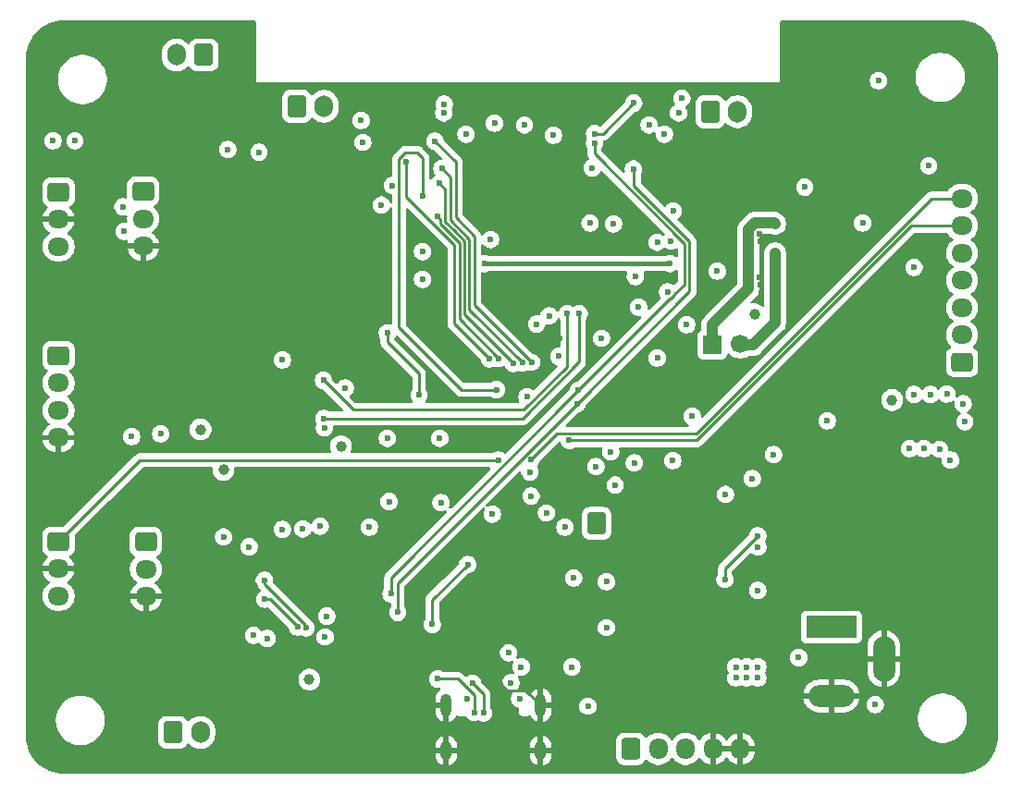
<source format=gbl>
G04 #@! TF.GenerationSoftware,KiCad,Pcbnew,9.0.2*
G04 #@! TF.CreationDate,2025-09-10T14:09:23+05:30*
G04 #@! TF.ProjectId,V2DesignESP32PCB,56324465-7369-4676-9e45-535033325043,rev?*
G04 #@! TF.SameCoordinates,Original*
G04 #@! TF.FileFunction,Copper,L4,Bot*
G04 #@! TF.FilePolarity,Positive*
%FSLAX46Y46*%
G04 Gerber Fmt 4.6, Leading zero omitted, Abs format (unit mm)*
G04 Created by KiCad (PCBNEW 9.0.2) date 2025-09-10 14:09:23*
%MOMM*%
%LPD*%
G01*
G04 APERTURE LIST*
G04 Aperture macros list*
%AMRoundRect*
0 Rectangle with rounded corners*
0 $1 Rounding radius*
0 $2 $3 $4 $5 $6 $7 $8 $9 X,Y pos of 4 corners*
0 Add a 4 corners polygon primitive as box body*
4,1,4,$2,$3,$4,$5,$6,$7,$8,$9,$2,$3,0*
0 Add four circle primitives for the rounded corners*
1,1,$1+$1,$2,$3*
1,1,$1+$1,$4,$5*
1,1,$1+$1,$6,$7*
1,1,$1+$1,$8,$9*
0 Add four rect primitives between the rounded corners*
20,1,$1+$1,$2,$3,$4,$5,0*
20,1,$1+$1,$4,$5,$6,$7,0*
20,1,$1+$1,$6,$7,$8,$9,0*
20,1,$1+$1,$8,$9,$2,$3,0*%
G04 Aperture macros list end*
G04 #@! TA.AperFunction,ComponentPad*
%ADD10RoundRect,0.250000X0.600000X0.750000X-0.600000X0.750000X-0.600000X-0.750000X0.600000X-0.750000X0*%
G04 #@! TD*
G04 #@! TA.AperFunction,ComponentPad*
%ADD11O,1.700000X2.000000*%
G04 #@! TD*
G04 #@! TA.AperFunction,ComponentPad*
%ADD12C,1.700000*%
G04 #@! TD*
G04 #@! TA.AperFunction,ComponentPad*
%ADD13RoundRect,0.250000X-0.600000X-0.725000X0.600000X-0.725000X0.600000X0.725000X-0.600000X0.725000X0*%
G04 #@! TD*
G04 #@! TA.AperFunction,ComponentPad*
%ADD14O,1.700000X1.950000*%
G04 #@! TD*
G04 #@! TA.AperFunction,ComponentPad*
%ADD15RoundRect,0.250000X-0.725000X0.600000X-0.725000X-0.600000X0.725000X-0.600000X0.725000X0.600000X0*%
G04 #@! TD*
G04 #@! TA.AperFunction,ComponentPad*
%ADD16O,1.950000X1.700000*%
G04 #@! TD*
G04 #@! TA.AperFunction,ComponentPad*
%ADD17R,4.600000X2.000000*%
G04 #@! TD*
G04 #@! TA.AperFunction,ComponentPad*
%ADD18O,4.200000X2.000000*%
G04 #@! TD*
G04 #@! TA.AperFunction,ComponentPad*
%ADD19O,2.000000X4.200000*%
G04 #@! TD*
G04 #@! TA.AperFunction,ComponentPad*
%ADD20RoundRect,0.250000X-0.600000X-0.750000X0.600000X-0.750000X0.600000X0.750000X-0.600000X0.750000X0*%
G04 #@! TD*
G04 #@! TA.AperFunction,ComponentPad*
%ADD21R,1.700000X1.700000*%
G04 #@! TD*
G04 #@! TA.AperFunction,HeatsinkPad*
%ADD22O,1.000000X2.100000*%
G04 #@! TD*
G04 #@! TA.AperFunction,HeatsinkPad*
%ADD23O,1.000000X1.800000*%
G04 #@! TD*
G04 #@! TA.AperFunction,ComponentPad*
%ADD24RoundRect,0.250000X0.725000X-0.600000X0.725000X0.600000X-0.725000X0.600000X-0.725000X-0.600000X0*%
G04 #@! TD*
G04 #@! TA.AperFunction,HeatsinkPad*
%ADD25C,0.600000*%
G04 #@! TD*
G04 #@! TA.AperFunction,ViaPad*
%ADD26C,0.600000*%
G04 #@! TD*
G04 #@! TA.AperFunction,ViaPad*
%ADD27C,1.000000*%
G04 #@! TD*
G04 #@! TA.AperFunction,Conductor*
%ADD28C,0.250000*%
G04 #@! TD*
G04 #@! TA.AperFunction,Conductor*
%ADD29C,0.400000*%
G04 #@! TD*
G04 #@! TA.AperFunction,Conductor*
%ADD30C,1.000000*%
G04 #@! TD*
G04 APERTURE END LIST*
D10*
G04 #@! TO.P,J21,1,Pin_1*
G04 #@! TO.N,Net-(J21-Pin_1)*
X125300000Y-63950000D03*
D11*
G04 #@! TO.P,J21,2,Pin_2*
G04 #@! TO.N,Net-(J21-Pin_2)*
X122800000Y-63950000D03*
G04 #@! TD*
D12*
G04 #@! TO.P,,2,Pin_2*
G04 #@! TO.N,Net-(J1-Pin_2)*
X174400000Y-90400000D03*
G04 #@! TD*
D13*
G04 #@! TO.P,J17,1,Pin_1*
G04 #@! TO.N,+5V*
X164400000Y-127500000D03*
D14*
G04 #@! TO.P,J17,2,Pin_2*
G04 #@! TO.N,/ESP32_EN*
X166900000Y-127500000D03*
G04 #@! TO.P,J17,3,Pin_3*
G04 #@! TO.N,/3V3*
X169400000Y-127500000D03*
G04 #@! TO.P,J17,4,Pin_4*
G04 #@! TO.N,GND*
X171900000Y-127500000D03*
G04 #@! TO.P,J17,5,Pin_5*
X174400000Y-127500000D03*
G04 #@! TD*
D15*
G04 #@! TO.P,J28,1,Pin_1*
G04 #@! TO.N,/GPIO17*
X120000000Y-108550000D03*
D16*
G04 #@! TO.P,J28,2,Pin_2*
G04 #@! TO.N,+5V*
X120000000Y-111050000D03*
G04 #@! TO.P,J28,3,Pin_3*
G04 #@! TO.N,GND*
X120000000Y-113550000D03*
G04 #@! TD*
D15*
G04 #@! TO.P,J25,1,Pin_1*
G04 #@! TO.N,/GPIO35p*
X112000000Y-108500000D03*
D16*
G04 #@! TO.P,J25,2,Pin_2*
G04 #@! TO.N,GND*
X112000000Y-111000000D03*
G04 #@! TO.P,J25,3,Pin_3*
G04 #@! TO.N,+5V*
X112000000Y-113500000D03*
G04 #@! TD*
D17*
G04 #@! TO.P,J20,1*
G04 #@! TO.N,/PWRIN*
X182750000Y-116350000D03*
D18*
G04 #@! TO.P,J20,2*
G04 #@! TO.N,GND*
X182750000Y-122650000D03*
D19*
G04 #@! TO.P,J20,3*
X187550000Y-119250000D03*
G04 #@! TD*
D20*
G04 #@! TO.P,J23,1,Pin_1*
G04 #@! TO.N,Net-(J23-Pin_1)*
X171650000Y-69150000D03*
D11*
G04 #@! TO.P,J23,2,Pin_2*
G04 #@! TO.N,Net-(J23-Pin_2)*
X174150000Y-69150000D03*
G04 #@! TD*
D15*
G04 #@! TO.P,J18,1,Pin_1*
G04 #@! TO.N,/GPIO34p*
X112000000Y-76500000D03*
D16*
G04 #@! TO.P,J18,2,Pin_2*
G04 #@! TO.N,GND*
X112000000Y-79000000D03*
G04 #@! TO.P,J18,3,Pin_3*
G04 #@! TO.N,+5V*
X112000000Y-81500000D03*
G04 #@! TD*
D21*
G04 #@! TO.P,,1,Pin_1*
G04 #@! TO.N,Net-(J1-Pin_1)*
X171825000Y-90500000D03*
G04 #@! TD*
D15*
G04 #@! TO.P,J27,1,Pin_1*
G04 #@! TO.N,/GPIO18*
X119750000Y-76450000D03*
D16*
G04 #@! TO.P,J27,2,Pin_2*
G04 #@! TO.N,+5V*
X119750000Y-78950000D03*
G04 #@! TO.P,J27,3,Pin_3*
G04 #@! TO.N,GND*
X119750000Y-81450000D03*
G04 #@! TD*
D22*
G04 #@! TO.P,JUSB1,S1,SHIELD*
G04 #@! TO.N,GND*
X147480000Y-123485000D03*
D23*
X147480000Y-127665000D03*
D22*
X156120000Y-123485000D03*
D23*
X156120000Y-127665000D03*
G04 #@! TD*
D24*
G04 #@! TO.P,J26,1,Pin_1*
G04 #@! TO.N,I2C_SCL*
X194700000Y-92100000D03*
D16*
G04 #@! TO.P,J26,2,Pin_2*
G04 #@! TO.N,I2C_SDA*
X194700000Y-89600000D03*
G04 #@! TO.P,J26,3,Pin_3*
G04 #@! TO.N,/GPIO33p*
X194700000Y-87100000D03*
G04 #@! TO.P,J26,4,Pin_4*
G04 #@! TO.N,/GPIO39P*
X194700000Y-84600000D03*
G04 #@! TO.P,J26,5,Pin_5*
G04 #@! TO.N,/GPIO32p*
X194700000Y-82100000D03*
G04 #@! TO.P,J26,6,Pin_6*
G04 #@! TO.N,/U0TXDp*
X194700000Y-79600000D03*
G04 #@! TO.P,J26,7,Pin_7*
G04 #@! TO.N,/U0RXDp*
X194700000Y-77100000D03*
G04 #@! TD*
D20*
G04 #@! TO.P,J22,1,Pin_1*
G04 #@! TO.N,Net-(J22-Pin_1)*
X122500000Y-126000000D03*
D11*
G04 #@! TO.P,J22,2,Pin_2*
G04 #@! TO.N,Net-(J22-Pin_2)*
X125000000Y-126000000D03*
G04 #@! TD*
D15*
G04 #@! TO.P,J10,1,Pin_1*
G04 #@! TO.N,+5V*
X112000000Y-91500000D03*
D16*
G04 #@! TO.P,J10,2,Pin_2*
G04 #@! TO.N,/GPIO04*
X112000000Y-94000000D03*
G04 #@! TO.P,J10,3,Pin_3*
G04 #@! TO.N,/GPIO36p*
X112000000Y-96500000D03*
G04 #@! TO.P,J10,4,Pin_4*
G04 #@! TO.N,GND*
X112000000Y-99000000D03*
G04 #@! TD*
D25*
G04 #@! TO.P,U18,39,GND*
G04 #@! TO.N,GND*
X151850000Y-74562500D03*
X151850000Y-76087500D03*
X152612500Y-73800000D03*
X152612500Y-75325000D03*
X152612500Y-76850000D03*
X153375000Y-74562500D03*
X153375000Y-76087500D03*
X154137500Y-73800000D03*
X154137500Y-75325000D03*
X154137500Y-76850000D03*
X154900000Y-74562500D03*
X154900000Y-76087500D03*
G04 #@! TD*
D20*
G04 #@! TO.P,,1,Pin_1*
G04 #@! TO.N,Net-(D1-DOUT)*
X161250000Y-106850000D03*
G04 #@! TD*
G04 #@! TO.P,J29,1,Pin_1*
G04 #@! TO.N,Net-(J29-Pin_1)*
X133800000Y-68650000D03*
D11*
G04 #@! TO.P,J29,2,Pin_2*
G04 #@! TO.N,Net-(J29-Pin_2)*
X136300000Y-68650000D03*
G04 #@! TD*
D26*
G04 #@! TO.N,GND*
X129700000Y-92750000D03*
X169900000Y-109550000D03*
X128900000Y-105550000D03*
X129000000Y-94300000D03*
X150000000Y-74850000D03*
X152250000Y-78450000D03*
X136200000Y-111100000D03*
X148800000Y-92050000D03*
X153150000Y-67500000D03*
X157650000Y-67350000D03*
X128800000Y-126050000D03*
X119450000Y-118950000D03*
X155450000Y-67250000D03*
X156000000Y-78150000D03*
X160150000Y-67350000D03*
X149850000Y-77300000D03*
X151000000Y-78300000D03*
X142900000Y-117600000D03*
X142600000Y-106350000D03*
X136350000Y-82150000D03*
X154850000Y-78300000D03*
X172300000Y-82350000D03*
X138950000Y-119800000D03*
X139400000Y-93850000D03*
X179450000Y-84900000D03*
X163000000Y-123937500D03*
X156400000Y-76650000D03*
X132500000Y-97200000D03*
X147050000Y-95050000D03*
X149700000Y-118850000D03*
X180950000Y-91100000D03*
X155050000Y-107750000D03*
X129000000Y-99000000D03*
X135500000Y-82550000D03*
X171550000Y-120750000D03*
X172350000Y-81600000D03*
X131050000Y-93050000D03*
X128950000Y-98100000D03*
X152200000Y-72250000D03*
X174800000Y-101000000D03*
X131450000Y-100000000D03*
X194800000Y-99400000D03*
X128250000Y-70900000D03*
X180800000Y-126400000D03*
X172050000Y-121700000D03*
X113750000Y-103350000D03*
X130250000Y-94250000D03*
X120000000Y-93200000D03*
X132550000Y-96200000D03*
X187400000Y-103950000D03*
X170900000Y-122950000D03*
X153500000Y-78350000D03*
X133700000Y-88500000D03*
X140400000Y-92650000D03*
X150850000Y-72500000D03*
X153750000Y-72100000D03*
X157850000Y-89900000D03*
X112550000Y-86900000D03*
X128950000Y-95200000D03*
X165450000Y-109950000D03*
X150150000Y-67450000D03*
X160050000Y-121350000D03*
X150050000Y-73450000D03*
X141800000Y-121350000D03*
X111600000Y-118200000D03*
X130800000Y-110700000D03*
X116850000Y-118300000D03*
X172450000Y-85300000D03*
X150200000Y-99150000D03*
X176150000Y-84350000D03*
X174200000Y-104850000D03*
X185100000Y-126700000D03*
X128350000Y-81050000D03*
X188800000Y-72450000D03*
X165200000Y-115050000D03*
X129200000Y-87250000D03*
X118500000Y-87550000D03*
X130250000Y-100000000D03*
X195400000Y-100450000D03*
X180900000Y-74000000D03*
X164000000Y-120950000D03*
X130500000Y-98600000D03*
X186200000Y-96300000D03*
X147250000Y-67200000D03*
X156250000Y-73050000D03*
X176200000Y-85000000D03*
X165350000Y-120850000D03*
X135450000Y-86400000D03*
X130550000Y-97300000D03*
X127150000Y-118650000D03*
X152459061Y-121539676D03*
X156400000Y-74450000D03*
X176200000Y-81050000D03*
X194000000Y-72500000D03*
X135150000Y-73900000D03*
X114800000Y-117500000D03*
X156450000Y-75600000D03*
X176150000Y-80300000D03*
X143500000Y-119350000D03*
X115750000Y-73500000D03*
X185850000Y-75650000D03*
X155150000Y-72150000D03*
X132700000Y-95100000D03*
X119450000Y-71900000D03*
X144500000Y-99250000D03*
X150000000Y-76250000D03*
X136100000Y-76250000D03*
X183250000Y-119100000D03*
X119150000Y-96450000D03*
X151750000Y-67500000D03*
X168800000Y-76100000D03*
G04 #@! TO.N,/ESP32_EN*
X151700000Y-106000000D03*
X132500000Y-91875000D03*
X142549000Y-75900000D03*
X160450000Y-123600000D03*
G04 #@! TO.N,/GPIO0*
X147000000Y-104950000D03*
X165100000Y-87050000D03*
G04 #@! TO.N,/5VUSB*
X159000000Y-120000000D03*
X153400000Y-121450000D03*
X176000000Y-113000000D03*
G04 #@! TO.N,/GPIO15*
X158550000Y-87650000D03*
X136250000Y-93750000D03*
G04 #@! TO.N,/GPIO39*
X143800000Y-73750000D03*
X151457233Y-91792770D03*
G04 #@! TO.N,/GPIO36*
X155300000Y-92100000D03*
X146450000Y-71850000D03*
G04 #@! TO.N,/GPIO35*
X146850000Y-75700000D03*
X153642858Y-92210627D03*
G04 #@! TO.N,/GPIO34*
X154458056Y-92141941D03*
X147100000Y-74350000D03*
G04 #@! TO.N,/USB_P*
X150891290Y-124208644D03*
X149900000Y-121500000D03*
G04 #@! TO.N,Net-(JUSB1-CC1)*
X150050000Y-124150000D03*
X146700000Y-121100000D03*
G04 #@! TO.N,/3V3*
X136550000Y-115350000D03*
X168750000Y-69250000D03*
X176000000Y-120000000D03*
X175000000Y-120000000D03*
X174000000Y-120000000D03*
X139700000Y-69950000D03*
X167450000Y-71200000D03*
X154650000Y-70350000D03*
X191650000Y-74100000D03*
X155750000Y-88600000D03*
X131100000Y-117400000D03*
X186750000Y-123450000D03*
X113500000Y-71800000D03*
X135950000Y-107100000D03*
X176000000Y-109000000D03*
X129850000Y-117100000D03*
X139850000Y-71950000D03*
X161700000Y-89900000D03*
X172300000Y-83750000D03*
X153200000Y-118700000D03*
X176000000Y-121000000D03*
X169050000Y-67900000D03*
X174000000Y-121000000D03*
X175500000Y-102750000D03*
X169500000Y-88650000D03*
X190300000Y-83400000D03*
X158350000Y-107200000D03*
X159150000Y-111850000D03*
X151900000Y-70200000D03*
X138250000Y-94450000D03*
X157800000Y-91550000D03*
X129450000Y-109000000D03*
X147250000Y-69250000D03*
X187050000Y-66300000D03*
X175000000Y-121000000D03*
X118700000Y-98900000D03*
X147300000Y-68450000D03*
X111500000Y-71800000D03*
G04 #@! TO.N,/GPIO33*
X146650000Y-78700000D03*
X152299174Y-91750827D03*
X168250000Y-78250000D03*
G04 #@! TO.N,/GPIO13*
X167950000Y-83050000D03*
X151000000Y-83050000D03*
G04 #@! TO.N,+5V*
X127500000Y-72600000D03*
X141550000Y-77700000D03*
X117900000Y-77850000D03*
X180300000Y-76050000D03*
X156650000Y-105900000D03*
X194800000Y-95900000D03*
X191800000Y-95050000D03*
X177450000Y-100550000D03*
X149300000Y-71200000D03*
X161200000Y-101650000D03*
X193300000Y-95000000D03*
X190300000Y-95050000D03*
X182350000Y-97450000D03*
X162550000Y-100300000D03*
X185600000Y-79350000D03*
X118000000Y-80100000D03*
X146900000Y-99050000D03*
X127100000Y-108100000D03*
X155250000Y-104350000D03*
X162950000Y-103350000D03*
X130350000Y-72850000D03*
X179750000Y-119150000D03*
X164700000Y-101300000D03*
X142250000Y-104850000D03*
X121350000Y-98650000D03*
X194950000Y-97550000D03*
X157300000Y-71300000D03*
X155150000Y-102150000D03*
G04 #@! TO.N,/VIN*
X191200000Y-100000000D03*
X192638500Y-100061500D03*
X193638500Y-101061500D03*
D27*
X188300000Y-95550000D03*
X175700765Y-87699235D03*
X137850000Y-99800000D03*
D26*
X189900000Y-100000000D03*
D27*
X134950000Y-121150000D03*
D26*
G04 #@! TO.N,Net-(U6-REGOUT)*
X130850000Y-112050000D03*
X134669795Y-116425000D03*
G04 #@! TO.N,AD0_MPU*
X130900000Y-113800000D03*
X133874999Y-116333883D03*
G04 #@! TO.N,I2C_SCL*
X161050000Y-71150000D03*
X164650000Y-68350000D03*
X134350000Y-107350000D03*
G04 #@! TO.N,I2C_SDA*
X132500000Y-107400000D03*
X160850000Y-74300000D03*
X166050000Y-70350000D03*
D27*
G04 #@! TO.N,Net-(J22-Pin_1)*
X127100000Y-101950000D03*
G04 #@! TO.N,Net-(J22-Pin_2)*
X125000000Y-98250000D03*
D26*
G04 #@! TO.N,/VBUS*
X149400000Y-122910000D03*
X162150000Y-116400000D03*
X154200000Y-122910000D03*
G04 #@! TO.N,/GPIO04*
X164800000Y-84250000D03*
G04 #@! TO.N,/GPIO35p*
X152250000Y-101050000D03*
G04 #@! TO.N,/GPIO32p*
X168225000Y-101100000D03*
X170000000Y-97050000D03*
G04 #@! TO.N,/U0RXDp*
X155250000Y-101000000D03*
G04 #@! TO.N,/U0TXDp*
X158750000Y-99250000D03*
G04 #@! TO.N,/GPIO18*
X168050000Y-81000000D03*
X160650000Y-79350000D03*
G04 #@! TO.N,/GPIO17*
X151550000Y-80850000D03*
X166800000Y-81100000D03*
G04 #@! TO.N,/GATE_CMD*
X173000000Y-112000000D03*
X176000000Y-108000000D03*
G04 #@! TO.N,/U0RXD*
X164625000Y-74400000D03*
X159457351Y-95907351D03*
X154884671Y-95275000D03*
X143050000Y-115000000D03*
G04 #@! TO.N,/U0TXD*
X159600000Y-94650000D03*
X142425000Y-113300000D03*
X161050000Y-72000000D03*
G04 #@! TO.N,/GPIO32*
X145305000Y-76875000D03*
X152078243Y-94600000D03*
G04 #@! TO.N,/SCK*
X166800000Y-91700000D03*
X156900000Y-87850000D03*
X173050000Y-104200000D03*
G04 #@! TO.N,/GPIO02*
X159650000Y-87650000D03*
X136300000Y-97250000D03*
G04 #@! TO.N,/GPIO05*
X136344603Y-98079004D03*
X162805000Y-79415000D03*
G04 #@! TO.N,Net-(J1-Pin_1)*
X177600000Y-79400000D03*
G04 #@! TO.N,Net-(J1-Pin_2)*
X177600000Y-82100000D03*
G04 #@! TO.N,/GPIO27*
X167750000Y-85650000D03*
X145305000Y-81955000D03*
G04 #@! TO.N,/GPIO12*
X140450000Y-107200000D03*
X142100000Y-99050000D03*
X145305000Y-84495000D03*
X136400000Y-117250000D03*
X145000000Y-95100000D03*
X142100000Y-89400000D03*
G04 #@! TO.N,Net-(Q4-E)*
X149450000Y-110612500D03*
X146200000Y-116100000D03*
G04 #@! TO.N,Net-(D6-A)*
X154350000Y-120000000D03*
X162150000Y-112200000D03*
G04 #@! TD*
D28*
G04 #@! TO.N,GND*
X152459061Y-121539676D02*
X152459061Y-121559061D01*
X153050000Y-122150000D02*
X154785000Y-122150000D01*
X154785000Y-122150000D02*
X156120000Y-123485000D01*
X152459061Y-121559061D02*
X153050000Y-122150000D01*
G04 #@! TO.N,/GPIO15*
X154600000Y-96450000D02*
X158550000Y-92500000D01*
X136250000Y-93750000D02*
X138950000Y-96450000D01*
X158550000Y-92500000D02*
X158550000Y-87650000D01*
X138950000Y-96450000D02*
X154600000Y-96450000D01*
G04 #@! TO.N,/GPIO39*
X148243285Y-88578822D02*
X148243285Y-81356715D01*
X151457233Y-91792770D02*
X148243285Y-88578822D01*
X143800000Y-76913430D02*
X143800000Y-73750000D01*
X148243285Y-81356715D02*
X143800000Y-76913430D01*
G04 #@! TO.N,/GPIO36*
X146400000Y-71800000D02*
X146350000Y-71800000D01*
X150050000Y-86850000D02*
X150050000Y-80550000D01*
X146450000Y-71850000D02*
X146400000Y-71800000D01*
X150050000Y-80550000D02*
X148350000Y-78850000D01*
X148350000Y-78850000D02*
X148350000Y-73750000D01*
X148350000Y-73750000D02*
X146450000Y-71850000D01*
X155300000Y-92100000D02*
X150050000Y-86850000D01*
G04 #@! TO.N,/GPIO35*
X149148000Y-80985810D02*
X148181095Y-80018905D01*
X147400000Y-79237810D02*
X147400000Y-76500000D01*
X149148000Y-87715769D02*
X149148000Y-87050000D01*
X149148000Y-87050000D02*
X149148000Y-80985810D01*
X153642858Y-92210627D02*
X149148000Y-87715769D01*
X147400000Y-76500000D02*
X147400000Y-76250000D01*
X147400000Y-76250000D02*
X146850000Y-75700000D01*
X148181095Y-80018905D02*
X147400000Y-79237810D01*
G04 #@! TO.N,/GPIO34*
X147900000Y-75500000D02*
X147900000Y-75150000D01*
X149599000Y-85050000D02*
X149599000Y-80801000D01*
X149599000Y-86350000D02*
X149599000Y-85050000D01*
X149599000Y-87282885D02*
X149599000Y-86350000D01*
X149600000Y-80800000D02*
X147900000Y-79100000D01*
X154458056Y-92141941D02*
X149599000Y-87282885D01*
X149599000Y-80801000D02*
X149600000Y-80800000D01*
X147900000Y-79100000D02*
X147900000Y-75500000D01*
X147900000Y-75150000D02*
X147100000Y-74350000D01*
G04 #@! TO.N,/USB_P*
X150891290Y-124208644D02*
X150891290Y-122491290D01*
X150891290Y-122491290D02*
X149900000Y-121500000D01*
G04 #@! TO.N,Net-(JUSB1-CC1)*
X148550000Y-121100000D02*
X150050000Y-122600000D01*
X146700000Y-121100000D02*
X148550000Y-121100000D01*
X150050000Y-122600000D02*
X150050000Y-124150000D01*
G04 #@! TO.N,/GPIO33*
X148697000Y-88148653D02*
X148697000Y-81172620D01*
X146949000Y-79051000D02*
X146650000Y-78752000D01*
X146949000Y-79424620D02*
X146949000Y-79051000D01*
X146650000Y-78752000D02*
X146650000Y-78700000D01*
X152299174Y-91750827D02*
X148697000Y-88148653D01*
X148697000Y-81172620D02*
X146949000Y-79424620D01*
D29*
G04 #@! TO.N,/GPIO13*
X151000000Y-83050000D02*
X167950000Y-83050000D01*
D28*
G04 #@! TO.N,Net-(U6-REGOUT)*
X134606422Y-116156422D02*
X130850000Y-112400000D01*
X134669795Y-116425000D02*
X134606422Y-116361627D01*
X130850000Y-112400000D02*
X130850000Y-112050000D01*
X134606422Y-116361627D02*
X134606422Y-116156422D01*
G04 #@! TO.N,AD0_MPU*
X133874999Y-116333883D02*
X131341116Y-113800000D01*
X131341116Y-113800000D02*
X130900000Y-113800000D01*
G04 #@! TO.N,I2C_SCL*
X161850000Y-71150000D02*
X164650000Y-68350000D01*
X161050000Y-71150000D02*
X161850000Y-71150000D01*
G04 #@! TO.N,/GPIO35p*
X119450000Y-101050000D02*
X112000000Y-108500000D01*
X152250000Y-101050000D02*
X119450000Y-101050000D01*
G04 #@! TO.N,/U0RXDp*
X157626000Y-98624000D02*
X170388190Y-98624000D01*
X191912190Y-77100000D02*
X194700000Y-77100000D01*
X170388190Y-98624000D02*
X191912190Y-77100000D01*
X155250000Y-101000000D02*
X157626000Y-98624000D01*
G04 #@! TO.N,/U0TXDp*
X190050000Y-79600000D02*
X194700000Y-79600000D01*
X158750000Y-99250000D02*
X170400000Y-99250000D01*
X170400000Y-99250000D02*
X190050000Y-79600000D01*
G04 #@! TO.N,/GATE_CMD*
X173000000Y-111000000D02*
X173000000Y-112000000D01*
X176000000Y-108000000D02*
X173000000Y-111000000D01*
G04 #@! TO.N,/U0RXD*
X143050000Y-112314702D02*
X143050000Y-115000000D01*
X159457351Y-95907351D02*
X169750000Y-85614702D01*
X169750000Y-81050000D02*
X164650000Y-75950000D01*
X164650000Y-75950000D02*
X164650000Y-74375000D01*
X169750000Y-85614702D02*
X169750000Y-81050000D01*
X159457351Y-95907351D02*
X143050000Y-112314702D01*
X164650000Y-74375000D02*
X164625000Y-74400000D01*
G04 #@! TO.N,/U0TXD*
X168376000Y-85909298D02*
X168376000Y-85874000D01*
X169300000Y-84950000D02*
X169300000Y-81237810D01*
X161050000Y-72987810D02*
X161050000Y-72000000D01*
X159600000Y-94650000D02*
X167974000Y-86276000D01*
X169300000Y-81237810D02*
X161050000Y-72987810D01*
X168376000Y-85874000D02*
X169300000Y-84950000D01*
X167974000Y-86276000D02*
X168009298Y-86276000D01*
X168009298Y-86276000D02*
X168376000Y-85909298D01*
X142425000Y-111825000D02*
X142425000Y-113300000D01*
X159600000Y-94650000D02*
X142425000Y-111825000D01*
G04 #@! TO.N,/GPIO32*
X143174000Y-73490702D02*
X143764702Y-72900000D01*
X152078243Y-94600000D02*
X148850000Y-94600000D01*
X144850000Y-72900000D02*
X145305000Y-73355000D01*
X143764702Y-72900000D02*
X144850000Y-72900000D01*
X148850000Y-94600000D02*
X143174000Y-88924000D01*
X143174000Y-88924000D02*
X143174000Y-73490702D01*
X145305000Y-73355000D02*
X145305000Y-76875000D01*
G04 #@! TO.N,/GPIO02*
X159650000Y-92050000D02*
X159650000Y-87650000D01*
X154450000Y-97250000D02*
X159650000Y-92050000D01*
X136300000Y-97250000D02*
X154450000Y-97250000D01*
D30*
G04 #@! TO.N,Net-(J1-Pin_1)*
X177499000Y-79299000D02*
X177600000Y-79400000D01*
X171825000Y-90500000D02*
X171825000Y-88650000D01*
X171825000Y-88650000D02*
X175149000Y-85326000D01*
X175735372Y-79299000D02*
X177499000Y-79299000D01*
X175149000Y-85326000D02*
X175149000Y-79885372D01*
X175149000Y-79885372D02*
X175735372Y-79299000D01*
G04 #@! TO.N,Net-(J1-Pin_2)*
X177600000Y-88467081D02*
X175567081Y-90500000D01*
X175567081Y-90500000D02*
X174500000Y-90500000D01*
X174500000Y-90500000D02*
X174400000Y-90400000D01*
X177600000Y-82100000D02*
X177600000Y-88467081D01*
D28*
G04 #@! TO.N,/GPIO12*
X145000000Y-93150000D02*
X142100000Y-90250000D01*
X142100000Y-90250000D02*
X142100000Y-89400000D01*
X145000000Y-95100000D02*
X145000000Y-93150000D01*
G04 #@! TO.N,Net-(Q4-E)*
X149450000Y-110612500D02*
X146200000Y-113862500D01*
X146200000Y-113862500D02*
X146200000Y-116100000D01*
G04 #@! TD*
G04 #@! TA.AperFunction,Conductor*
G04 #@! TO.N,GND*
G36*
X173957370Y-127316657D02*
G01*
X173925000Y-127437465D01*
X173925000Y-127562535D01*
X173957370Y-127683343D01*
X173995854Y-127750000D01*
X172304146Y-127750000D01*
X172342630Y-127683343D01*
X172375000Y-127562535D01*
X172375000Y-127437465D01*
X172342630Y-127316657D01*
X172304146Y-127250000D01*
X173995854Y-127250000D01*
X173957370Y-127316657D01*
G37*
G04 #@! TD.AperFunction*
G04 #@! TA.AperFunction,Conductor*
G36*
X129998039Y-60805185D02*
G01*
X130043794Y-60857989D01*
X130055000Y-60909500D01*
X130055000Y-66435000D01*
X178055000Y-66435000D01*
X178055000Y-66221153D01*
X186249500Y-66221153D01*
X186249500Y-66378846D01*
X186280261Y-66533489D01*
X186280264Y-66533501D01*
X186340602Y-66679172D01*
X186340609Y-66679185D01*
X186428210Y-66810288D01*
X186428213Y-66810292D01*
X186539707Y-66921786D01*
X186539711Y-66921789D01*
X186670814Y-67009390D01*
X186670827Y-67009397D01*
X186816498Y-67069735D01*
X186816503Y-67069737D01*
X186966131Y-67099500D01*
X186971153Y-67100499D01*
X186971156Y-67100500D01*
X186971158Y-67100500D01*
X187128844Y-67100500D01*
X187128845Y-67100499D01*
X187283497Y-67069737D01*
X187429179Y-67009394D01*
X187560289Y-66921789D01*
X187671789Y-66810289D01*
X187759394Y-66679179D01*
X187819737Y-66533497D01*
X187850500Y-66378842D01*
X187850500Y-66221158D01*
X187850500Y-66221155D01*
X187850499Y-66221153D01*
X187835851Y-66147513D01*
X187819737Y-66066503D01*
X187813931Y-66052486D01*
X187759397Y-65920827D01*
X187759391Y-65920816D01*
X187757061Y-65917329D01*
X187757060Y-65917327D01*
X187757059Y-65917326D01*
X187713734Y-65852486D01*
X190449500Y-65852486D01*
X190449500Y-66147513D01*
X190479957Y-66378846D01*
X190488007Y-66439993D01*
X190552098Y-66679185D01*
X190564361Y-66724951D01*
X190564364Y-66724961D01*
X190677254Y-66997500D01*
X190677258Y-66997510D01*
X190824761Y-67252993D01*
X191004352Y-67487040D01*
X191004358Y-67487047D01*
X191212952Y-67695641D01*
X191212959Y-67695647D01*
X191447006Y-67875238D01*
X191702489Y-68022741D01*
X191702490Y-68022741D01*
X191702493Y-68022743D01*
X191855499Y-68086120D01*
X191969876Y-68133497D01*
X191975048Y-68135639D01*
X192260007Y-68211993D01*
X192552494Y-68250500D01*
X192552501Y-68250500D01*
X192847499Y-68250500D01*
X192847506Y-68250500D01*
X193139993Y-68211993D01*
X193424952Y-68135639D01*
X193697507Y-68022743D01*
X193952994Y-67875238D01*
X194187042Y-67695646D01*
X194395646Y-67487042D01*
X194575238Y-67252994D01*
X194722743Y-66997507D01*
X194835639Y-66724952D01*
X194911993Y-66439993D01*
X194950500Y-66147506D01*
X194950500Y-65852494D01*
X194911993Y-65560007D01*
X194835639Y-65275048D01*
X194722743Y-65002493D01*
X194716277Y-64991294D01*
X194575238Y-64747006D01*
X194395647Y-64512959D01*
X194395641Y-64512952D01*
X194187047Y-64304358D01*
X194187040Y-64304352D01*
X193952993Y-64124761D01*
X193697510Y-63977258D01*
X193697500Y-63977254D01*
X193424961Y-63864364D01*
X193424954Y-63864362D01*
X193424952Y-63864361D01*
X193139993Y-63788007D01*
X193091113Y-63781571D01*
X192847513Y-63749500D01*
X192847506Y-63749500D01*
X192552494Y-63749500D01*
X192552486Y-63749500D01*
X192274085Y-63786153D01*
X192260007Y-63788007D01*
X191975048Y-63864361D01*
X191975038Y-63864364D01*
X191702499Y-63977254D01*
X191702489Y-63977258D01*
X191447006Y-64124761D01*
X191212959Y-64304352D01*
X191212952Y-64304358D01*
X191004358Y-64512952D01*
X191004352Y-64512959D01*
X190824761Y-64747006D01*
X190677258Y-65002489D01*
X190677254Y-65002499D01*
X190564364Y-65275038D01*
X190564361Y-65275048D01*
X190495978Y-65530261D01*
X190488008Y-65560004D01*
X190488006Y-65560015D01*
X190449500Y-65852486D01*
X187713734Y-65852486D01*
X187671789Y-65789711D01*
X187671786Y-65789707D01*
X187560292Y-65678213D01*
X187560288Y-65678210D01*
X187429185Y-65590609D01*
X187429172Y-65590602D01*
X187283501Y-65530264D01*
X187283489Y-65530261D01*
X187128845Y-65499500D01*
X187128842Y-65499500D01*
X186971158Y-65499500D01*
X186971155Y-65499500D01*
X186816510Y-65530261D01*
X186816498Y-65530264D01*
X186670827Y-65590602D01*
X186670814Y-65590609D01*
X186539711Y-65678210D01*
X186539707Y-65678213D01*
X186428213Y-65789707D01*
X186428210Y-65789711D01*
X186340609Y-65920814D01*
X186340602Y-65920827D01*
X186280264Y-66066498D01*
X186280261Y-66066510D01*
X186249500Y-66221153D01*
X178055000Y-66221153D01*
X178055000Y-60909500D01*
X178074685Y-60842461D01*
X178127489Y-60796706D01*
X178179000Y-60785500D01*
X194434108Y-60785500D01*
X194496949Y-60785500D01*
X194503032Y-60785648D01*
X194836929Y-60802052D01*
X194849037Y-60803245D01*
X194862116Y-60805185D01*
X195176699Y-60851849D01*
X195188617Y-60854219D01*
X195509951Y-60934709D01*
X195521588Y-60938240D01*
X195592806Y-60963722D01*
X195833467Y-61049832D01*
X195844688Y-61054479D01*
X196144163Y-61196120D01*
X196154871Y-61201844D01*
X196438988Y-61372137D01*
X196449106Y-61378897D01*
X196715170Y-61576224D01*
X196724576Y-61583944D01*
X196970013Y-61806395D01*
X196978604Y-61814986D01*
X197165755Y-62021475D01*
X197201055Y-62060423D01*
X197208775Y-62069829D01*
X197406102Y-62335893D01*
X197412862Y-62346011D01*
X197541776Y-62561092D01*
X197583148Y-62630116D01*
X197588883Y-62640844D01*
X197721012Y-62920208D01*
X197730514Y-62940297D01*
X197735170Y-62951540D01*
X197846759Y-63263411D01*
X197850292Y-63275055D01*
X197930777Y-63596369D01*
X197933151Y-63608305D01*
X197981754Y-63935962D01*
X197982947Y-63948071D01*
X197999351Y-64281966D01*
X197999500Y-64288051D01*
X197999500Y-126281948D01*
X197999351Y-126288033D01*
X197982947Y-126621928D01*
X197981754Y-126634037D01*
X197933151Y-126961694D01*
X197930777Y-126973630D01*
X197850292Y-127294944D01*
X197846759Y-127306588D01*
X197735170Y-127618459D01*
X197730514Y-127629702D01*
X197588885Y-127929151D01*
X197583148Y-127939883D01*
X197412862Y-128223988D01*
X197406102Y-128234106D01*
X197208775Y-128500170D01*
X197201055Y-128509576D01*
X196978611Y-128755006D01*
X196970006Y-128763611D01*
X196724576Y-128986055D01*
X196715170Y-128993775D01*
X196449106Y-129191102D01*
X196438988Y-129197862D01*
X196154883Y-129368148D01*
X196144151Y-129373885D01*
X195844702Y-129515514D01*
X195833459Y-129520170D01*
X195521588Y-129631759D01*
X195509944Y-129635292D01*
X195188630Y-129715777D01*
X195176694Y-129718151D01*
X194849037Y-129766754D01*
X194836928Y-129767947D01*
X194521989Y-129783419D01*
X194503031Y-129784351D01*
X194496949Y-129784500D01*
X112503051Y-129784500D01*
X112496968Y-129784351D01*
X112476900Y-129783365D01*
X112163071Y-129767947D01*
X112150962Y-129766754D01*
X111823305Y-129718151D01*
X111811369Y-129715777D01*
X111490055Y-129635292D01*
X111478411Y-129631759D01*
X111166540Y-129520170D01*
X111155301Y-129515515D01*
X110855844Y-129373883D01*
X110845121Y-129368150D01*
X110561011Y-129197862D01*
X110550893Y-129191102D01*
X110284829Y-128993775D01*
X110275423Y-128986055D01*
X110154608Y-128876555D01*
X110029986Y-128763604D01*
X110021395Y-128755013D01*
X109798944Y-128509576D01*
X109791224Y-128500170D01*
X109667106Y-128332816D01*
X109593895Y-128234103D01*
X109587137Y-128223988D01*
X109538725Y-128143217D01*
X109416844Y-127939871D01*
X109411114Y-127929150D01*
X109405204Y-127916654D01*
X109387913Y-127880095D01*
X109269479Y-127629688D01*
X109264829Y-127618459D01*
X109222622Y-127500499D01*
X109166165Y-127342712D01*
X109153240Y-127306588D01*
X109149707Y-127294944D01*
X109069219Y-126973617D01*
X109066848Y-126961694D01*
X109065187Y-126950499D01*
X109031735Y-126724983D01*
X109018245Y-126634037D01*
X109017052Y-126621927D01*
X109000649Y-126288032D01*
X109000500Y-126281948D01*
X109000500Y-124752486D01*
X111749500Y-124752486D01*
X111749500Y-125047513D01*
X111769574Y-125199983D01*
X111788007Y-125339993D01*
X111864361Y-125624951D01*
X111864364Y-125624961D01*
X111977254Y-125897500D01*
X111977258Y-125897510D01*
X112124761Y-126152993D01*
X112304352Y-126387040D01*
X112304358Y-126387047D01*
X112512952Y-126595641D01*
X112512959Y-126595647D01*
X112747006Y-126775238D01*
X113002489Y-126922741D01*
X113002490Y-126922741D01*
X113002493Y-126922743D01*
X113153867Y-126985444D01*
X113260917Y-127029786D01*
X113275048Y-127035639D01*
X113560007Y-127111993D01*
X113852494Y-127150500D01*
X113852501Y-127150500D01*
X114147499Y-127150500D01*
X114147506Y-127150500D01*
X114439993Y-127111993D01*
X114724952Y-127035639D01*
X114997507Y-126922743D01*
X115252994Y-126775238D01*
X115487042Y-126595646D01*
X115695646Y-126387042D01*
X115875238Y-126152994D01*
X116022743Y-125897507D01*
X116135639Y-125624952D01*
X116211993Y-125339993D01*
X116230426Y-125199983D01*
X121149500Y-125199983D01*
X121149500Y-126800001D01*
X121149501Y-126800018D01*
X121160000Y-126902796D01*
X121160001Y-126902799D01*
X121211681Y-127058757D01*
X121215186Y-127069334D01*
X121307288Y-127218656D01*
X121431344Y-127342712D01*
X121580666Y-127434814D01*
X121747203Y-127489999D01*
X121849991Y-127500500D01*
X123150008Y-127500499D01*
X123252797Y-127489999D01*
X123419334Y-127434814D01*
X123568656Y-127342712D01*
X123692712Y-127218656D01*
X123784814Y-127069334D01*
X123784814Y-127069331D01*
X123788178Y-127063879D01*
X123840126Y-127017154D01*
X123909088Y-127005931D01*
X123973170Y-127033774D01*
X123981398Y-127041294D01*
X124120213Y-127180109D01*
X124292179Y-127305048D01*
X124292181Y-127305049D01*
X124292184Y-127305051D01*
X124481588Y-127401557D01*
X124683757Y-127467246D01*
X124893713Y-127500500D01*
X124893714Y-127500500D01*
X125106286Y-127500500D01*
X125106287Y-127500500D01*
X125316243Y-127467246D01*
X125518412Y-127401557D01*
X125707816Y-127305051D01*
X125817304Y-127225504D01*
X125879786Y-127180109D01*
X125879788Y-127180106D01*
X125879792Y-127180104D01*
X125893392Y-127166504D01*
X146480000Y-127166504D01*
X146480000Y-127415000D01*
X147180000Y-127415000D01*
X147180000Y-127915000D01*
X146480000Y-127915000D01*
X146480000Y-128163495D01*
X146518427Y-128356681D01*
X146518430Y-128356693D01*
X146593807Y-128538671D01*
X146593814Y-128538684D01*
X146703248Y-128702462D01*
X146703251Y-128702466D01*
X146842533Y-128841748D01*
X146842537Y-128841751D01*
X147006315Y-128951185D01*
X147006328Y-128951192D01*
X147188308Y-129026569D01*
X147230000Y-129034862D01*
X147230000Y-128231988D01*
X147239940Y-128249205D01*
X147295795Y-128305060D01*
X147364204Y-128344556D01*
X147440504Y-128365000D01*
X147519496Y-128365000D01*
X147595796Y-128344556D01*
X147664205Y-128305060D01*
X147720060Y-128249205D01*
X147730000Y-128231988D01*
X147730000Y-129034862D01*
X147771690Y-129026569D01*
X147771692Y-129026569D01*
X147953671Y-128951192D01*
X147953684Y-128951185D01*
X148117462Y-128841751D01*
X148117466Y-128841748D01*
X148256748Y-128702466D01*
X148256751Y-128702462D01*
X148366185Y-128538684D01*
X148366192Y-128538671D01*
X148441569Y-128356693D01*
X148441572Y-128356681D01*
X148479999Y-128163495D01*
X148480000Y-128163492D01*
X148480000Y-127915000D01*
X147780000Y-127915000D01*
X147780000Y-127415000D01*
X148480000Y-127415000D01*
X148480000Y-127166508D01*
X148479999Y-127166504D01*
X155120000Y-127166504D01*
X155120000Y-127415000D01*
X155820000Y-127415000D01*
X155820000Y-127915000D01*
X155120000Y-127915000D01*
X155120000Y-128163495D01*
X155158427Y-128356681D01*
X155158430Y-128356693D01*
X155233807Y-128538671D01*
X155233814Y-128538684D01*
X155343248Y-128702462D01*
X155343251Y-128702466D01*
X155482533Y-128841748D01*
X155482537Y-128841751D01*
X155646315Y-128951185D01*
X155646328Y-128951192D01*
X155828308Y-129026569D01*
X155870000Y-129034862D01*
X155870000Y-128231988D01*
X155879940Y-128249205D01*
X155935795Y-128305060D01*
X156004204Y-128344556D01*
X156080504Y-128365000D01*
X156159496Y-128365000D01*
X156235796Y-128344556D01*
X156304205Y-128305060D01*
X156360060Y-128249205D01*
X156370000Y-128231988D01*
X156370000Y-129034862D01*
X156411690Y-129026569D01*
X156411692Y-129026569D01*
X156593671Y-128951192D01*
X156593684Y-128951185D01*
X156757462Y-128841751D01*
X156757466Y-128841748D01*
X156896748Y-128702466D01*
X156896751Y-128702462D01*
X157006185Y-128538684D01*
X157006192Y-128538671D01*
X157081569Y-128356693D01*
X157081572Y-128356681D01*
X157119999Y-128163495D01*
X157120000Y-128163492D01*
X157120000Y-127915000D01*
X156420000Y-127915000D01*
X156420000Y-127415000D01*
X157120000Y-127415000D01*
X157120000Y-127166508D01*
X157119999Y-127166504D01*
X157081572Y-126973318D01*
X157081569Y-126973306D01*
X157006192Y-126791328D01*
X157006184Y-126791314D01*
X157005789Y-126790722D01*
X156961863Y-126724983D01*
X163049500Y-126724983D01*
X163049500Y-128275001D01*
X163049501Y-128275018D01*
X163060000Y-128377796D01*
X163060001Y-128377799D01*
X163103668Y-128509576D01*
X163115186Y-128544334D01*
X163207288Y-128693656D01*
X163331344Y-128817712D01*
X163480666Y-128909814D01*
X163647203Y-128964999D01*
X163749991Y-128975500D01*
X165050008Y-128975499D01*
X165152797Y-128964999D01*
X165319334Y-128909814D01*
X165468656Y-128817712D01*
X165592712Y-128693656D01*
X165684814Y-128544334D01*
X165684814Y-128544331D01*
X165688178Y-128538879D01*
X165740126Y-128492154D01*
X165809088Y-128480931D01*
X165873170Y-128508774D01*
X165881398Y-128516294D01*
X166020213Y-128655109D01*
X166192179Y-128780048D01*
X166192181Y-128780049D01*
X166192184Y-128780051D01*
X166381588Y-128876557D01*
X166583757Y-128942246D01*
X166793713Y-128975500D01*
X166793714Y-128975500D01*
X167006286Y-128975500D01*
X167006287Y-128975500D01*
X167216243Y-128942246D01*
X167418412Y-128876557D01*
X167607816Y-128780051D01*
X167642288Y-128755006D01*
X167779786Y-128655109D01*
X167779788Y-128655106D01*
X167779792Y-128655104D01*
X167930104Y-128504792D01*
X168049683Y-128340204D01*
X168105011Y-128297540D01*
X168174624Y-128291561D01*
X168236420Y-128324166D01*
X168250313Y-128340199D01*
X168352560Y-128480931D01*
X168369896Y-128504792D01*
X168520213Y-128655109D01*
X168692179Y-128780048D01*
X168692181Y-128780049D01*
X168692184Y-128780051D01*
X168881588Y-128876557D01*
X169083757Y-128942246D01*
X169293713Y-128975500D01*
X169293714Y-128975500D01*
X169506286Y-128975500D01*
X169506287Y-128975500D01*
X169716243Y-128942246D01*
X169918412Y-128876557D01*
X170107816Y-128780051D01*
X170142288Y-128755006D01*
X170279786Y-128655109D01*
X170279788Y-128655106D01*
X170279792Y-128655104D01*
X170430104Y-128504792D01*
X170549991Y-128339779D01*
X170605320Y-128297115D01*
X170674933Y-128291136D01*
X170736729Y-128323741D01*
X170750627Y-128339781D01*
X170870272Y-128504459D01*
X170870276Y-128504464D01*
X171020535Y-128654723D01*
X171020540Y-128654727D01*
X171192442Y-128779620D01*
X171381782Y-128876095D01*
X171583871Y-128941757D01*
X171650000Y-128952231D01*
X171650000Y-127904145D01*
X171716657Y-127942630D01*
X171837465Y-127975000D01*
X171962535Y-127975000D01*
X172083343Y-127942630D01*
X172150000Y-127904145D01*
X172150000Y-128952230D01*
X172216126Y-128941757D01*
X172216129Y-128941757D01*
X172418217Y-128876095D01*
X172607557Y-128779620D01*
X172779459Y-128654727D01*
X172779464Y-128654723D01*
X172929727Y-128504460D01*
X173049682Y-128339355D01*
X173105011Y-128296689D01*
X173174625Y-128290710D01*
X173236420Y-128323315D01*
X173250318Y-128339355D01*
X173370272Y-128504460D01*
X173520535Y-128654723D01*
X173520540Y-128654727D01*
X173692442Y-128779620D01*
X173881782Y-128876095D01*
X174083871Y-128941757D01*
X174150000Y-128952231D01*
X174150000Y-127904145D01*
X174216657Y-127942630D01*
X174337465Y-127975000D01*
X174462535Y-127975000D01*
X174583343Y-127942630D01*
X174650000Y-127904145D01*
X174650000Y-128952230D01*
X174716126Y-128941757D01*
X174716129Y-128941757D01*
X174918217Y-128876095D01*
X175107557Y-128779620D01*
X175279459Y-128654727D01*
X175279464Y-128654723D01*
X175429723Y-128504464D01*
X175429727Y-128504459D01*
X175554620Y-128332557D01*
X175651095Y-128143217D01*
X175716757Y-127941130D01*
X175716757Y-127941127D01*
X175747030Y-127750000D01*
X174804146Y-127750000D01*
X174842630Y-127683343D01*
X174875000Y-127562535D01*
X174875000Y-127437465D01*
X174842630Y-127316657D01*
X174804146Y-127250000D01*
X175747030Y-127250000D01*
X175716757Y-127058872D01*
X175716757Y-127058869D01*
X175651095Y-126856782D01*
X175554620Y-126667442D01*
X175429727Y-126495540D01*
X175429723Y-126495535D01*
X175279464Y-126345276D01*
X175279459Y-126345272D01*
X175107557Y-126220379D01*
X174918215Y-126123903D01*
X174716124Y-126058241D01*
X174650000Y-126047768D01*
X174650000Y-127095854D01*
X174583343Y-127057370D01*
X174462535Y-127025000D01*
X174337465Y-127025000D01*
X174216657Y-127057370D01*
X174150000Y-127095854D01*
X174150000Y-126047768D01*
X174149999Y-126047768D01*
X174083875Y-126058241D01*
X173881784Y-126123903D01*
X173692442Y-126220379D01*
X173520540Y-126345272D01*
X173520535Y-126345276D01*
X173370276Y-126495535D01*
X173370272Y-126495540D01*
X173250318Y-126660644D01*
X173194988Y-126703310D01*
X173125375Y-126709289D01*
X173063580Y-126676684D01*
X173049682Y-126660644D01*
X172929727Y-126495540D01*
X172929723Y-126495535D01*
X172779464Y-126345276D01*
X172779459Y-126345272D01*
X172607557Y-126220379D01*
X172418215Y-126123903D01*
X172216124Y-126058241D01*
X172150000Y-126047768D01*
X172150000Y-127095854D01*
X172083343Y-127057370D01*
X171962535Y-127025000D01*
X171837465Y-127025000D01*
X171716657Y-127057370D01*
X171650000Y-127095854D01*
X171650000Y-126047768D01*
X171649999Y-126047768D01*
X171583875Y-126058241D01*
X171381784Y-126123903D01*
X171192442Y-126220379D01*
X171020540Y-126345272D01*
X171020535Y-126345276D01*
X170870276Y-126495535D01*
X170870272Y-126495540D01*
X170750627Y-126660218D01*
X170695297Y-126702884D01*
X170625684Y-126708863D01*
X170563889Y-126676257D01*
X170549991Y-126660218D01*
X170430109Y-126495214D01*
X170430105Y-126495209D01*
X170279786Y-126344890D01*
X170107820Y-126219951D01*
X169918414Y-126123444D01*
X169918413Y-126123443D01*
X169918412Y-126123443D01*
X169716243Y-126057754D01*
X169716241Y-126057753D01*
X169716240Y-126057753D01*
X169554957Y-126032208D01*
X169506287Y-126024500D01*
X169293713Y-126024500D01*
X169245042Y-126032208D01*
X169083760Y-126057753D01*
X168881585Y-126123444D01*
X168692179Y-126219951D01*
X168520213Y-126344890D01*
X168369894Y-126495209D01*
X168369890Y-126495214D01*
X168250318Y-126659793D01*
X168194989Y-126702459D01*
X168125375Y-126708438D01*
X168063580Y-126675833D01*
X168049682Y-126659793D01*
X167930109Y-126495214D01*
X167930105Y-126495209D01*
X167779786Y-126344890D01*
X167607820Y-126219951D01*
X167418414Y-126123444D01*
X167418413Y-126123443D01*
X167418412Y-126123443D01*
X167216243Y-126057754D01*
X167216241Y-126057753D01*
X167216240Y-126057753D01*
X167054957Y-126032208D01*
X167006287Y-126024500D01*
X166793713Y-126024500D01*
X166745042Y-126032208D01*
X166583760Y-126057753D01*
X166381585Y-126123444D01*
X166192179Y-126219951D01*
X166020215Y-126344889D01*
X165881398Y-126483706D01*
X165820075Y-126517190D01*
X165750383Y-126512206D01*
X165694450Y-126470334D01*
X165688178Y-126461120D01*
X165647790Y-126395641D01*
X165592712Y-126306344D01*
X165468656Y-126182288D01*
X165319334Y-126090186D01*
X165152797Y-126035001D01*
X165152795Y-126035000D01*
X165050010Y-126024500D01*
X163749998Y-126024500D01*
X163749981Y-126024501D01*
X163647203Y-126035000D01*
X163647200Y-126035001D01*
X163480668Y-126090185D01*
X163480663Y-126090187D01*
X163331342Y-126182289D01*
X163207289Y-126306342D01*
X163115187Y-126455663D01*
X163115185Y-126455668D01*
X163111682Y-126466239D01*
X163060001Y-126622203D01*
X163060001Y-126622204D01*
X163060000Y-126622204D01*
X163049500Y-126724983D01*
X156961863Y-126724983D01*
X156896751Y-126627537D01*
X156896748Y-126627533D01*
X156757466Y-126488251D01*
X156757462Y-126488248D01*
X156593684Y-126378814D01*
X156593671Y-126378807D01*
X156411691Y-126303429D01*
X156411683Y-126303427D01*
X156370000Y-126295135D01*
X156370000Y-127098011D01*
X156360060Y-127080795D01*
X156304205Y-127024940D01*
X156235796Y-126985444D01*
X156159496Y-126965000D01*
X156080504Y-126965000D01*
X156004204Y-126985444D01*
X155935795Y-127024940D01*
X155879940Y-127080795D01*
X155870000Y-127098011D01*
X155870000Y-126295136D01*
X155869999Y-126295135D01*
X155828316Y-126303427D01*
X155828308Y-126303429D01*
X155646328Y-126378807D01*
X155646315Y-126378814D01*
X155482537Y-126488248D01*
X155482533Y-126488251D01*
X155343251Y-126627533D01*
X155343248Y-126627537D01*
X155233814Y-126791315D01*
X155233807Y-126791328D01*
X155158430Y-126973306D01*
X155158427Y-126973318D01*
X155120000Y-127166504D01*
X148479999Y-127166504D01*
X148441572Y-126973318D01*
X148441569Y-126973306D01*
X148366192Y-126791328D01*
X148366185Y-126791315D01*
X148256751Y-126627537D01*
X148256748Y-126627533D01*
X148117466Y-126488251D01*
X148117462Y-126488248D01*
X147953684Y-126378814D01*
X147953671Y-126378807D01*
X147771691Y-126303429D01*
X147771683Y-126303427D01*
X147730000Y-126295135D01*
X147730000Y-127098011D01*
X147720060Y-127080795D01*
X147664205Y-127024940D01*
X147595796Y-126985444D01*
X147519496Y-126965000D01*
X147440504Y-126965000D01*
X147364204Y-126985444D01*
X147295795Y-127024940D01*
X147239940Y-127080795D01*
X147230000Y-127098011D01*
X147230000Y-126295136D01*
X147229999Y-126295135D01*
X147188316Y-126303427D01*
X147188308Y-126303429D01*
X147006328Y-126378807D01*
X147006315Y-126378814D01*
X146842537Y-126488248D01*
X146842533Y-126488251D01*
X146703251Y-126627533D01*
X146703248Y-126627537D01*
X146593814Y-126791315D01*
X146593807Y-126791328D01*
X146518430Y-126973306D01*
X146518427Y-126973318D01*
X146480000Y-127166504D01*
X125893392Y-127166504D01*
X126030104Y-127029792D01*
X126030106Y-127029788D01*
X126030109Y-127029786D01*
X126155048Y-126857820D01*
X126155047Y-126857820D01*
X126155051Y-126857816D01*
X126251557Y-126668412D01*
X126317246Y-126466243D01*
X126350500Y-126256287D01*
X126350500Y-125743713D01*
X126317246Y-125533757D01*
X126251557Y-125331588D01*
X126155051Y-125142184D01*
X126155049Y-125142181D01*
X126155048Y-125142179D01*
X126030109Y-124970213D01*
X125879786Y-124819890D01*
X125707820Y-124694951D01*
X125518414Y-124598444D01*
X125518413Y-124598443D01*
X125518412Y-124598443D01*
X125316243Y-124532754D01*
X125316241Y-124532753D01*
X125316240Y-124532753D01*
X125154957Y-124507208D01*
X125106287Y-124499500D01*
X124893713Y-124499500D01*
X124845042Y-124507208D01*
X124683760Y-124532753D01*
X124481585Y-124598444D01*
X124292179Y-124694951D01*
X124120215Y-124819889D01*
X123981398Y-124958706D01*
X123920075Y-124992190D01*
X123850383Y-124987206D01*
X123794450Y-124945334D01*
X123788178Y-124936120D01*
X123692712Y-124781344D01*
X123568657Y-124657289D01*
X123568656Y-124657288D01*
X123419334Y-124565186D01*
X123252797Y-124510001D01*
X123252795Y-124510000D01*
X123150010Y-124499500D01*
X121849998Y-124499500D01*
X121849981Y-124499501D01*
X121747203Y-124510000D01*
X121747200Y-124510001D01*
X121580668Y-124565185D01*
X121580663Y-124565187D01*
X121431342Y-124657289D01*
X121307289Y-124781342D01*
X121215187Y-124930663D01*
X121215185Y-124930668D01*
X121205894Y-124958706D01*
X121160001Y-125097203D01*
X121160001Y-125097204D01*
X121160000Y-125097204D01*
X121149500Y-125199983D01*
X116230426Y-125199983D01*
X116250500Y-125047506D01*
X116250500Y-124752494D01*
X116211993Y-124460007D01*
X116135639Y-124175048D01*
X116125593Y-124150796D01*
X116088301Y-124060765D01*
X116022743Y-123902493D01*
X115980584Y-123829472D01*
X115932183Y-123745638D01*
X115875238Y-123647006D01*
X115695647Y-123412959D01*
X115695641Y-123412952D01*
X115487047Y-123204358D01*
X115487040Y-123204352D01*
X115252993Y-123024761D01*
X114997510Y-122877258D01*
X114997500Y-122877254D01*
X114724961Y-122764364D01*
X114724954Y-122764362D01*
X114724952Y-122764361D01*
X114439993Y-122688007D01*
X114381157Y-122680261D01*
X114147513Y-122649500D01*
X114147506Y-122649500D01*
X113852494Y-122649500D01*
X113852486Y-122649500D01*
X113574085Y-122686153D01*
X113560007Y-122688007D01*
X113325677Y-122750795D01*
X113275048Y-122764361D01*
X113275038Y-122764364D01*
X113002499Y-122877254D01*
X113002489Y-122877258D01*
X112747006Y-123024761D01*
X112512959Y-123204352D01*
X112512952Y-123204358D01*
X112304358Y-123412952D01*
X112304352Y-123412959D01*
X112124761Y-123647006D01*
X111977258Y-123902489D01*
X111977254Y-123902499D01*
X111864364Y-124175038D01*
X111864361Y-124175048D01*
X111791891Y-124445514D01*
X111788008Y-124460004D01*
X111788006Y-124460015D01*
X111749500Y-124752486D01*
X109000500Y-124752486D01*
X109000500Y-121248543D01*
X133949499Y-121248543D01*
X133987947Y-121441829D01*
X133987950Y-121441839D01*
X134063364Y-121623907D01*
X134063371Y-121623920D01*
X134172860Y-121787781D01*
X134172863Y-121787785D01*
X134312214Y-121927136D01*
X134312218Y-121927139D01*
X134476079Y-122036628D01*
X134476092Y-122036635D01*
X134575470Y-122077798D01*
X134658165Y-122112051D01*
X134658169Y-122112051D01*
X134658170Y-122112052D01*
X134851456Y-122150500D01*
X134851459Y-122150500D01*
X135048543Y-122150500D01*
X135178582Y-122124632D01*
X135241835Y-122112051D01*
X135423914Y-122036632D01*
X135587782Y-121927139D01*
X135727139Y-121787782D01*
X135836632Y-121623914D01*
X135837514Y-121621786D01*
X135883695Y-121510292D01*
X135912051Y-121441835D01*
X135933603Y-121333489D01*
X135950500Y-121248543D01*
X135950500Y-121051456D01*
X135948073Y-121039254D01*
X135948073Y-121039253D01*
X135944473Y-121021153D01*
X145899500Y-121021153D01*
X145899500Y-121178846D01*
X145930261Y-121333489D01*
X145930264Y-121333501D01*
X145990602Y-121479172D01*
X145990609Y-121479185D01*
X146078210Y-121610288D01*
X146078213Y-121610292D01*
X146189707Y-121721786D01*
X146189711Y-121721789D01*
X146320814Y-121809390D01*
X146320827Y-121809397D01*
X146452237Y-121863828D01*
X146466503Y-121869737D01*
X146592618Y-121894823D01*
X146621153Y-121900499D01*
X146621156Y-121900500D01*
X146621158Y-121900500D01*
X146778842Y-121900500D01*
X146807381Y-121894823D01*
X146876971Y-121901049D01*
X146932149Y-121943911D01*
X146955395Y-122009800D01*
X146939328Y-122077798D01*
X146900465Y-122119541D01*
X146842539Y-122158246D01*
X146842533Y-122158251D01*
X146703251Y-122297533D01*
X146703248Y-122297537D01*
X146593814Y-122461315D01*
X146593807Y-122461328D01*
X146518430Y-122643306D01*
X146518427Y-122643318D01*
X146480000Y-122836504D01*
X146480000Y-123235000D01*
X147180000Y-123235000D01*
X147180000Y-123735000D01*
X146480000Y-123735000D01*
X146480000Y-124133495D01*
X146518427Y-124326681D01*
X146518430Y-124326693D01*
X146593807Y-124508671D01*
X146593814Y-124508684D01*
X146703248Y-124672462D01*
X146703251Y-124672466D01*
X146842533Y-124811748D01*
X146842537Y-124811751D01*
X147006315Y-124921185D01*
X147006328Y-124921192D01*
X147188308Y-124996569D01*
X147230000Y-125004862D01*
X147230000Y-124201988D01*
X147239940Y-124219205D01*
X147295795Y-124275060D01*
X147364204Y-124314556D01*
X147440504Y-124335000D01*
X147519496Y-124335000D01*
X147595796Y-124314556D01*
X147664205Y-124275060D01*
X147720060Y-124219205D01*
X147730000Y-124201988D01*
X147730000Y-125004862D01*
X147771690Y-124996569D01*
X147771692Y-124996569D01*
X147953671Y-124921192D01*
X147953684Y-124921185D01*
X148117462Y-124811751D01*
X148117466Y-124811748D01*
X148256748Y-124672466D01*
X148256751Y-124672462D01*
X148366185Y-124508684D01*
X148366186Y-124508682D01*
X148370129Y-124499163D01*
X148413968Y-124444757D01*
X148480261Y-124422689D01*
X148547961Y-124439965D01*
X148553400Y-124443647D01*
X148668327Y-124510001D01*
X148687865Y-124521281D01*
X148834234Y-124560500D01*
X148834236Y-124560500D01*
X148985764Y-124560500D01*
X148985766Y-124560500D01*
X149132135Y-124521281D01*
X149178185Y-124494693D01*
X149246080Y-124478221D01*
X149312108Y-124501072D01*
X149343285Y-124533190D01*
X149428210Y-124660288D01*
X149428213Y-124660292D01*
X149539707Y-124771786D01*
X149539711Y-124771789D01*
X149670814Y-124859390D01*
X149670827Y-124859397D01*
X149812399Y-124918037D01*
X149816503Y-124919737D01*
X149945187Y-124945334D01*
X149971153Y-124950499D01*
X149971156Y-124950500D01*
X149971158Y-124950500D01*
X150128844Y-124950500D01*
X150128845Y-124950499D01*
X150283497Y-124919737D01*
X150364960Y-124885993D01*
X150434428Y-124878525D01*
X150481302Y-124897452D01*
X150512111Y-124918038D01*
X150512113Y-124918039D01*
X150512117Y-124918041D01*
X150657788Y-124978379D01*
X150657793Y-124978381D01*
X150749230Y-124996569D01*
X150812443Y-125009143D01*
X150812446Y-125009144D01*
X150812448Y-125009144D01*
X150970134Y-125009144D01*
X150970135Y-125009143D01*
X151124787Y-124978381D01*
X151262855Y-124921192D01*
X151270462Y-124918041D01*
X151270462Y-124918040D01*
X151270469Y-124918038D01*
X151401579Y-124830433D01*
X151513079Y-124718933D01*
X151600684Y-124587823D01*
X151610061Y-124565186D01*
X151615321Y-124552486D01*
X151661027Y-124442141D01*
X151691790Y-124287486D01*
X151691790Y-124129802D01*
X151691790Y-124129799D01*
X151691789Y-124129797D01*
X151678058Y-124060766D01*
X151661027Y-123975147D01*
X151633724Y-123909232D01*
X151600687Y-123829472D01*
X151600686Y-123829471D01*
X151600684Y-123829465D01*
X151537687Y-123735183D01*
X151516810Y-123668507D01*
X151516790Y-123666294D01*
X151516790Y-122429683D01*
X151516789Y-122429679D01*
X151500859Y-122349590D01*
X151492753Y-122308838D01*
X151451562Y-122209394D01*
X151445602Y-122195005D01*
X151409024Y-122140263D01*
X151377148Y-122092557D01*
X151290023Y-122005432D01*
X151290019Y-122005429D01*
X150725793Y-121441203D01*
X150692308Y-121379880D01*
X150691887Y-121377864D01*
X150669737Y-121266503D01*
X150633427Y-121178842D01*
X150609397Y-121120827D01*
X150609390Y-121120814D01*
X150521789Y-120989711D01*
X150521786Y-120989707D01*
X150410292Y-120878213D01*
X150410288Y-120878210D01*
X150279185Y-120790609D01*
X150279172Y-120790602D01*
X150133501Y-120730264D01*
X150133489Y-120730261D01*
X149978845Y-120699500D01*
X149978842Y-120699500D01*
X149821158Y-120699500D01*
X149821155Y-120699500D01*
X149666510Y-120730261D01*
X149666498Y-120730264D01*
X149520827Y-120790602D01*
X149520814Y-120790609D01*
X149389714Y-120878208D01*
X149389710Y-120878211D01*
X149388929Y-120878993D01*
X149388419Y-120879271D01*
X149385007Y-120882072D01*
X149384475Y-120881424D01*
X149380988Y-120883327D01*
X149375567Y-120890570D01*
X149350802Y-120899806D01*
X149327602Y-120912472D01*
X149318577Y-120911825D01*
X149310102Y-120914987D01*
X149284278Y-120909369D01*
X149257911Y-120907481D01*
X149248862Y-120901665D01*
X149241829Y-120900135D01*
X149213575Y-120878984D01*
X149042928Y-120708338D01*
X149042925Y-120708334D01*
X149042925Y-120708335D01*
X149035858Y-120701268D01*
X149035858Y-120701267D01*
X148948733Y-120614142D01*
X148948732Y-120614141D01*
X148948731Y-120614140D01*
X148903331Y-120583805D01*
X148903329Y-120583804D01*
X148897509Y-120579915D01*
X148846286Y-120545688D01*
X148765481Y-120512218D01*
X148760695Y-120510235D01*
X148760690Y-120510233D01*
X148732455Y-120498538D01*
X148732453Y-120498537D01*
X148732452Y-120498537D01*
X148672029Y-120486518D01*
X148611610Y-120474500D01*
X148611607Y-120474500D01*
X148611606Y-120474500D01*
X147242350Y-120474500D01*
X147175311Y-120454815D01*
X147173459Y-120453602D01*
X147079184Y-120390609D01*
X147079172Y-120390602D01*
X146933501Y-120330264D01*
X146933489Y-120330261D01*
X146778845Y-120299500D01*
X146778842Y-120299500D01*
X146621158Y-120299500D01*
X146621155Y-120299500D01*
X146466510Y-120330261D01*
X146466498Y-120330264D01*
X146320827Y-120390602D01*
X146320814Y-120390609D01*
X146189711Y-120478210D01*
X146189707Y-120478213D01*
X146078213Y-120589707D01*
X146078210Y-120589711D01*
X145990609Y-120720814D01*
X145990602Y-120720827D01*
X145930264Y-120866498D01*
X145930261Y-120866510D01*
X145899500Y-121021153D01*
X135944473Y-121021153D01*
X135912052Y-120858170D01*
X135912051Y-120858169D01*
X135912051Y-120858165D01*
X135884069Y-120790609D01*
X135836635Y-120676092D01*
X135836628Y-120676079D01*
X135727139Y-120512218D01*
X135727136Y-120512214D01*
X135587785Y-120372863D01*
X135587781Y-120372860D01*
X135423920Y-120263371D01*
X135423907Y-120263364D01*
X135241839Y-120187950D01*
X135241829Y-120187947D01*
X135048543Y-120149500D01*
X135048541Y-120149500D01*
X134851459Y-120149500D01*
X134851457Y-120149500D01*
X134658170Y-120187947D01*
X134658160Y-120187950D01*
X134476092Y-120263364D01*
X134476079Y-120263371D01*
X134312218Y-120372860D01*
X134312214Y-120372863D01*
X134172863Y-120512214D01*
X134172860Y-120512218D01*
X134063371Y-120676079D01*
X134063364Y-120676092D01*
X133987950Y-120858160D01*
X133987947Y-120858170D01*
X133949500Y-121051456D01*
X133949500Y-121051459D01*
X133949500Y-121248541D01*
X133949500Y-121248543D01*
X133949499Y-121248543D01*
X109000500Y-121248543D01*
X109000500Y-118621153D01*
X152399500Y-118621153D01*
X152399500Y-118778846D01*
X152430261Y-118933489D01*
X152430264Y-118933501D01*
X152490602Y-119079172D01*
X152490609Y-119079185D01*
X152578210Y-119210288D01*
X152578213Y-119210292D01*
X152689707Y-119321786D01*
X152689711Y-119321789D01*
X152820814Y-119409390D01*
X152820827Y-119409397D01*
X152898926Y-119441746D01*
X152966503Y-119469737D01*
X153118644Y-119500000D01*
X153121153Y-119500499D01*
X153121156Y-119500500D01*
X153121158Y-119500500D01*
X153278844Y-119500500D01*
X153278845Y-119500499D01*
X153433497Y-119469737D01*
X153483042Y-119449214D01*
X153552511Y-119441746D01*
X153614990Y-119473021D01*
X153650642Y-119533110D01*
X153648148Y-119602935D01*
X153642887Y-119615171D01*
X153642937Y-119615192D01*
X153580264Y-119766498D01*
X153580261Y-119766510D01*
X153549500Y-119921153D01*
X153549500Y-120078846D01*
X153580261Y-120233489D01*
X153580264Y-120233501D01*
X153640602Y-120379172D01*
X153640609Y-120379185D01*
X153707392Y-120479132D01*
X153728270Y-120545810D01*
X153709786Y-120613190D01*
X153657807Y-120659880D01*
X153588837Y-120671056D01*
X153580099Y-120669640D01*
X153478846Y-120649500D01*
X153478842Y-120649500D01*
X153321158Y-120649500D01*
X153321155Y-120649500D01*
X153166510Y-120680261D01*
X153166498Y-120680264D01*
X153020827Y-120740602D01*
X153020814Y-120740609D01*
X152889711Y-120828210D01*
X152889707Y-120828213D01*
X152778213Y-120939707D01*
X152778210Y-120939711D01*
X152690609Y-121070814D01*
X152690602Y-121070827D01*
X152630264Y-121216498D01*
X152630261Y-121216510D01*
X152599500Y-121371153D01*
X152599500Y-121528846D01*
X152630261Y-121683489D01*
X152630264Y-121683501D01*
X152690602Y-121829172D01*
X152690609Y-121829185D01*
X152778210Y-121960288D01*
X152778213Y-121960292D01*
X152889707Y-122071786D01*
X152889711Y-122071789D01*
X153020814Y-122159390D01*
X153020827Y-122159397D01*
X153166498Y-122219735D01*
X153166503Y-122219737D01*
X153318147Y-122249901D01*
X153321153Y-122250499D01*
X153321156Y-122250500D01*
X153445922Y-122250500D01*
X153512961Y-122270185D01*
X153558716Y-122322989D01*
X153568660Y-122392147D01*
X153549024Y-122443391D01*
X153490609Y-122530814D01*
X153490602Y-122530827D01*
X153430264Y-122676498D01*
X153430261Y-122676510D01*
X153399500Y-122831153D01*
X153399500Y-122988846D01*
X153430261Y-123143489D01*
X153430264Y-123143501D01*
X153490602Y-123289172D01*
X153490609Y-123289185D01*
X153578210Y-123420288D01*
X153578213Y-123420292D01*
X153689707Y-123531786D01*
X153689711Y-123531789D01*
X153820814Y-123619390D01*
X153820827Y-123619397D01*
X153908230Y-123655599D01*
X153966503Y-123679737D01*
X154035546Y-123693470D01*
X154097454Y-123725854D01*
X154132028Y-123786570D01*
X154131127Y-123847179D01*
X154114500Y-123909232D01*
X154114500Y-123909234D01*
X154114500Y-124060766D01*
X154127770Y-124110292D01*
X154153719Y-124207136D01*
X154178755Y-124250499D01*
X154229485Y-124338365D01*
X154336635Y-124445515D01*
X154467865Y-124521281D01*
X154614234Y-124560500D01*
X154614236Y-124560500D01*
X154765764Y-124560500D01*
X154765766Y-124560500D01*
X154912135Y-124521281D01*
X155043365Y-124445515D01*
X155043366Y-124445513D01*
X155050403Y-124441451D01*
X155051676Y-124443656D01*
X155104956Y-124423043D01*
X155173405Y-124437063D01*
X155223407Y-124485864D01*
X155229867Y-124499157D01*
X155233809Y-124508674D01*
X155233814Y-124508684D01*
X155343248Y-124672462D01*
X155343251Y-124672466D01*
X155482533Y-124811748D01*
X155482537Y-124811751D01*
X155646315Y-124921185D01*
X155646328Y-124921192D01*
X155828308Y-124996569D01*
X155870000Y-125004862D01*
X155870000Y-124201988D01*
X155879940Y-124219205D01*
X155935795Y-124275060D01*
X156004204Y-124314556D01*
X156080504Y-124335000D01*
X156159496Y-124335000D01*
X156235796Y-124314556D01*
X156304205Y-124275060D01*
X156360060Y-124219205D01*
X156370000Y-124201988D01*
X156370000Y-125004862D01*
X156411690Y-124996569D01*
X156411692Y-124996569D01*
X156593671Y-124921192D01*
X156593684Y-124921185D01*
X156757462Y-124811751D01*
X156757466Y-124811748D01*
X156896748Y-124672466D01*
X156896751Y-124672462D01*
X156976917Y-124552486D01*
X190649500Y-124552486D01*
X190649500Y-124847513D01*
X190681571Y-125091113D01*
X190688007Y-125139993D01*
X190741597Y-125339995D01*
X190764361Y-125424951D01*
X190764364Y-125424961D01*
X190877254Y-125697500D01*
X190877258Y-125697510D01*
X191024761Y-125952993D01*
X191204352Y-126187040D01*
X191204358Y-126187047D01*
X191412952Y-126395641D01*
X191412959Y-126395647D01*
X191647006Y-126575238D01*
X191902489Y-126722741D01*
X191902490Y-126722741D01*
X191902493Y-126722743D01*
X192175048Y-126835639D01*
X192460007Y-126911993D01*
X192752494Y-126950500D01*
X192752501Y-126950500D01*
X193047499Y-126950500D01*
X193047506Y-126950500D01*
X193339993Y-126911993D01*
X193624952Y-126835639D01*
X193897507Y-126722743D01*
X194152994Y-126575238D01*
X194387042Y-126395646D01*
X194595646Y-126187042D01*
X194775238Y-125952994D01*
X194922743Y-125697507D01*
X195035639Y-125424952D01*
X195111993Y-125139993D01*
X195150500Y-124847506D01*
X195150500Y-124552494D01*
X195111993Y-124260007D01*
X195035639Y-123975048D01*
X194922743Y-123702493D01*
X194909090Y-123678846D01*
X194775238Y-123447006D01*
X194595647Y-123212959D01*
X194595641Y-123212952D01*
X194387047Y-123004358D01*
X194387040Y-123004352D01*
X194152993Y-122824761D01*
X193897510Y-122677258D01*
X193897500Y-122677254D01*
X193624961Y-122564364D01*
X193624954Y-122564362D01*
X193624952Y-122564361D01*
X193339993Y-122488007D01*
X193291113Y-122481571D01*
X193047513Y-122449500D01*
X193047506Y-122449500D01*
X192752494Y-122449500D01*
X192752486Y-122449500D01*
X192474085Y-122486153D01*
X192460007Y-122488007D01*
X192175048Y-122564361D01*
X192175038Y-122564364D01*
X191902499Y-122677254D01*
X191902489Y-122677258D01*
X191647006Y-122824761D01*
X191412959Y-123004352D01*
X191412952Y-123004358D01*
X191204358Y-123212952D01*
X191204352Y-123212959D01*
X191024761Y-123447006D01*
X190877258Y-123702489D01*
X190877254Y-123702499D01*
X190764364Y-123975038D01*
X190764361Y-123975048D01*
X190690555Y-124250500D01*
X190688008Y-124260004D01*
X190688006Y-124260015D01*
X190649500Y-124552486D01*
X156976917Y-124552486D01*
X157006185Y-124508684D01*
X157006190Y-124508674D01*
X157009377Y-124500982D01*
X157009377Y-124500980D01*
X157081569Y-124326693D01*
X157081572Y-124326681D01*
X157119999Y-124133495D01*
X157120000Y-124133492D01*
X157120000Y-123735000D01*
X156420000Y-123735000D01*
X156420000Y-123521153D01*
X159649500Y-123521153D01*
X159649500Y-123678846D01*
X159680261Y-123833489D01*
X159680264Y-123833501D01*
X159740602Y-123979172D01*
X159740609Y-123979185D01*
X159828210Y-124110288D01*
X159828213Y-124110292D01*
X159939707Y-124221786D01*
X159939711Y-124221789D01*
X160070814Y-124309390D01*
X160070827Y-124309397D01*
X160216498Y-124369735D01*
X160216503Y-124369737D01*
X160371153Y-124400499D01*
X160371156Y-124400500D01*
X160371158Y-124400500D01*
X160528844Y-124400500D01*
X160528845Y-124400499D01*
X160683497Y-124369737D01*
X160829179Y-124309394D01*
X160960289Y-124221789D01*
X161071789Y-124110289D01*
X161159394Y-123979179D01*
X161219737Y-123833497D01*
X161250500Y-123678842D01*
X161250500Y-123521158D01*
X161250500Y-123521155D01*
X161250499Y-123521153D01*
X161230436Y-123420289D01*
X161219737Y-123366503D01*
X161173421Y-123254685D01*
X161159397Y-123220827D01*
X161159390Y-123220814D01*
X161071789Y-123089711D01*
X161071786Y-123089707D01*
X160960292Y-122978213D01*
X160960288Y-122978210D01*
X160942073Y-122966039D01*
X160829185Y-122890609D01*
X160829172Y-122890602D01*
X160683501Y-122830264D01*
X160683489Y-122830261D01*
X160528845Y-122799500D01*
X160528842Y-122799500D01*
X160371158Y-122799500D01*
X160371155Y-122799500D01*
X160216510Y-122830261D01*
X160216498Y-122830264D01*
X160070827Y-122890602D01*
X160070814Y-122890609D01*
X159939711Y-122978210D01*
X159939707Y-122978213D01*
X159828213Y-123089707D01*
X159828210Y-123089711D01*
X159740609Y-123220814D01*
X159740602Y-123220827D01*
X159680264Y-123366498D01*
X159680261Y-123366510D01*
X159649500Y-123521153D01*
X156420000Y-123521153D01*
X156420000Y-123235000D01*
X157120000Y-123235000D01*
X157120000Y-122836508D01*
X157119999Y-122836504D01*
X157081572Y-122643318D01*
X157081570Y-122643310D01*
X157015796Y-122484516D01*
X157015795Y-122484514D01*
X157006189Y-122461322D01*
X157006185Y-122461315D01*
X156965215Y-122400000D01*
X180170898Y-122400000D01*
X181216988Y-122400000D01*
X181184075Y-122457007D01*
X181150000Y-122584174D01*
X181150000Y-122715826D01*
X181184075Y-122842993D01*
X181216988Y-122900000D01*
X180170898Y-122900000D01*
X180186934Y-123001247D01*
X180259897Y-123225802D01*
X180367085Y-123436171D01*
X180505866Y-123627186D01*
X180672813Y-123794133D01*
X180863828Y-123932914D01*
X181074197Y-124040102D01*
X181298752Y-124113065D01*
X181298751Y-124113065D01*
X181531948Y-124150000D01*
X182500000Y-124150000D01*
X182500000Y-123150000D01*
X183000000Y-123150000D01*
X183000000Y-124150000D01*
X183968052Y-124150000D01*
X184201247Y-124113065D01*
X184425802Y-124040102D01*
X184636171Y-123932914D01*
X184827186Y-123794133D01*
X184994133Y-123627186D01*
X185132914Y-123436171D01*
X185166043Y-123371153D01*
X185949500Y-123371153D01*
X185949500Y-123528846D01*
X185980261Y-123683489D01*
X185980264Y-123683501D01*
X186040602Y-123829172D01*
X186040609Y-123829185D01*
X186128210Y-123960288D01*
X186128213Y-123960292D01*
X186239707Y-124071786D01*
X186239711Y-124071789D01*
X186370814Y-124159390D01*
X186370827Y-124159397D01*
X186516498Y-124219735D01*
X186516503Y-124219737D01*
X186671153Y-124250499D01*
X186671156Y-124250500D01*
X186671158Y-124250500D01*
X186828844Y-124250500D01*
X186828845Y-124250499D01*
X186983497Y-124219737D01*
X187129179Y-124159394D01*
X187260289Y-124071789D01*
X187371789Y-123960289D01*
X187459394Y-123829179D01*
X187519737Y-123683497D01*
X187550500Y-123528842D01*
X187550500Y-123371158D01*
X187550500Y-123371155D01*
X187550499Y-123371153D01*
X187523416Y-123235000D01*
X187519737Y-123216503D01*
X187518266Y-123212952D01*
X187459397Y-123070827D01*
X187459390Y-123070814D01*
X187371789Y-122939711D01*
X187371786Y-122939707D01*
X187260292Y-122828213D01*
X187260288Y-122828210D01*
X187129185Y-122740609D01*
X187129172Y-122740602D01*
X186983501Y-122680264D01*
X186983489Y-122680261D01*
X186828845Y-122649500D01*
X186828842Y-122649500D01*
X186671158Y-122649500D01*
X186671155Y-122649500D01*
X186516510Y-122680261D01*
X186516498Y-122680264D01*
X186370827Y-122740602D01*
X186370814Y-122740609D01*
X186239711Y-122828210D01*
X186239707Y-122828213D01*
X186128213Y-122939707D01*
X186128210Y-122939711D01*
X186040609Y-123070814D01*
X186040602Y-123070827D01*
X185980264Y-123216498D01*
X185980261Y-123216510D01*
X185949500Y-123371153D01*
X185166043Y-123371153D01*
X185197828Y-123308771D01*
X185240102Y-123225802D01*
X185313065Y-123001247D01*
X185329102Y-122900000D01*
X184283012Y-122900000D01*
X184315925Y-122842993D01*
X184350000Y-122715826D01*
X184350000Y-122584174D01*
X184315925Y-122457007D01*
X184283012Y-122400000D01*
X185329102Y-122400000D01*
X185313065Y-122298752D01*
X185240102Y-122074197D01*
X185132914Y-121863828D01*
X184994133Y-121672813D01*
X184827186Y-121505866D01*
X184636171Y-121367085D01*
X184425802Y-121259897D01*
X184201247Y-121186934D01*
X184201248Y-121186934D01*
X183968052Y-121150000D01*
X183000000Y-121150000D01*
X183000000Y-122150000D01*
X182500000Y-122150000D01*
X182500000Y-121150000D01*
X181531948Y-121150000D01*
X181298752Y-121186934D01*
X181074197Y-121259897D01*
X180863828Y-121367085D01*
X180672813Y-121505866D01*
X180505866Y-121672813D01*
X180367085Y-121863828D01*
X180259897Y-122074197D01*
X180186934Y-122298752D01*
X180170898Y-122400000D01*
X156965215Y-122400000D01*
X156896751Y-122297537D01*
X156896748Y-122297533D01*
X156757466Y-122158251D01*
X156757462Y-122158248D01*
X156593684Y-122048814D01*
X156593671Y-122048807D01*
X156411691Y-121973429D01*
X156411683Y-121973427D01*
X156370000Y-121965135D01*
X156370000Y-122768011D01*
X156360060Y-122750795D01*
X156304205Y-122694940D01*
X156235796Y-122655444D01*
X156159496Y-122635000D01*
X156080504Y-122635000D01*
X156004204Y-122655444D01*
X155935795Y-122694940D01*
X155879940Y-122750795D01*
X155870000Y-122768011D01*
X155870000Y-121965136D01*
X155869999Y-121965135D01*
X155828316Y-121973427D01*
X155828308Y-121973429D01*
X155646328Y-122048807D01*
X155646315Y-122048814D01*
X155482537Y-122158248D01*
X155482533Y-122158251D01*
X155343251Y-122297533D01*
X155343248Y-122297537D01*
X155233814Y-122461315D01*
X155233809Y-122461325D01*
X155171769Y-122611103D01*
X155127928Y-122665506D01*
X155061634Y-122687571D01*
X154993934Y-122670292D01*
X154946324Y-122619154D01*
X154942659Y-122611130D01*
X154909394Y-122530821D01*
X154909392Y-122530818D01*
X154909390Y-122530814D01*
X154821789Y-122399711D01*
X154821786Y-122399707D01*
X154710292Y-122288213D01*
X154710288Y-122288210D01*
X154579185Y-122200609D01*
X154579172Y-122200602D01*
X154433501Y-122140264D01*
X154433489Y-122140261D01*
X154278845Y-122109500D01*
X154278842Y-122109500D01*
X154154078Y-122109500D01*
X154087039Y-122089815D01*
X154041284Y-122037011D01*
X154031340Y-121967853D01*
X154050976Y-121916609D01*
X154109390Y-121829185D01*
X154109390Y-121829184D01*
X154109394Y-121829179D01*
X154169737Y-121683497D01*
X154200500Y-121528842D01*
X154200500Y-121371158D01*
X154200500Y-121371155D01*
X154200499Y-121371153D01*
X154199690Y-121367085D01*
X154169737Y-121216503D01*
X154154139Y-121178846D01*
X154109397Y-121070827D01*
X154109390Y-121070814D01*
X154042607Y-120970867D01*
X154021729Y-120904190D01*
X154040213Y-120836810D01*
X154092192Y-120790119D01*
X154161162Y-120778943D01*
X154169900Y-120780359D01*
X154271153Y-120800499D01*
X154271156Y-120800500D01*
X154271158Y-120800500D01*
X154428844Y-120800500D01*
X154428845Y-120800499D01*
X154583497Y-120769737D01*
X154701592Y-120720821D01*
X154729172Y-120709397D01*
X154729172Y-120709396D01*
X154729179Y-120709394D01*
X154860289Y-120621789D01*
X154971789Y-120510289D01*
X155059394Y-120379179D01*
X155119737Y-120233497D01*
X155150500Y-120078842D01*
X155150500Y-119921158D01*
X155150500Y-119921155D01*
X155150499Y-119921153D01*
X158199500Y-119921153D01*
X158199500Y-120078846D01*
X158230261Y-120233489D01*
X158230264Y-120233501D01*
X158290602Y-120379172D01*
X158290609Y-120379185D01*
X158378210Y-120510288D01*
X158378213Y-120510292D01*
X158489707Y-120621786D01*
X158489711Y-120621789D01*
X158620814Y-120709390D01*
X158620827Y-120709397D01*
X158696181Y-120740609D01*
X158766503Y-120769737D01*
X158921153Y-120800499D01*
X158921156Y-120800500D01*
X158921158Y-120800500D01*
X159078844Y-120800500D01*
X159078845Y-120800499D01*
X159233497Y-120769737D01*
X159351592Y-120720821D01*
X159379172Y-120709397D01*
X159379172Y-120709396D01*
X159379179Y-120709394D01*
X159510289Y-120621789D01*
X159621789Y-120510289D01*
X159709394Y-120379179D01*
X159769737Y-120233497D01*
X159800500Y-120078842D01*
X159800500Y-119921158D01*
X159800500Y-119921155D01*
X159800499Y-119921153D01*
X173199500Y-119921153D01*
X173199500Y-120078846D01*
X173230261Y-120233489D01*
X173230264Y-120233501D01*
X173290602Y-120379172D01*
X173290609Y-120379185D01*
X173325304Y-120431109D01*
X173346182Y-120497786D01*
X173327698Y-120565167D01*
X173325304Y-120568891D01*
X173290609Y-120620814D01*
X173290602Y-120620827D01*
X173230264Y-120766498D01*
X173230261Y-120766510D01*
X173199500Y-120921153D01*
X173199500Y-121078846D01*
X173230261Y-121233489D01*
X173230264Y-121233501D01*
X173290602Y-121379172D01*
X173290609Y-121379185D01*
X173378210Y-121510288D01*
X173378213Y-121510292D01*
X173489707Y-121621786D01*
X173489711Y-121621789D01*
X173620814Y-121709390D01*
X173620827Y-121709397D01*
X173747387Y-121761819D01*
X173766503Y-121769737D01*
X173921153Y-121800499D01*
X173921156Y-121800500D01*
X173921158Y-121800500D01*
X174078844Y-121800500D01*
X174078845Y-121800499D01*
X174233497Y-121769737D01*
X174379179Y-121709394D01*
X174431110Y-121674694D01*
X174497785Y-121653816D01*
X174565165Y-121672300D01*
X174568863Y-121674676D01*
X174620821Y-121709394D01*
X174620823Y-121709395D01*
X174620825Y-121709396D01*
X174747387Y-121761819D01*
X174766503Y-121769737D01*
X174921153Y-121800499D01*
X174921156Y-121800500D01*
X174921158Y-121800500D01*
X175078844Y-121800500D01*
X175078845Y-121800499D01*
X175233497Y-121769737D01*
X175379179Y-121709394D01*
X175431110Y-121674694D01*
X175497785Y-121653816D01*
X175565165Y-121672300D01*
X175568863Y-121674676D01*
X175620821Y-121709394D01*
X175620823Y-121709395D01*
X175620825Y-121709396D01*
X175747387Y-121761819D01*
X175766503Y-121769737D01*
X175921153Y-121800499D01*
X175921156Y-121800500D01*
X175921158Y-121800500D01*
X176078844Y-121800500D01*
X176078845Y-121800499D01*
X176233497Y-121769737D01*
X176379179Y-121709394D01*
X176510289Y-121621789D01*
X176621789Y-121510289D01*
X176709394Y-121379179D01*
X176712719Y-121371153D01*
X176730930Y-121327186D01*
X176769737Y-121233497D01*
X176800500Y-121078842D01*
X176800500Y-120921158D01*
X176800500Y-120921155D01*
X176800499Y-120921153D01*
X176769737Y-120766503D01*
X176762942Y-120750099D01*
X176709396Y-120620825D01*
X176709394Y-120620822D01*
X176709394Y-120620821D01*
X176674694Y-120568889D01*
X176653816Y-120502215D01*
X176672300Y-120434835D01*
X176674676Y-120431136D01*
X176709394Y-120379179D01*
X176769737Y-120233497D01*
X176800500Y-120078842D01*
X176800500Y-119921158D01*
X176800500Y-119921155D01*
X176800499Y-119921153D01*
X176770788Y-119771789D01*
X176769737Y-119766503D01*
X176769735Y-119766498D01*
X176709397Y-119620827D01*
X176709390Y-119620814D01*
X176621789Y-119489711D01*
X176621786Y-119489707D01*
X176510292Y-119378213D01*
X176510288Y-119378210D01*
X176379185Y-119290609D01*
X176379172Y-119290602D01*
X176233501Y-119230264D01*
X176233489Y-119230261D01*
X176078845Y-119199500D01*
X176078842Y-119199500D01*
X175921158Y-119199500D01*
X175921155Y-119199500D01*
X175766510Y-119230261D01*
X175766498Y-119230264D01*
X175620827Y-119290602D01*
X175620814Y-119290609D01*
X175568891Y-119325304D01*
X175502214Y-119346182D01*
X175434833Y-119327698D01*
X175431109Y-119325304D01*
X175379185Y-119290609D01*
X175379172Y-119290602D01*
X175233501Y-119230264D01*
X175233489Y-119230261D01*
X175078845Y-119199500D01*
X175078842Y-119199500D01*
X174921158Y-119199500D01*
X174921155Y-119199500D01*
X174766510Y-119230261D01*
X174766498Y-119230264D01*
X174620827Y-119290602D01*
X174620814Y-119290609D01*
X174568891Y-119325304D01*
X174502214Y-119346182D01*
X174434833Y-119327698D01*
X174431109Y-119325304D01*
X174379185Y-119290609D01*
X174379172Y-119290602D01*
X174233501Y-119230264D01*
X174233489Y-119230261D01*
X174078845Y-119199500D01*
X174078842Y-119199500D01*
X173921158Y-119199500D01*
X173921155Y-119199500D01*
X173766510Y-119230261D01*
X173766498Y-119230264D01*
X173620827Y-119290602D01*
X173620814Y-119290609D01*
X173489711Y-119378210D01*
X173489707Y-119378213D01*
X173378213Y-119489707D01*
X173378210Y-119489711D01*
X173290609Y-119620814D01*
X173290602Y-119620827D01*
X173230264Y-119766498D01*
X173230261Y-119766510D01*
X173199500Y-119921153D01*
X159800499Y-119921153D01*
X159770788Y-119771789D01*
X159769737Y-119766503D01*
X159769735Y-119766498D01*
X159709397Y-119620827D01*
X159709390Y-119620814D01*
X159621789Y-119489711D01*
X159621786Y-119489707D01*
X159510292Y-119378213D01*
X159510288Y-119378210D01*
X159379185Y-119290609D01*
X159379172Y-119290602D01*
X159233501Y-119230264D01*
X159233489Y-119230261D01*
X159078845Y-119199500D01*
X159078842Y-119199500D01*
X158921158Y-119199500D01*
X158921155Y-119199500D01*
X158766510Y-119230261D01*
X158766498Y-119230264D01*
X158620827Y-119290602D01*
X158620814Y-119290609D01*
X158489711Y-119378210D01*
X158489707Y-119378213D01*
X158378213Y-119489707D01*
X158378210Y-119489711D01*
X158290609Y-119620814D01*
X158290602Y-119620827D01*
X158230264Y-119766498D01*
X158230261Y-119766510D01*
X158199500Y-119921153D01*
X155150499Y-119921153D01*
X155120788Y-119771789D01*
X155119737Y-119766503D01*
X155119735Y-119766498D01*
X155059397Y-119620827D01*
X155059390Y-119620814D01*
X154971789Y-119489711D01*
X154971786Y-119489707D01*
X154860292Y-119378213D01*
X154860288Y-119378210D01*
X154729185Y-119290609D01*
X154729172Y-119290602D01*
X154583501Y-119230264D01*
X154583489Y-119230261D01*
X154428845Y-119199500D01*
X154428842Y-119199500D01*
X154271158Y-119199500D01*
X154271155Y-119199500D01*
X154116510Y-119230261D01*
X154116498Y-119230264D01*
X154066955Y-119250785D01*
X154044599Y-119253187D01*
X154023224Y-119260167D01*
X154010530Y-119256849D01*
X153997486Y-119258252D01*
X153977379Y-119248187D01*
X153955624Y-119242502D01*
X153946738Y-119232848D01*
X153935007Y-119226976D01*
X153923534Y-119207638D01*
X153908306Y-119191094D01*
X153906050Y-119178169D01*
X153899356Y-119166886D01*
X153900158Y-119144415D01*
X153896293Y-119122265D01*
X153901554Y-119105371D01*
X153901851Y-119097061D01*
X153905217Y-119088117D01*
X153908272Y-119080857D01*
X153909394Y-119079179D01*
X153912718Y-119071153D01*
X178949500Y-119071153D01*
X178949500Y-119228846D01*
X178980261Y-119383489D01*
X178980264Y-119383501D01*
X179040602Y-119529172D01*
X179040609Y-119529185D01*
X179128210Y-119660288D01*
X179128213Y-119660292D01*
X179239707Y-119771786D01*
X179239711Y-119771789D01*
X179370814Y-119859390D01*
X179370827Y-119859397D01*
X179516498Y-119919735D01*
X179516503Y-119919737D01*
X179671153Y-119950499D01*
X179671156Y-119950500D01*
X179671158Y-119950500D01*
X179828844Y-119950500D01*
X179828845Y-119950499D01*
X179983497Y-119919737D01*
X180129179Y-119859394D01*
X180260289Y-119771789D01*
X180371789Y-119660289D01*
X180459394Y-119529179D01*
X180519737Y-119383497D01*
X180550500Y-119228842D01*
X180550500Y-119071158D01*
X180550500Y-119071155D01*
X180550499Y-119071153D01*
X180523117Y-118933497D01*
X180519737Y-118916503D01*
X180519735Y-118916498D01*
X180459397Y-118770827D01*
X180459390Y-118770814D01*
X180371789Y-118639711D01*
X180371786Y-118639707D01*
X180260292Y-118528213D01*
X180260288Y-118528210D01*
X180129185Y-118440609D01*
X180129172Y-118440602D01*
X179983501Y-118380264D01*
X179983489Y-118380261D01*
X179828845Y-118349500D01*
X179828842Y-118349500D01*
X179671158Y-118349500D01*
X179671155Y-118349500D01*
X179516510Y-118380261D01*
X179516498Y-118380264D01*
X179370827Y-118440602D01*
X179370814Y-118440609D01*
X179239711Y-118528210D01*
X179239707Y-118528213D01*
X179128213Y-118639707D01*
X179128210Y-118639711D01*
X179040609Y-118770814D01*
X179040602Y-118770827D01*
X178980264Y-118916498D01*
X178980261Y-118916510D01*
X178949500Y-119071153D01*
X153912718Y-119071153D01*
X153969737Y-118933497D01*
X154000500Y-118778842D01*
X154000500Y-118621158D01*
X154000500Y-118621155D01*
X154000499Y-118621153D01*
X153982012Y-118528213D01*
X153969737Y-118466503D01*
X153969735Y-118466498D01*
X153909397Y-118320827D01*
X153909390Y-118320814D01*
X153821789Y-118189711D01*
X153821786Y-118189707D01*
X153710292Y-118078213D01*
X153710288Y-118078210D01*
X153641051Y-118031947D01*
X186050000Y-118031947D01*
X186050000Y-119000000D01*
X187050000Y-119000000D01*
X187050000Y-119500000D01*
X186050000Y-119500000D01*
X186050000Y-120468052D01*
X186086934Y-120701247D01*
X186159897Y-120925802D01*
X186267085Y-121136171D01*
X186405866Y-121327186D01*
X186572813Y-121494133D01*
X186763828Y-121632914D01*
X186974195Y-121740102D01*
X187198744Y-121813063D01*
X187198750Y-121813065D01*
X187300000Y-121829101D01*
X187300000Y-120783012D01*
X187357007Y-120815925D01*
X187484174Y-120850000D01*
X187615826Y-120850000D01*
X187742993Y-120815925D01*
X187800000Y-120783012D01*
X187800000Y-121829100D01*
X187901249Y-121813065D01*
X187901255Y-121813063D01*
X188125804Y-121740102D01*
X188336171Y-121632914D01*
X188527186Y-121494133D01*
X188694133Y-121327186D01*
X188832914Y-121136171D01*
X188940102Y-120925802D01*
X189013065Y-120701247D01*
X189050000Y-120468052D01*
X189050000Y-119500000D01*
X188050000Y-119500000D01*
X188050000Y-119000000D01*
X189050000Y-119000000D01*
X189050000Y-118031947D01*
X189013065Y-117798752D01*
X188940102Y-117574197D01*
X188832914Y-117363828D01*
X188694133Y-117172813D01*
X188527186Y-117005866D01*
X188336171Y-116867085D01*
X188125802Y-116759897D01*
X187901247Y-116686934D01*
X187800000Y-116670897D01*
X187800000Y-117716988D01*
X187742993Y-117684075D01*
X187615826Y-117650000D01*
X187484174Y-117650000D01*
X187357007Y-117684075D01*
X187300000Y-117716988D01*
X187300000Y-116670897D01*
X187198752Y-116686934D01*
X186974197Y-116759897D01*
X186763828Y-116867085D01*
X186572813Y-117005866D01*
X186405866Y-117172813D01*
X186267085Y-117363828D01*
X186159897Y-117574197D01*
X186086934Y-117798752D01*
X186050000Y-118031947D01*
X153641051Y-118031947D01*
X153579185Y-117990609D01*
X153579172Y-117990602D01*
X153433501Y-117930264D01*
X153433489Y-117930261D01*
X153278845Y-117899500D01*
X153278842Y-117899500D01*
X153121158Y-117899500D01*
X153121155Y-117899500D01*
X152966510Y-117930261D01*
X152966498Y-117930264D01*
X152820827Y-117990602D01*
X152820814Y-117990609D01*
X152689711Y-118078210D01*
X152689707Y-118078213D01*
X152578213Y-118189707D01*
X152578210Y-118189711D01*
X152490609Y-118320814D01*
X152490602Y-118320827D01*
X152430264Y-118466498D01*
X152430261Y-118466510D01*
X152399500Y-118621153D01*
X109000500Y-118621153D01*
X109000500Y-117021153D01*
X129049500Y-117021153D01*
X129049500Y-117178846D01*
X129080261Y-117333489D01*
X129080264Y-117333501D01*
X129140602Y-117479172D01*
X129140609Y-117479185D01*
X129228210Y-117610288D01*
X129228213Y-117610292D01*
X129339707Y-117721786D01*
X129339711Y-117721789D01*
X129470814Y-117809390D01*
X129470827Y-117809397D01*
X129570060Y-117850500D01*
X129616503Y-117869737D01*
X129766131Y-117899500D01*
X129771153Y-117900499D01*
X129771156Y-117900500D01*
X129771158Y-117900500D01*
X129928844Y-117900500D01*
X129928845Y-117900499D01*
X130083497Y-117869737D01*
X130229179Y-117809394D01*
X130251633Y-117794391D01*
X130318309Y-117773511D01*
X130385690Y-117791994D01*
X130423628Y-117828600D01*
X130478210Y-117910289D01*
X130589707Y-118021786D01*
X130589711Y-118021789D01*
X130720814Y-118109390D01*
X130720827Y-118109397D01*
X130866498Y-118169735D01*
X130866503Y-118169737D01*
X131021153Y-118200499D01*
X131021156Y-118200500D01*
X131021158Y-118200500D01*
X131178844Y-118200500D01*
X131178845Y-118200499D01*
X131333497Y-118169737D01*
X131479179Y-118109394D01*
X131610289Y-118021789D01*
X131721789Y-117910289D01*
X131809394Y-117779179D01*
X131869737Y-117633497D01*
X131900500Y-117478842D01*
X131900500Y-117321158D01*
X131900500Y-117321155D01*
X131900499Y-117321153D01*
X131875353Y-117194737D01*
X131869737Y-117166503D01*
X131869735Y-117166498D01*
X131809397Y-117020827D01*
X131809390Y-117020814D01*
X131721789Y-116889711D01*
X131721786Y-116889707D01*
X131610292Y-116778213D01*
X131610288Y-116778210D01*
X131479185Y-116690609D01*
X131479172Y-116690602D01*
X131333501Y-116630264D01*
X131333489Y-116630261D01*
X131178845Y-116599500D01*
X131178842Y-116599500D01*
X131021158Y-116599500D01*
X131021155Y-116599500D01*
X130866510Y-116630261D01*
X130866498Y-116630264D01*
X130720827Y-116690602D01*
X130720811Y-116690611D01*
X130698362Y-116705611D01*
X130631684Y-116726488D01*
X130564305Y-116708002D01*
X130526371Y-116671399D01*
X130471789Y-116589711D01*
X130471787Y-116589708D01*
X130360292Y-116478213D01*
X130360288Y-116478210D01*
X130229185Y-116390609D01*
X130229172Y-116390602D01*
X130083501Y-116330264D01*
X130083489Y-116330261D01*
X129928845Y-116299500D01*
X129928842Y-116299500D01*
X129771158Y-116299500D01*
X129771155Y-116299500D01*
X129616510Y-116330261D01*
X129616498Y-116330264D01*
X129470827Y-116390602D01*
X129470814Y-116390609D01*
X129339711Y-116478210D01*
X129339707Y-116478213D01*
X129228213Y-116589707D01*
X129228210Y-116589711D01*
X129140609Y-116720814D01*
X129140602Y-116720827D01*
X129080264Y-116866498D01*
X129080261Y-116866510D01*
X129049500Y-117021153D01*
X109000500Y-117021153D01*
X109000500Y-107849983D01*
X110524500Y-107849983D01*
X110524500Y-109150001D01*
X110524501Y-109150018D01*
X110535000Y-109252796D01*
X110535001Y-109252799D01*
X110576880Y-109379179D01*
X110590186Y-109419334D01*
X110682288Y-109568656D01*
X110806344Y-109692712D01*
X110887407Y-109742712D01*
X110961558Y-109788448D01*
X111008283Y-109840396D01*
X111019506Y-109909358D01*
X110991663Y-109973441D01*
X110984144Y-109981668D01*
X110845271Y-110120541D01*
X110720379Y-110292442D01*
X110623904Y-110481782D01*
X110558242Y-110683870D01*
X110558242Y-110683873D01*
X110547769Y-110750000D01*
X111595854Y-110750000D01*
X111557370Y-110816657D01*
X111525000Y-110937465D01*
X111525000Y-111062535D01*
X111557370Y-111183343D01*
X111595854Y-111250000D01*
X110547769Y-111250000D01*
X110558242Y-111316126D01*
X110558242Y-111316129D01*
X110623904Y-111518217D01*
X110720379Y-111707557D01*
X110845272Y-111879459D01*
X110845276Y-111879464D01*
X110995535Y-112029723D01*
X110995540Y-112029727D01*
X111160218Y-112149372D01*
X111202884Y-112204701D01*
X111208863Y-112274315D01*
X111176258Y-112336110D01*
X111160218Y-112350008D01*
X110995214Y-112469890D01*
X110995209Y-112469894D01*
X110844890Y-112620213D01*
X110719951Y-112792179D01*
X110623444Y-112981585D01*
X110557753Y-113183760D01*
X110524500Y-113393713D01*
X110524500Y-113606286D01*
X110557753Y-113816239D01*
X110623444Y-114018414D01*
X110719951Y-114207820D01*
X110844890Y-114379786D01*
X110995213Y-114530109D01*
X111167179Y-114655048D01*
X111167181Y-114655049D01*
X111167184Y-114655051D01*
X111356588Y-114751557D01*
X111558757Y-114817246D01*
X111768713Y-114850500D01*
X111768714Y-114850500D01*
X112231286Y-114850500D01*
X112231287Y-114850500D01*
X112441243Y-114817246D01*
X112643412Y-114751557D01*
X112832816Y-114655051D01*
X112879938Y-114620815D01*
X113004786Y-114530109D01*
X113004788Y-114530106D01*
X113004792Y-114530104D01*
X113155104Y-114379792D01*
X113155106Y-114379788D01*
X113155109Y-114379786D01*
X113280048Y-114207820D01*
X113280047Y-114207820D01*
X113280051Y-114207816D01*
X113376557Y-114018412D01*
X113442246Y-113816243D01*
X113475500Y-113606287D01*
X113475500Y-113393713D01*
X113442246Y-113183757D01*
X113376557Y-112981588D01*
X113280051Y-112792184D01*
X113280049Y-112792181D01*
X113280048Y-112792179D01*
X113155109Y-112620213D01*
X113004790Y-112469894D01*
X113004785Y-112469890D01*
X112839781Y-112350008D01*
X112797115Y-112294678D01*
X112791136Y-112225065D01*
X112823741Y-112163270D01*
X112839781Y-112149371D01*
X113004466Y-112029721D01*
X113154723Y-111879464D01*
X113154727Y-111879459D01*
X113279620Y-111707557D01*
X113376095Y-111518217D01*
X113441757Y-111316129D01*
X113441757Y-111316126D01*
X113452231Y-111250000D01*
X112404146Y-111250000D01*
X112442630Y-111183343D01*
X112475000Y-111062535D01*
X112475000Y-110937465D01*
X112442630Y-110816657D01*
X112404146Y-110750000D01*
X113452231Y-110750000D01*
X113441757Y-110683873D01*
X113441757Y-110683870D01*
X113376095Y-110481782D01*
X113279620Y-110292442D01*
X113154727Y-110120540D01*
X113154723Y-110120535D01*
X113015856Y-109981668D01*
X112982371Y-109920345D01*
X112987355Y-109850653D01*
X113029227Y-109794720D01*
X113038441Y-109788448D01*
X113044331Y-109784814D01*
X113044334Y-109784814D01*
X113193656Y-109692712D01*
X113317712Y-109568656D01*
X113409814Y-109419334D01*
X113464999Y-109252797D01*
X113475500Y-109150009D01*
X113475499Y-107960450D01*
X113484143Y-107931010D01*
X113490667Y-107901024D01*
X113491446Y-107899983D01*
X118524500Y-107899983D01*
X118524500Y-109200001D01*
X118524501Y-109200018D01*
X118535000Y-109302796D01*
X118535001Y-109302799D01*
X118573618Y-109419336D01*
X118590186Y-109469334D01*
X118647669Y-109562530D01*
X118682289Y-109618657D01*
X118806344Y-109742712D01*
X118961120Y-109838178D01*
X119007845Y-109890126D01*
X119019068Y-109959088D01*
X118991224Y-110023171D01*
X118983706Y-110031398D01*
X118844889Y-110170215D01*
X118719951Y-110342179D01*
X118623444Y-110531585D01*
X118557753Y-110733760D01*
X118524500Y-110943713D01*
X118524500Y-111156286D01*
X118553551Y-111339711D01*
X118557754Y-111366243D01*
X118614117Y-111539711D01*
X118623444Y-111568414D01*
X118719951Y-111757820D01*
X118844890Y-111929786D01*
X118995209Y-112080105D01*
X118995214Y-112080109D01*
X119160218Y-112199991D01*
X119202884Y-112255320D01*
X119208863Y-112324934D01*
X119176258Y-112386729D01*
X119160218Y-112400627D01*
X118995540Y-112520272D01*
X118995535Y-112520276D01*
X118845276Y-112670535D01*
X118845272Y-112670540D01*
X118720379Y-112842442D01*
X118623904Y-113031782D01*
X118558242Y-113233870D01*
X118558242Y-113233873D01*
X118547769Y-113300000D01*
X119595854Y-113300000D01*
X119557370Y-113366657D01*
X119525000Y-113487465D01*
X119525000Y-113612535D01*
X119557370Y-113733343D01*
X119595854Y-113800000D01*
X118547769Y-113800000D01*
X118558242Y-113866126D01*
X118558242Y-113866129D01*
X118623904Y-114068217D01*
X118720379Y-114257557D01*
X118845272Y-114429459D01*
X118845276Y-114429464D01*
X118995535Y-114579723D01*
X118995540Y-114579727D01*
X119167442Y-114704620D01*
X119356782Y-114801095D01*
X119558872Y-114866757D01*
X119750000Y-114897029D01*
X119750000Y-113954145D01*
X119816657Y-113992630D01*
X119937465Y-114025000D01*
X120062535Y-114025000D01*
X120183343Y-113992630D01*
X120250000Y-113954145D01*
X120250000Y-114897028D01*
X120441127Y-114866757D01*
X120643217Y-114801095D01*
X120832557Y-114704620D01*
X121004459Y-114579727D01*
X121004464Y-114579723D01*
X121154723Y-114429464D01*
X121154727Y-114429459D01*
X121279620Y-114257557D01*
X121376095Y-114068217D01*
X121441757Y-113866129D01*
X121441757Y-113866126D01*
X121452231Y-113800000D01*
X120404146Y-113800000D01*
X120442630Y-113733343D01*
X120475000Y-113612535D01*
X120475000Y-113487465D01*
X120442630Y-113366657D01*
X120404146Y-113300000D01*
X121452231Y-113300000D01*
X121441757Y-113233873D01*
X121441757Y-113233870D01*
X121376095Y-113031782D01*
X121279620Y-112842442D01*
X121154727Y-112670540D01*
X121154723Y-112670535D01*
X121004464Y-112520276D01*
X121004459Y-112520272D01*
X120839781Y-112400627D01*
X120797115Y-112345297D01*
X120791136Y-112275684D01*
X120823741Y-112213889D01*
X120839776Y-112199994D01*
X121004792Y-112080104D01*
X121113743Y-111971153D01*
X130049500Y-111971153D01*
X130049500Y-112128846D01*
X130080261Y-112283489D01*
X130080264Y-112283501D01*
X130140602Y-112429172D01*
X130140609Y-112429185D01*
X130228210Y-112560288D01*
X130228213Y-112560292D01*
X130229797Y-112561876D01*
X130231600Y-112564419D01*
X130232076Y-112564999D01*
X130232035Y-112565032D01*
X130232226Y-112565302D01*
X130234212Y-112566524D01*
X130243314Y-112580941D01*
X130253874Y-112595834D01*
X130255365Y-112598936D01*
X130295688Y-112696286D01*
X130313896Y-112723535D01*
X130318757Y-112730810D01*
X130318760Y-112730816D01*
X130364141Y-112798732D01*
X130364144Y-112798736D01*
X130455586Y-112890178D01*
X130455608Y-112890198D01*
X130495024Y-112929614D01*
X130528509Y-112990937D01*
X130523525Y-113060629D01*
X130481653Y-113116562D01*
X130476234Y-113120397D01*
X130389711Y-113178210D01*
X130389707Y-113178213D01*
X130278213Y-113289707D01*
X130278210Y-113289711D01*
X130190609Y-113420814D01*
X130190602Y-113420827D01*
X130130264Y-113566498D01*
X130130261Y-113566510D01*
X130099500Y-113721153D01*
X130099500Y-113878846D01*
X130130261Y-114033489D01*
X130130264Y-114033501D01*
X130190602Y-114179172D01*
X130190609Y-114179185D01*
X130278210Y-114310288D01*
X130278213Y-114310292D01*
X130389707Y-114421786D01*
X130389711Y-114421789D01*
X130520814Y-114509390D01*
X130520827Y-114509397D01*
X130666498Y-114569735D01*
X130666503Y-114569737D01*
X130821153Y-114600499D01*
X130821156Y-114600500D01*
X130821158Y-114600500D01*
X130978844Y-114600500D01*
X130978845Y-114600499D01*
X131133497Y-114569737D01*
X131133511Y-114569731D01*
X131133536Y-114569724D01*
X131133566Y-114569723D01*
X131139472Y-114568549D01*
X131139694Y-114569668D01*
X131203403Y-114569093D01*
X131257226Y-114600700D01*
X133049204Y-116392679D01*
X133082689Y-116454002D01*
X133083140Y-116456169D01*
X133105260Y-116567372D01*
X133105263Y-116567384D01*
X133165601Y-116713055D01*
X133165608Y-116713068D01*
X133253209Y-116844171D01*
X133253212Y-116844175D01*
X133364706Y-116955669D01*
X133364710Y-116955672D01*
X133495813Y-117043273D01*
X133495826Y-117043280D01*
X133618743Y-117094193D01*
X133641502Y-117103620D01*
X133796152Y-117134382D01*
X133796155Y-117134383D01*
X133796157Y-117134383D01*
X133953843Y-117134383D01*
X133953844Y-117134382D01*
X134108496Y-117103620D01*
X134131254Y-117094192D01*
X134200722Y-117086723D01*
X134247598Y-117105650D01*
X134290616Y-117134394D01*
X134290618Y-117134395D01*
X134290622Y-117134397D01*
X134397933Y-117178846D01*
X134436298Y-117194737D01*
X134590948Y-117225499D01*
X134590951Y-117225500D01*
X134590953Y-117225500D01*
X134748639Y-117225500D01*
X134748640Y-117225499D01*
X134903292Y-117194737D01*
X134960229Y-117171153D01*
X135599500Y-117171153D01*
X135599500Y-117328846D01*
X135630261Y-117483489D01*
X135630264Y-117483501D01*
X135690602Y-117629172D01*
X135690609Y-117629185D01*
X135778210Y-117760288D01*
X135778213Y-117760292D01*
X135889707Y-117871786D01*
X135889711Y-117871789D01*
X136020814Y-117959390D01*
X136020827Y-117959397D01*
X136096181Y-117990609D01*
X136166503Y-118019737D01*
X136321153Y-118050499D01*
X136321156Y-118050500D01*
X136321158Y-118050500D01*
X136478844Y-118050500D01*
X136478845Y-118050499D01*
X136633497Y-118019737D01*
X136779179Y-117959394D01*
X136910289Y-117871789D01*
X137021789Y-117760289D01*
X137109394Y-117629179D01*
X137169737Y-117483497D01*
X137200500Y-117328842D01*
X137200500Y-117171158D01*
X137200500Y-117171155D01*
X137200499Y-117171153D01*
X137187066Y-117103620D01*
X137169737Y-117016503D01*
X137136099Y-116935292D01*
X137109397Y-116870827D01*
X137109390Y-116870814D01*
X137021789Y-116739711D01*
X137021786Y-116739707D01*
X136910292Y-116628213D01*
X136910288Y-116628210D01*
X136779185Y-116540609D01*
X136779172Y-116540602D01*
X136633501Y-116480264D01*
X136633489Y-116480261D01*
X136478845Y-116449500D01*
X136478842Y-116449500D01*
X136321158Y-116449500D01*
X136321155Y-116449500D01*
X136166510Y-116480261D01*
X136166498Y-116480264D01*
X136020827Y-116540602D01*
X136020814Y-116540609D01*
X135889711Y-116628210D01*
X135889707Y-116628213D01*
X135778213Y-116739707D01*
X135778210Y-116739711D01*
X135690609Y-116870814D01*
X135690602Y-116870827D01*
X135630264Y-117016498D01*
X135630261Y-117016510D01*
X135599500Y-117171153D01*
X134960229Y-117171153D01*
X135048974Y-117134394D01*
X135180084Y-117046789D01*
X135291584Y-116935289D01*
X135379189Y-116804179D01*
X135439532Y-116658497D01*
X135470295Y-116503842D01*
X135470295Y-116346158D01*
X135470295Y-116346155D01*
X135470294Y-116346153D01*
X135465322Y-116321158D01*
X135439532Y-116191503D01*
X135409805Y-116119735D01*
X135379192Y-116045827D01*
X135379185Y-116045814D01*
X135291584Y-115914711D01*
X135291581Y-115914707D01*
X135180087Y-115803213D01*
X135180083Y-115803210D01*
X135062812Y-115724852D01*
X135044023Y-115709432D01*
X135025193Y-115690602D01*
X135005155Y-115670564D01*
X135005151Y-115670561D01*
X134605743Y-115271153D01*
X135749500Y-115271153D01*
X135749500Y-115428846D01*
X135780261Y-115583489D01*
X135780264Y-115583501D01*
X135840602Y-115729172D01*
X135840609Y-115729185D01*
X135928210Y-115860288D01*
X135928213Y-115860292D01*
X136039707Y-115971786D01*
X136039711Y-115971789D01*
X136170814Y-116059390D01*
X136170827Y-116059397D01*
X136316498Y-116119735D01*
X136316503Y-116119737D01*
X136471153Y-116150499D01*
X136471156Y-116150500D01*
X136471158Y-116150500D01*
X136628844Y-116150500D01*
X136628845Y-116150499D01*
X136783497Y-116119737D01*
X136929179Y-116059394D01*
X136986411Y-116021153D01*
X145399500Y-116021153D01*
X145399500Y-116178846D01*
X145430261Y-116333489D01*
X145430264Y-116333501D01*
X145490602Y-116479172D01*
X145490609Y-116479185D01*
X145578210Y-116610288D01*
X145578213Y-116610292D01*
X145689707Y-116721786D01*
X145689711Y-116721789D01*
X145820814Y-116809390D01*
X145820827Y-116809397D01*
X145904783Y-116844172D01*
X145966503Y-116869737D01*
X146121153Y-116900499D01*
X146121156Y-116900500D01*
X146121158Y-116900500D01*
X146278844Y-116900500D01*
X146278845Y-116900499D01*
X146433497Y-116869737D01*
X146579179Y-116809394D01*
X146710289Y-116721789D01*
X146821789Y-116610289D01*
X146909394Y-116479179D01*
X146969737Y-116333497D01*
X146972192Y-116321153D01*
X161349500Y-116321153D01*
X161349500Y-116478846D01*
X161380261Y-116633489D01*
X161380264Y-116633501D01*
X161440602Y-116779172D01*
X161440609Y-116779185D01*
X161528210Y-116910288D01*
X161528213Y-116910292D01*
X161639707Y-117021786D01*
X161639711Y-117021789D01*
X161770814Y-117109390D01*
X161770827Y-117109397D01*
X161908683Y-117166498D01*
X161916503Y-117169737D01*
X162042176Y-117194735D01*
X162071153Y-117200499D01*
X162071156Y-117200500D01*
X162071158Y-117200500D01*
X162228844Y-117200500D01*
X162228845Y-117200499D01*
X162383497Y-117169737D01*
X162529179Y-117109394D01*
X162660289Y-117021789D01*
X162771789Y-116910289D01*
X162859394Y-116779179D01*
X162919737Y-116633497D01*
X162950500Y-116478842D01*
X162950500Y-116321158D01*
X162950500Y-116321155D01*
X162950499Y-116321153D01*
X162922192Y-116178846D01*
X162919737Y-116166503D01*
X162919735Y-116166498D01*
X162859397Y-116020827D01*
X162859390Y-116020814D01*
X162771789Y-115889711D01*
X162771786Y-115889707D01*
X162660292Y-115778213D01*
X162660288Y-115778210D01*
X162529185Y-115690609D01*
X162529172Y-115690602D01*
X162383501Y-115630264D01*
X162383489Y-115630261D01*
X162228845Y-115599500D01*
X162228842Y-115599500D01*
X162071158Y-115599500D01*
X162071155Y-115599500D01*
X161916510Y-115630261D01*
X161916498Y-115630264D01*
X161770827Y-115690602D01*
X161770814Y-115690609D01*
X161639711Y-115778210D01*
X161639707Y-115778213D01*
X161528213Y-115889707D01*
X161528210Y-115889711D01*
X161440609Y-116020814D01*
X161440602Y-116020827D01*
X161380264Y-116166498D01*
X161380261Y-116166510D01*
X161349500Y-116321153D01*
X146972192Y-116321153D01*
X146978216Y-116290874D01*
X146978216Y-116290873D01*
X146997980Y-116191510D01*
X147000500Y-116178842D01*
X147000500Y-116021158D01*
X147000500Y-116021155D01*
X147000499Y-116021153D01*
X146974353Y-115889711D01*
X146969737Y-115866503D01*
X146942398Y-115800500D01*
X146909397Y-115720828D01*
X146909396Y-115720827D01*
X146909394Y-115720821D01*
X146846397Y-115626539D01*
X146825520Y-115559863D01*
X146825500Y-115557650D01*
X146825500Y-115302135D01*
X179949500Y-115302135D01*
X179949500Y-117397870D01*
X179949501Y-117397876D01*
X179955908Y-117457483D01*
X180006202Y-117592328D01*
X180006206Y-117592335D01*
X180092452Y-117707544D01*
X180092455Y-117707547D01*
X180207664Y-117793793D01*
X180207671Y-117793797D01*
X180342517Y-117844091D01*
X180342516Y-117844091D01*
X180349444Y-117844835D01*
X180402127Y-117850500D01*
X185097872Y-117850499D01*
X185157483Y-117844091D01*
X185292331Y-117793796D01*
X185407546Y-117707546D01*
X185493796Y-117592331D01*
X185544091Y-117457483D01*
X185550500Y-117397873D01*
X185550499Y-115302128D01*
X185544091Y-115242517D01*
X185540728Y-115233501D01*
X185493797Y-115107671D01*
X185493793Y-115107664D01*
X185407547Y-114992455D01*
X185407544Y-114992452D01*
X185292335Y-114906206D01*
X185292328Y-114906202D01*
X185157482Y-114855908D01*
X185157483Y-114855908D01*
X185097883Y-114849501D01*
X185097881Y-114849500D01*
X185097873Y-114849500D01*
X185097864Y-114849500D01*
X180402129Y-114849500D01*
X180402123Y-114849501D01*
X180342516Y-114855908D01*
X180207671Y-114906202D01*
X180207664Y-114906206D01*
X180092455Y-114992452D01*
X180092452Y-114992455D01*
X180006206Y-115107664D01*
X180006202Y-115107671D01*
X179955908Y-115242517D01*
X179949501Y-115302116D01*
X179949501Y-115302123D01*
X179949500Y-115302135D01*
X146825500Y-115302135D01*
X146825500Y-114172951D01*
X146845185Y-114105912D01*
X146861814Y-114085275D01*
X149175935Y-111771153D01*
X158349500Y-111771153D01*
X158349500Y-111928846D01*
X158380261Y-112083489D01*
X158380264Y-112083501D01*
X158440602Y-112229172D01*
X158440609Y-112229185D01*
X158528210Y-112360288D01*
X158528213Y-112360292D01*
X158639707Y-112471786D01*
X158639711Y-112471789D01*
X158770814Y-112559390D01*
X158770827Y-112559397D01*
X158916498Y-112619735D01*
X158916503Y-112619737D01*
X159071153Y-112650499D01*
X159071156Y-112650500D01*
X159071158Y-112650500D01*
X159228844Y-112650500D01*
X159228845Y-112650499D01*
X159383497Y-112619737D01*
X159515647Y-112564999D01*
X159529172Y-112559397D01*
X159529172Y-112559396D01*
X159529179Y-112559394D01*
X159660289Y-112471789D01*
X159771789Y-112360289D01*
X159859394Y-112229179D01*
X159904139Y-112121153D01*
X161349500Y-112121153D01*
X161349500Y-112278846D01*
X161380261Y-112433489D01*
X161380264Y-112433501D01*
X161440602Y-112579172D01*
X161440609Y-112579185D01*
X161528210Y-112710288D01*
X161528213Y-112710292D01*
X161639707Y-112821786D01*
X161639711Y-112821789D01*
X161770814Y-112909390D01*
X161770827Y-112909397D01*
X161916498Y-112969735D01*
X161916503Y-112969737D01*
X162071153Y-113000499D01*
X162071156Y-113000500D01*
X162071158Y-113000500D01*
X162228844Y-113000500D01*
X162228845Y-113000499D01*
X162383497Y-112969737D01*
X162500790Y-112921153D01*
X175199500Y-112921153D01*
X175199500Y-113078846D01*
X175230261Y-113233489D01*
X175230264Y-113233501D01*
X175290602Y-113379172D01*
X175290609Y-113379185D01*
X175378210Y-113510288D01*
X175378213Y-113510292D01*
X175489707Y-113621786D01*
X175489711Y-113621789D01*
X175620814Y-113709390D01*
X175620827Y-113709397D01*
X175766498Y-113769735D01*
X175766503Y-113769737D01*
X175918644Y-113800000D01*
X175921153Y-113800499D01*
X175921156Y-113800500D01*
X175921158Y-113800500D01*
X176078844Y-113800500D01*
X176078845Y-113800499D01*
X176233497Y-113769737D01*
X176379179Y-113709394D01*
X176510289Y-113621789D01*
X176621789Y-113510289D01*
X176709394Y-113379179D01*
X176710445Y-113376643D01*
X176742191Y-113300000D01*
X176769737Y-113233497D01*
X176800500Y-113078842D01*
X176800500Y-112921158D01*
X176800500Y-112921155D01*
X176800499Y-112921153D01*
X176780734Y-112821789D01*
X176769737Y-112766503D01*
X176746080Y-112709390D01*
X176709397Y-112620827D01*
X176709390Y-112620814D01*
X176621789Y-112489711D01*
X176621786Y-112489707D01*
X176510292Y-112378213D01*
X176510288Y-112378210D01*
X176379185Y-112290609D01*
X176379172Y-112290602D01*
X176233501Y-112230264D01*
X176233489Y-112230261D01*
X176078845Y-112199500D01*
X176078842Y-112199500D01*
X175921158Y-112199500D01*
X175921155Y-112199500D01*
X175766510Y-112230261D01*
X175766498Y-112230264D01*
X175620827Y-112290602D01*
X175620814Y-112290609D01*
X175489711Y-112378210D01*
X175489707Y-112378213D01*
X175378213Y-112489707D01*
X175378210Y-112489711D01*
X175290609Y-112620814D01*
X175290602Y-112620827D01*
X175230264Y-112766498D01*
X175230261Y-112766510D01*
X175199500Y-112921153D01*
X162500790Y-112921153D01*
X162529179Y-112909394D01*
X162660289Y-112821789D01*
X162771789Y-112710289D01*
X162859394Y-112579179D01*
X162919737Y-112433497D01*
X162950500Y-112278842D01*
X162950500Y-112121158D01*
X162950500Y-112121155D01*
X162950499Y-112121153D01*
X162919737Y-111966503D01*
X162904530Y-111929790D01*
X162900953Y-111921153D01*
X172199500Y-111921153D01*
X172199500Y-112078846D01*
X172230261Y-112233489D01*
X172230264Y-112233501D01*
X172290602Y-112379172D01*
X172290609Y-112379185D01*
X172378210Y-112510288D01*
X172378213Y-112510292D01*
X172489707Y-112621786D01*
X172489711Y-112621789D01*
X172620814Y-112709390D01*
X172620827Y-112709397D01*
X172737322Y-112757650D01*
X172766503Y-112769737D01*
X172894835Y-112795264D01*
X172921153Y-112800499D01*
X172921156Y-112800500D01*
X172921158Y-112800500D01*
X173078844Y-112800500D01*
X173078845Y-112800499D01*
X173089179Y-112798443D01*
X173114287Y-112793450D01*
X173114292Y-112793449D01*
X173199800Y-112776439D01*
X173233497Y-112769737D01*
X173379179Y-112709394D01*
X173510289Y-112621789D01*
X173621789Y-112510289D01*
X173709394Y-112379179D01*
X173769737Y-112233497D01*
X173800500Y-112078842D01*
X173800500Y-111921158D01*
X173800500Y-111921155D01*
X173800499Y-111921153D01*
X173780543Y-111820827D01*
X173769737Y-111766503D01*
X173730102Y-111670814D01*
X173709397Y-111620828D01*
X173709396Y-111620827D01*
X173709394Y-111620821D01*
X173646397Y-111526539D01*
X173640747Y-111508494D01*
X173630523Y-111492585D01*
X173626071Y-111461623D01*
X173625520Y-111459863D01*
X173625500Y-111457650D01*
X173625500Y-111310452D01*
X173645185Y-111243413D01*
X173661819Y-111222771D01*
X174402808Y-110481782D01*
X175288576Y-109596013D01*
X175349897Y-109562530D01*
X175419589Y-109567514D01*
X175463936Y-109596015D01*
X175489707Y-109621786D01*
X175489711Y-109621789D01*
X175620814Y-109709390D01*
X175620827Y-109709397D01*
X175701258Y-109742712D01*
X175766503Y-109769737D01*
X175921153Y-109800499D01*
X175921156Y-109800500D01*
X175921158Y-109800500D01*
X176078844Y-109800500D01*
X176078845Y-109800499D01*
X176233497Y-109769737D01*
X176379179Y-109709394D01*
X176510289Y-109621789D01*
X176621789Y-109510289D01*
X176709394Y-109379179D01*
X176769737Y-109233497D01*
X176800500Y-109078842D01*
X176800500Y-108921158D01*
X176800500Y-108921155D01*
X176800499Y-108921153D01*
X176778269Y-108809397D01*
X176769737Y-108766503D01*
X176751215Y-108721786D01*
X176709396Y-108620825D01*
X176709394Y-108620822D01*
X176709394Y-108620821D01*
X176674694Y-108568889D01*
X176653816Y-108502215D01*
X176672300Y-108434835D01*
X176674676Y-108431136D01*
X176709394Y-108379179D01*
X176769737Y-108233497D01*
X176800500Y-108078842D01*
X176800500Y-107921158D01*
X176800500Y-107921155D01*
X176800499Y-107921153D01*
X176800137Y-107919331D01*
X176769737Y-107766503D01*
X176764060Y-107752797D01*
X176709397Y-107620827D01*
X176709390Y-107620814D01*
X176621789Y-107489711D01*
X176621786Y-107489707D01*
X176510292Y-107378213D01*
X176510288Y-107378210D01*
X176379185Y-107290609D01*
X176379172Y-107290602D01*
X176233501Y-107230264D01*
X176233489Y-107230261D01*
X176078845Y-107199500D01*
X176078842Y-107199500D01*
X175921158Y-107199500D01*
X175921155Y-107199500D01*
X175766510Y-107230261D01*
X175766498Y-107230264D01*
X175620827Y-107290602D01*
X175620814Y-107290609D01*
X175489711Y-107378210D01*
X175489707Y-107378213D01*
X175378213Y-107489707D01*
X175378210Y-107489711D01*
X175290609Y-107620814D01*
X175290602Y-107620827D01*
X175230264Y-107766498D01*
X175230261Y-107766508D01*
X175208141Y-107877713D01*
X175175756Y-107939624D01*
X175174205Y-107941202D01*
X172601269Y-110514140D01*
X172514144Y-110601264D01*
X172514138Y-110601272D01*
X172445690Y-110703708D01*
X172445688Y-110703713D01*
X172420114Y-110765456D01*
X172420114Y-110765457D01*
X172398538Y-110817545D01*
X172398535Y-110817555D01*
X172374500Y-110938389D01*
X172374500Y-111457650D01*
X172354815Y-111524689D01*
X172353626Y-111526503D01*
X172344802Y-111539711D01*
X172290609Y-111620815D01*
X172290602Y-111620828D01*
X172230264Y-111766498D01*
X172230261Y-111766510D01*
X172199500Y-111921153D01*
X162900953Y-111921153D01*
X162859397Y-111820827D01*
X162859390Y-111820814D01*
X162771789Y-111689711D01*
X162771786Y-111689707D01*
X162660292Y-111578213D01*
X162660288Y-111578210D01*
X162529185Y-111490609D01*
X162529172Y-111490602D01*
X162383501Y-111430264D01*
X162383489Y-111430261D01*
X162228845Y-111399500D01*
X162228842Y-111399500D01*
X162071158Y-111399500D01*
X162071155Y-111399500D01*
X161916510Y-111430261D01*
X161916498Y-111430264D01*
X161770827Y-111490602D01*
X161770814Y-111490609D01*
X161639711Y-111578210D01*
X161639707Y-111578213D01*
X161528213Y-111689707D01*
X161528210Y-111689711D01*
X161440609Y-111820814D01*
X161440602Y-111820827D01*
X161380264Y-111966498D01*
X161380261Y-111966510D01*
X161349500Y-112121153D01*
X159904139Y-112121153D01*
X159919737Y-112083497D01*
X159950500Y-111928842D01*
X159950500Y-111771158D01*
X159950500Y-111771155D01*
X159950499Y-111771153D01*
X159930543Y-111670827D01*
X159919737Y-111616503D01*
X159898049Y-111564142D01*
X159859397Y-111470827D01*
X159859390Y-111470814D01*
X159771789Y-111339711D01*
X159771786Y-111339707D01*
X159660292Y-111228213D01*
X159660288Y-111228210D01*
X159529185Y-111140609D01*
X159529172Y-111140602D01*
X159383501Y-111080264D01*
X159383489Y-111080261D01*
X159228845Y-111049500D01*
X159228842Y-111049500D01*
X159071158Y-111049500D01*
X159071155Y-111049500D01*
X158916510Y-111080261D01*
X158916498Y-111080264D01*
X158770827Y-111140602D01*
X158770814Y-111140609D01*
X158639711Y-111228210D01*
X158639707Y-111228213D01*
X158528213Y-111339707D01*
X158528210Y-111339711D01*
X158440609Y-111470814D01*
X158440602Y-111470827D01*
X158380264Y-111616498D01*
X158380261Y-111616510D01*
X158349500Y-111771153D01*
X149175935Y-111771153D01*
X149508797Y-111438291D01*
X149570118Y-111404808D01*
X149572128Y-111404389D01*
X149683497Y-111382237D01*
X149829179Y-111321894D01*
X149960289Y-111234289D01*
X150071789Y-111122789D01*
X150159394Y-110991679D01*
X150219737Y-110845997D01*
X150250500Y-110691342D01*
X150250500Y-110533658D01*
X150250500Y-110533655D01*
X150250499Y-110533653D01*
X150219738Y-110379010D01*
X150219738Y-110379008D01*
X150219737Y-110379003D01*
X150183883Y-110292442D01*
X150159397Y-110233327D01*
X150159390Y-110233314D01*
X150071789Y-110102211D01*
X150071786Y-110102207D01*
X149960292Y-109990713D01*
X149960288Y-109990710D01*
X149829185Y-109903109D01*
X149829172Y-109903102D01*
X149683501Y-109842764D01*
X149683489Y-109842761D01*
X149528845Y-109812000D01*
X149528842Y-109812000D01*
X149371158Y-109812000D01*
X149371155Y-109812000D01*
X149216510Y-109842761D01*
X149216498Y-109842764D01*
X149070827Y-109903102D01*
X149070814Y-109903109D01*
X148939711Y-109990710D01*
X148939707Y-109990713D01*
X148828213Y-110102207D01*
X148828210Y-110102211D01*
X148740609Y-110233314D01*
X148740602Y-110233327D01*
X148680264Y-110378998D01*
X148680261Y-110379008D01*
X148658141Y-110490214D01*
X148625756Y-110552125D01*
X148624205Y-110553703D01*
X147211411Y-111966498D01*
X145801270Y-113376639D01*
X145801267Y-113376642D01*
X145757704Y-113420204D01*
X145714142Y-113463766D01*
X145687450Y-113503714D01*
X145687449Y-113503713D01*
X145645689Y-113566212D01*
X145645687Y-113566216D01*
X145624424Y-113617550D01*
X145598539Y-113680040D01*
X145598535Y-113680055D01*
X145574500Y-113800889D01*
X145574500Y-115557650D01*
X145554815Y-115624689D01*
X145553602Y-115626541D01*
X145490609Y-115720815D01*
X145490602Y-115720828D01*
X145430264Y-115866498D01*
X145430261Y-115866510D01*
X145399500Y-116021153D01*
X136986411Y-116021153D01*
X137060289Y-115971789D01*
X137060292Y-115971786D01*
X137104694Y-115927385D01*
X137171786Y-115860292D01*
X137171789Y-115860289D01*
X137259394Y-115729179D01*
X137262859Y-115720815D01*
X137284967Y-115667439D01*
X137319737Y-115583497D01*
X137350500Y-115428842D01*
X137350500Y-115271158D01*
X137350500Y-115271155D01*
X137350499Y-115271153D01*
X137344803Y-115242516D01*
X137319737Y-115116503D01*
X137304138Y-115078844D01*
X137259397Y-114970827D01*
X137259390Y-114970814D01*
X137171789Y-114839711D01*
X137171786Y-114839707D01*
X137060292Y-114728213D01*
X137060288Y-114728210D01*
X136929185Y-114640609D01*
X136929172Y-114640602D01*
X136783501Y-114580264D01*
X136783489Y-114580261D01*
X136628845Y-114549500D01*
X136628842Y-114549500D01*
X136471158Y-114549500D01*
X136471155Y-114549500D01*
X136316510Y-114580261D01*
X136316498Y-114580264D01*
X136170827Y-114640602D01*
X136170814Y-114640609D01*
X136039711Y-114728210D01*
X136039707Y-114728213D01*
X135928213Y-114839707D01*
X135928210Y-114839711D01*
X135840609Y-114970814D01*
X135840602Y-114970827D01*
X135780264Y-115116498D01*
X135780261Y-115116510D01*
X135749500Y-115271153D01*
X134605743Y-115271153D01*
X131666330Y-112331740D01*
X131632845Y-112270417D01*
X131632394Y-112219867D01*
X131650500Y-112128844D01*
X131650500Y-111971155D01*
X131650499Y-111971153D01*
X131642271Y-111929790D01*
X131619737Y-111816503D01*
X131600955Y-111771158D01*
X131559397Y-111670827D01*
X131559390Y-111670814D01*
X131471789Y-111539711D01*
X131471786Y-111539707D01*
X131360292Y-111428213D01*
X131360288Y-111428210D01*
X131229185Y-111340609D01*
X131229172Y-111340602D01*
X131083501Y-111280264D01*
X131083489Y-111280261D01*
X130928845Y-111249500D01*
X130928842Y-111249500D01*
X130771158Y-111249500D01*
X130771155Y-111249500D01*
X130616510Y-111280261D01*
X130616498Y-111280264D01*
X130470827Y-111340602D01*
X130470814Y-111340609D01*
X130339711Y-111428210D01*
X130339707Y-111428213D01*
X130228213Y-111539707D01*
X130228210Y-111539711D01*
X130140609Y-111670814D01*
X130140602Y-111670827D01*
X130080264Y-111816498D01*
X130080261Y-111816510D01*
X130049500Y-111971153D01*
X121113743Y-111971153D01*
X121155104Y-111929792D01*
X121280051Y-111757816D01*
X121376557Y-111568412D01*
X121442246Y-111366243D01*
X121475500Y-111156287D01*
X121475500Y-110943713D01*
X121442246Y-110733757D01*
X121376557Y-110531588D01*
X121280051Y-110342184D01*
X121280049Y-110342181D01*
X121280048Y-110342179D01*
X121155109Y-110170213D01*
X121016294Y-110031398D01*
X120982809Y-109970075D01*
X120987793Y-109900383D01*
X121029665Y-109844450D01*
X121038879Y-109838178D01*
X121044331Y-109834814D01*
X121044334Y-109834814D01*
X121193656Y-109742712D01*
X121317712Y-109618656D01*
X121409814Y-109469334D01*
X121464999Y-109302797D01*
X121475500Y-109200009D01*
X121475500Y-108921153D01*
X128649500Y-108921153D01*
X128649500Y-109078846D01*
X128680261Y-109233489D01*
X128680264Y-109233501D01*
X128740602Y-109379172D01*
X128740609Y-109379185D01*
X128828210Y-109510288D01*
X128828213Y-109510292D01*
X128939707Y-109621786D01*
X128939711Y-109621789D01*
X129070814Y-109709390D01*
X129070827Y-109709397D01*
X129151258Y-109742712D01*
X129216503Y-109769737D01*
X129371153Y-109800499D01*
X129371156Y-109800500D01*
X129371158Y-109800500D01*
X129528844Y-109800500D01*
X129528845Y-109800499D01*
X129683497Y-109769737D01*
X129829179Y-109709394D01*
X129960289Y-109621789D01*
X130071789Y-109510289D01*
X130159394Y-109379179D01*
X130219737Y-109233497D01*
X130250500Y-109078842D01*
X130250500Y-108921158D01*
X130250500Y-108921155D01*
X130250499Y-108921153D01*
X130228269Y-108809397D01*
X130219737Y-108766503D01*
X130201215Y-108721786D01*
X130159397Y-108620827D01*
X130159390Y-108620814D01*
X130071789Y-108489711D01*
X130071786Y-108489707D01*
X129960292Y-108378213D01*
X129960288Y-108378210D01*
X129829185Y-108290609D01*
X129829172Y-108290602D01*
X129683501Y-108230264D01*
X129683489Y-108230261D01*
X129528845Y-108199500D01*
X129528842Y-108199500D01*
X129371158Y-108199500D01*
X129371155Y-108199500D01*
X129216510Y-108230261D01*
X129216498Y-108230264D01*
X129070827Y-108290602D01*
X129070814Y-108290609D01*
X128939711Y-108378210D01*
X128939707Y-108378213D01*
X128828213Y-108489707D01*
X128828210Y-108489711D01*
X128740609Y-108620814D01*
X128740602Y-108620827D01*
X128680264Y-108766498D01*
X128680261Y-108766510D01*
X128649500Y-108921153D01*
X121475500Y-108921153D01*
X121475499Y-108021153D01*
X126299500Y-108021153D01*
X126299500Y-108178846D01*
X126330261Y-108333489D01*
X126330264Y-108333501D01*
X126390602Y-108479172D01*
X126390609Y-108479185D01*
X126478210Y-108610288D01*
X126478213Y-108610292D01*
X126589707Y-108721786D01*
X126589711Y-108721789D01*
X126720814Y-108809390D01*
X126720827Y-108809397D01*
X126866498Y-108869735D01*
X126866503Y-108869737D01*
X127021153Y-108900499D01*
X127021156Y-108900500D01*
X127021158Y-108900500D01*
X127178844Y-108900500D01*
X127178845Y-108900499D01*
X127333497Y-108869737D01*
X127479179Y-108809394D01*
X127610289Y-108721789D01*
X127721789Y-108610289D01*
X127809394Y-108479179D01*
X127869737Y-108333497D01*
X127900500Y-108178842D01*
X127900500Y-108021158D01*
X127900500Y-108021155D01*
X127900499Y-108021153D01*
X127890271Y-107969735D01*
X127869737Y-107866503D01*
X127841033Y-107797204D01*
X127809397Y-107720827D01*
X127809390Y-107720814D01*
X127721789Y-107589711D01*
X127721786Y-107589707D01*
X127610292Y-107478213D01*
X127610288Y-107478210D01*
X127520429Y-107418168D01*
X127479185Y-107390609D01*
X127479172Y-107390602D01*
X127333501Y-107330264D01*
X127333489Y-107330261D01*
X127287701Y-107321153D01*
X131699500Y-107321153D01*
X131699500Y-107478846D01*
X131730261Y-107633489D01*
X131730264Y-107633501D01*
X131790602Y-107779172D01*
X131790609Y-107779185D01*
X131878210Y-107910288D01*
X131878213Y-107910292D01*
X131989707Y-108021786D01*
X131989711Y-108021789D01*
X132120814Y-108109390D01*
X132120827Y-108109397D01*
X132220060Y-108150500D01*
X132266503Y-108169737D01*
X132416131Y-108199500D01*
X132421153Y-108200499D01*
X132421156Y-108200500D01*
X132421158Y-108200500D01*
X132578844Y-108200500D01*
X132578845Y-108200499D01*
X132733497Y-108169737D01*
X132879179Y-108109394D01*
X133010289Y-108021789D01*
X133121789Y-107910289D01*
X133209394Y-107779179D01*
X133214643Y-107766508D01*
X133230102Y-107729185D01*
X133269737Y-107633497D01*
X133300500Y-107478842D01*
X133300500Y-107321158D01*
X133300500Y-107321155D01*
X133294155Y-107289258D01*
X133294155Y-107289257D01*
X133290554Y-107271153D01*
X133549500Y-107271153D01*
X133549500Y-107428846D01*
X133580261Y-107583489D01*
X133580264Y-107583501D01*
X133640602Y-107729172D01*
X133640609Y-107729185D01*
X133728210Y-107860288D01*
X133728213Y-107860292D01*
X133839707Y-107971786D01*
X133839711Y-107971789D01*
X133970814Y-108059390D01*
X133970827Y-108059397D01*
X134116498Y-108119735D01*
X134116503Y-108119737D01*
X134271153Y-108150499D01*
X134271156Y-108150500D01*
X134271158Y-108150500D01*
X134428844Y-108150500D01*
X134428845Y-108150499D01*
X134583497Y-108119737D01*
X134729179Y-108059394D01*
X134860289Y-107971789D01*
X134971789Y-107860289D01*
X135059394Y-107729179D01*
X135103888Y-107621758D01*
X135147727Y-107567358D01*
X135214021Y-107545292D01*
X135281720Y-107562570D01*
X135321547Y-107600318D01*
X135328207Y-107610284D01*
X135328213Y-107610292D01*
X135439707Y-107721786D01*
X135439711Y-107721789D01*
X135570814Y-107809390D01*
X135570827Y-107809397D01*
X135708683Y-107866498D01*
X135716503Y-107869737D01*
X135868549Y-107899981D01*
X135871153Y-107900499D01*
X135871156Y-107900500D01*
X135871158Y-107900500D01*
X136028844Y-107900500D01*
X136028845Y-107900499D01*
X136183497Y-107869737D01*
X136329179Y-107809394D01*
X136460289Y-107721789D01*
X136571789Y-107610289D01*
X136659394Y-107479179D01*
X136719737Y-107333497D01*
X136750500Y-107178842D01*
X136750500Y-107121153D01*
X139649500Y-107121153D01*
X139649500Y-107278846D01*
X139680261Y-107433489D01*
X139680264Y-107433501D01*
X139740602Y-107579172D01*
X139740609Y-107579185D01*
X139828210Y-107710288D01*
X139828213Y-107710292D01*
X139939707Y-107821786D01*
X139939711Y-107821789D01*
X140070814Y-107909390D01*
X140070827Y-107909397D01*
X140194084Y-107960451D01*
X140216503Y-107969737D01*
X140371153Y-108000499D01*
X140371156Y-108000500D01*
X140371158Y-108000500D01*
X140528844Y-108000500D01*
X140528845Y-108000499D01*
X140683497Y-107969737D01*
X140805189Y-107919331D01*
X140829172Y-107909397D01*
X140829172Y-107909396D01*
X140829179Y-107909394D01*
X140960289Y-107821789D01*
X141071789Y-107710289D01*
X141159394Y-107579179D01*
X141219737Y-107433497D01*
X141250500Y-107278842D01*
X141250500Y-107121158D01*
X141250500Y-107121155D01*
X141250499Y-107121153D01*
X141231847Y-107027385D01*
X141219737Y-106966503D01*
X141219735Y-106966498D01*
X141159397Y-106820827D01*
X141159390Y-106820814D01*
X141071789Y-106689711D01*
X141071786Y-106689707D01*
X140960292Y-106578213D01*
X140960288Y-106578210D01*
X140829185Y-106490609D01*
X140829172Y-106490602D01*
X140683501Y-106430264D01*
X140683489Y-106430261D01*
X140528845Y-106399500D01*
X140528842Y-106399500D01*
X140371158Y-106399500D01*
X140371155Y-106399500D01*
X140216510Y-106430261D01*
X140216498Y-106430264D01*
X140070827Y-106490602D01*
X140070814Y-106490609D01*
X139939711Y-106578210D01*
X139939707Y-106578213D01*
X139828213Y-106689707D01*
X139828210Y-106689711D01*
X139740609Y-106820814D01*
X139740602Y-106820827D01*
X139680264Y-106966498D01*
X139680261Y-106966510D01*
X139649500Y-107121153D01*
X136750500Y-107121153D01*
X136750500Y-107021158D01*
X136750500Y-107021155D01*
X136750499Y-107021153D01*
X136724353Y-106889711D01*
X136719737Y-106866503D01*
X136708640Y-106839712D01*
X136659397Y-106720827D01*
X136659390Y-106720814D01*
X136571789Y-106589711D01*
X136571786Y-106589707D01*
X136460292Y-106478213D01*
X136460288Y-106478210D01*
X136329185Y-106390609D01*
X136329172Y-106390602D01*
X136183501Y-106330264D01*
X136183489Y-106330261D01*
X136028845Y-106299500D01*
X136028842Y-106299500D01*
X135871158Y-106299500D01*
X135871155Y-106299500D01*
X135716510Y-106330261D01*
X135716498Y-106330264D01*
X135570827Y-106390602D01*
X135570814Y-106390609D01*
X135439711Y-106478210D01*
X135439707Y-106478213D01*
X135328213Y-106589707D01*
X135328210Y-106589711D01*
X135240609Y-106720814D01*
X135240604Y-106720823D01*
X135196112Y-106828239D01*
X135152271Y-106882642D01*
X135085977Y-106904707D01*
X135018278Y-106887428D01*
X134978451Y-106849680D01*
X134971790Y-106839712D01*
X134971786Y-106839707D01*
X134860292Y-106728213D01*
X134860288Y-106728210D01*
X134729185Y-106640609D01*
X134729172Y-106640602D01*
X134583501Y-106580264D01*
X134583489Y-106580261D01*
X134428845Y-106549500D01*
X134428842Y-106549500D01*
X134271158Y-106549500D01*
X134271155Y-106549500D01*
X134116510Y-106580261D01*
X134116498Y-106580264D01*
X133970827Y-106640602D01*
X133970814Y-106640609D01*
X133839711Y-106728210D01*
X133839707Y-106728213D01*
X133728213Y-106839707D01*
X133728210Y-106839711D01*
X133640609Y-106970814D01*
X133640602Y-106970827D01*
X133580264Y-107116498D01*
X133580261Y-107116510D01*
X133549500Y-107271153D01*
X133290554Y-107271153D01*
X133279421Y-107215186D01*
X133269737Y-107166503D01*
X133250955Y-107121158D01*
X133209397Y-107020827D01*
X133209390Y-107020814D01*
X133121789Y-106889711D01*
X133121786Y-106889707D01*
X133010292Y-106778213D01*
X133010288Y-106778210D01*
X132879185Y-106690609D01*
X132879172Y-106690602D01*
X132733501Y-106630264D01*
X132733489Y-106630261D01*
X132578845Y-106599500D01*
X132578842Y-106599500D01*
X132421158Y-106599500D01*
X132421155Y-106599500D01*
X132266510Y-106630261D01*
X132266498Y-106630264D01*
X132120827Y-106690602D01*
X132120814Y-106690609D01*
X131989711Y-106778210D01*
X131989707Y-106778213D01*
X131878213Y-106889707D01*
X131878210Y-106889711D01*
X131790609Y-107020814D01*
X131790602Y-107020827D01*
X131730264Y-107166498D01*
X131730261Y-107166510D01*
X131699500Y-107321153D01*
X127287701Y-107321153D01*
X127178845Y-107299500D01*
X127178842Y-107299500D01*
X127021158Y-107299500D01*
X127021155Y-107299500D01*
X126866510Y-107330261D01*
X126866498Y-107330264D01*
X126720827Y-107390602D01*
X126720814Y-107390609D01*
X126589711Y-107478210D01*
X126589707Y-107478213D01*
X126478213Y-107589707D01*
X126478210Y-107589711D01*
X126390609Y-107720814D01*
X126390602Y-107720827D01*
X126330264Y-107866498D01*
X126330261Y-107866510D01*
X126299500Y-108021153D01*
X121475499Y-108021153D01*
X121475499Y-107899992D01*
X121472408Y-107869737D01*
X121464999Y-107797203D01*
X121464998Y-107797200D01*
X121450284Y-107752796D01*
X121409814Y-107630666D01*
X121317712Y-107481344D01*
X121193656Y-107357288D01*
X121099966Y-107299500D01*
X121044336Y-107265187D01*
X121044331Y-107265185D01*
X121042862Y-107264698D01*
X120877797Y-107210001D01*
X120877795Y-107210000D01*
X120775010Y-107199500D01*
X119224998Y-107199500D01*
X119224981Y-107199501D01*
X119122203Y-107210000D01*
X119122200Y-107210001D01*
X118955668Y-107265185D01*
X118955663Y-107265187D01*
X118806342Y-107357289D01*
X118682289Y-107481342D01*
X118590187Y-107630663D01*
X118590185Y-107630668D01*
X118562349Y-107714670D01*
X118535001Y-107797203D01*
X118535001Y-107797204D01*
X118535000Y-107797204D01*
X118524500Y-107899983D01*
X113491446Y-107899983D01*
X113494421Y-107896008D01*
X113495184Y-107893412D01*
X113511813Y-107872775D01*
X116613436Y-104771153D01*
X141449500Y-104771153D01*
X141449500Y-104928846D01*
X141480261Y-105083489D01*
X141480264Y-105083501D01*
X141540602Y-105229172D01*
X141540609Y-105229185D01*
X141628210Y-105360288D01*
X141628213Y-105360292D01*
X141739707Y-105471786D01*
X141739711Y-105471789D01*
X141870814Y-105559390D01*
X141870827Y-105559397D01*
X142016498Y-105619735D01*
X142016503Y-105619737D01*
X142171153Y-105650499D01*
X142171156Y-105650500D01*
X142171158Y-105650500D01*
X142328844Y-105650500D01*
X142328845Y-105650499D01*
X142483497Y-105619737D01*
X142599262Y-105571786D01*
X142629172Y-105559397D01*
X142629172Y-105559396D01*
X142629179Y-105559394D01*
X142760289Y-105471789D01*
X142871789Y-105360289D01*
X142959394Y-105229179D01*
X143019737Y-105083497D01*
X143050500Y-104928842D01*
X143050500Y-104771158D01*
X143050500Y-104771155D01*
X143050499Y-104771153D01*
X143019738Y-104616510D01*
X143019737Y-104616503D01*
X143006062Y-104583489D01*
X142959397Y-104470827D01*
X142959390Y-104470814D01*
X142871789Y-104339711D01*
X142871786Y-104339707D01*
X142760292Y-104228213D01*
X142760288Y-104228210D01*
X142629185Y-104140609D01*
X142629172Y-104140602D01*
X142483501Y-104080264D01*
X142483489Y-104080261D01*
X142328845Y-104049500D01*
X142328842Y-104049500D01*
X142171158Y-104049500D01*
X142171155Y-104049500D01*
X142016510Y-104080261D01*
X142016498Y-104080264D01*
X141870827Y-104140602D01*
X141870814Y-104140609D01*
X141739711Y-104228210D01*
X141739707Y-104228213D01*
X141628213Y-104339707D01*
X141628210Y-104339711D01*
X141540609Y-104470814D01*
X141540602Y-104470827D01*
X141480264Y-104616498D01*
X141480261Y-104616510D01*
X141449500Y-104771153D01*
X116613436Y-104771153D01*
X119672771Y-101711819D01*
X119734094Y-101678334D01*
X119760452Y-101675500D01*
X125983406Y-101675500D01*
X126050445Y-101695185D01*
X126096200Y-101747989D01*
X126106144Y-101817147D01*
X126105023Y-101823692D01*
X126099500Y-101851456D01*
X126099500Y-101851459D01*
X126099500Y-102048541D01*
X126099500Y-102048543D01*
X126099499Y-102048543D01*
X126137947Y-102241829D01*
X126137950Y-102241839D01*
X126213364Y-102423907D01*
X126213371Y-102423920D01*
X126322860Y-102587781D01*
X126322863Y-102587785D01*
X126462214Y-102727136D01*
X126462218Y-102727139D01*
X126626079Y-102836628D01*
X126626092Y-102836635D01*
X126808160Y-102912049D01*
X126808165Y-102912051D01*
X126808169Y-102912051D01*
X126808170Y-102912052D01*
X127001456Y-102950500D01*
X127001459Y-102950500D01*
X127198543Y-102950500D01*
X127353205Y-102919735D01*
X127391835Y-102912051D01*
X127573914Y-102836632D01*
X127737782Y-102727139D01*
X127877139Y-102587782D01*
X127986632Y-102423914D01*
X128062051Y-102241835D01*
X128084652Y-102128213D01*
X128100500Y-102048543D01*
X128100500Y-101851456D01*
X128094977Y-101823692D01*
X128101204Y-101754101D01*
X128144066Y-101698923D01*
X128209956Y-101675678D01*
X128216594Y-101675500D01*
X151390548Y-101675500D01*
X151457587Y-101695185D01*
X151503342Y-101747989D01*
X151513286Y-101817147D01*
X151484261Y-101880703D01*
X151478229Y-101887181D01*
X147919088Y-105446321D01*
X147857765Y-105479806D01*
X147788073Y-105474822D01*
X147732140Y-105432950D01*
X147707723Y-105367486D01*
X147716846Y-105311187D01*
X147725371Y-105290606D01*
X147769737Y-105183497D01*
X147800500Y-105028842D01*
X147800500Y-104871158D01*
X147800500Y-104871155D01*
X147800499Y-104871153D01*
X147790679Y-104821786D01*
X147769737Y-104716503D01*
X147728314Y-104616498D01*
X147709397Y-104570827D01*
X147709390Y-104570814D01*
X147621789Y-104439711D01*
X147621786Y-104439707D01*
X147510292Y-104328213D01*
X147510288Y-104328210D01*
X147379185Y-104240609D01*
X147379172Y-104240602D01*
X147233501Y-104180264D01*
X147233489Y-104180261D01*
X147078845Y-104149500D01*
X147078842Y-104149500D01*
X146921158Y-104149500D01*
X146921155Y-104149500D01*
X146766510Y-104180261D01*
X146766498Y-104180264D01*
X146620827Y-104240602D01*
X146620814Y-104240609D01*
X146489711Y-104328210D01*
X146489707Y-104328213D01*
X146378213Y-104439707D01*
X146378210Y-104439711D01*
X146290609Y-104570814D01*
X146290602Y-104570827D01*
X146230264Y-104716498D01*
X146230261Y-104716510D01*
X146199500Y-104871153D01*
X146199500Y-105028846D01*
X146230261Y-105183489D01*
X146230264Y-105183501D01*
X146290602Y-105329172D01*
X146290609Y-105329185D01*
X146378210Y-105460288D01*
X146378213Y-105460292D01*
X146489707Y-105571786D01*
X146489711Y-105571789D01*
X146620814Y-105659390D01*
X146620827Y-105659397D01*
X146766498Y-105719735D01*
X146766503Y-105719737D01*
X146921153Y-105750499D01*
X146921156Y-105750500D01*
X146921158Y-105750500D01*
X147078844Y-105750500D01*
X147078845Y-105750499D01*
X147233497Y-105719737D01*
X147361188Y-105666845D01*
X147430655Y-105659377D01*
X147493135Y-105690652D01*
X147528787Y-105750741D01*
X147526293Y-105820566D01*
X147496320Y-105869088D01*
X142026270Y-111339139D01*
X141939144Y-111426264D01*
X141939138Y-111426272D01*
X141904914Y-111477489D01*
X141904915Y-111477490D01*
X141870688Y-111528713D01*
X141870685Y-111528718D01*
X141856015Y-111564139D01*
X141856014Y-111564142D01*
X141823538Y-111642545D01*
X141823535Y-111642555D01*
X141799500Y-111763389D01*
X141799500Y-112757650D01*
X141779815Y-112824689D01*
X141778602Y-112826541D01*
X141715609Y-112920815D01*
X141715602Y-112920828D01*
X141655264Y-113066498D01*
X141655261Y-113066510D01*
X141624500Y-113221153D01*
X141624500Y-113378846D01*
X141655261Y-113533489D01*
X141655264Y-113533501D01*
X141715602Y-113679172D01*
X141715609Y-113679185D01*
X141803210Y-113810288D01*
X141803213Y-113810292D01*
X141914707Y-113921786D01*
X141914711Y-113921789D01*
X142045814Y-114009390D01*
X142045827Y-114009397D01*
X142187833Y-114068217D01*
X142191503Y-114069737D01*
X142301987Y-114091713D01*
X142324691Y-114096230D01*
X142352814Y-114110940D01*
X142381703Y-114124134D01*
X142383560Y-114127023D01*
X142386602Y-114128615D01*
X142402308Y-114156197D01*
X142419477Y-114182912D01*
X142420137Y-114187506D01*
X142421176Y-114189330D01*
X142424500Y-114217847D01*
X142424500Y-114457650D01*
X142404815Y-114524689D01*
X142403626Y-114526503D01*
X142392894Y-114542566D01*
X142340609Y-114620815D01*
X142340602Y-114620828D01*
X142280264Y-114766498D01*
X142280261Y-114766510D01*
X142249500Y-114921153D01*
X142249500Y-115078846D01*
X142280261Y-115233489D01*
X142280264Y-115233501D01*
X142340602Y-115379172D01*
X142340609Y-115379185D01*
X142428210Y-115510288D01*
X142428213Y-115510292D01*
X142539707Y-115621786D01*
X142539711Y-115621789D01*
X142670814Y-115709390D01*
X142670827Y-115709397D01*
X142816498Y-115769735D01*
X142816503Y-115769737D01*
X142971153Y-115800499D01*
X142971156Y-115800500D01*
X142971158Y-115800500D01*
X143128844Y-115800500D01*
X143128845Y-115800499D01*
X143283497Y-115769737D01*
X143408238Y-115718068D01*
X143429172Y-115709397D01*
X143429172Y-115709396D01*
X143429179Y-115709394D01*
X143560289Y-115621789D01*
X143671789Y-115510289D01*
X143759394Y-115379179D01*
X143819737Y-115233497D01*
X143850500Y-115078842D01*
X143850500Y-114921158D01*
X143850500Y-114921155D01*
X143850499Y-114921153D01*
X143819738Y-114766510D01*
X143819737Y-114766503D01*
X143803876Y-114728210D01*
X143759397Y-114620828D01*
X143759396Y-114620827D01*
X143759394Y-114620821D01*
X143696397Y-114526539D01*
X143675520Y-114459863D01*
X143675500Y-114457650D01*
X143675500Y-112625153D01*
X143695185Y-112558114D01*
X143711814Y-112537477D01*
X149128137Y-107121153D01*
X157549500Y-107121153D01*
X157549500Y-107278846D01*
X157580261Y-107433489D01*
X157580264Y-107433501D01*
X157640602Y-107579172D01*
X157640609Y-107579185D01*
X157728210Y-107710288D01*
X157728213Y-107710292D01*
X157839707Y-107821786D01*
X157839711Y-107821789D01*
X157970814Y-107909390D01*
X157970827Y-107909397D01*
X158094084Y-107960451D01*
X158116503Y-107969737D01*
X158271153Y-108000499D01*
X158271156Y-108000500D01*
X158271158Y-108000500D01*
X158428844Y-108000500D01*
X158428845Y-108000499D01*
X158583497Y-107969737D01*
X158705189Y-107919331D01*
X158729172Y-107909397D01*
X158729172Y-107909396D01*
X158729179Y-107909394D01*
X158860289Y-107821789D01*
X158971789Y-107710289D01*
X159059394Y-107579179D01*
X159119737Y-107433497D01*
X159150500Y-107278842D01*
X159150500Y-107121158D01*
X159150500Y-107121155D01*
X159150499Y-107121153D01*
X159131847Y-107027385D01*
X159119737Y-106966503D01*
X159119735Y-106966498D01*
X159059397Y-106820827D01*
X159059390Y-106820814D01*
X158971789Y-106689711D01*
X158971786Y-106689707D01*
X158860292Y-106578213D01*
X158860288Y-106578210D01*
X158729185Y-106490609D01*
X158729172Y-106490602D01*
X158583501Y-106430264D01*
X158583489Y-106430261D01*
X158428845Y-106399500D01*
X158428842Y-106399500D01*
X158271158Y-106399500D01*
X158271155Y-106399500D01*
X158116510Y-106430261D01*
X158116498Y-106430264D01*
X157970827Y-106490602D01*
X157970814Y-106490609D01*
X157839711Y-106578210D01*
X157839707Y-106578213D01*
X157728213Y-106689707D01*
X157728210Y-106689711D01*
X157640609Y-106820814D01*
X157640602Y-106820827D01*
X157580264Y-106966498D01*
X157580261Y-106966510D01*
X157549500Y-107121153D01*
X149128137Y-107121153D01*
X150829586Y-105419704D01*
X150890907Y-105386221D01*
X150960599Y-105391205D01*
X151016532Y-105433077D01*
X151040949Y-105498541D01*
X151026097Y-105566814D01*
X151020368Y-105576276D01*
X150990611Y-105620811D01*
X150990602Y-105620827D01*
X150930264Y-105766498D01*
X150930261Y-105766510D01*
X150899500Y-105921153D01*
X150899500Y-106078846D01*
X150930261Y-106233489D01*
X150930264Y-106233501D01*
X150990602Y-106379172D01*
X150990609Y-106379185D01*
X151078210Y-106510288D01*
X151078213Y-106510292D01*
X151189707Y-106621786D01*
X151189711Y-106621789D01*
X151320814Y-106709390D01*
X151320827Y-106709397D01*
X151366254Y-106728213D01*
X151466503Y-106769737D01*
X151621153Y-106800499D01*
X151621156Y-106800500D01*
X151621158Y-106800500D01*
X151778844Y-106800500D01*
X151778845Y-106800499D01*
X151933497Y-106769737D01*
X152051592Y-106720821D01*
X152079172Y-106709397D01*
X152079172Y-106709396D01*
X152079179Y-106709394D01*
X152210289Y-106621789D01*
X152321789Y-106510289D01*
X152409394Y-106379179D01*
X152469737Y-106233497D01*
X152500500Y-106078842D01*
X152500500Y-105921158D01*
X152500500Y-105921155D01*
X152484209Y-105839258D01*
X152484209Y-105839257D01*
X152480608Y-105821153D01*
X155849500Y-105821153D01*
X155849500Y-105978846D01*
X155880261Y-106133489D01*
X155880264Y-106133501D01*
X155940602Y-106279172D01*
X155940609Y-106279185D01*
X156028210Y-106410288D01*
X156028213Y-106410292D01*
X156139707Y-106521786D01*
X156139711Y-106521789D01*
X156270814Y-106609390D01*
X156270827Y-106609397D01*
X156346181Y-106640609D01*
X156416503Y-106669737D01*
X156571153Y-106700499D01*
X156571156Y-106700500D01*
X156571158Y-106700500D01*
X156728844Y-106700500D01*
X156728845Y-106700499D01*
X156883497Y-106669737D01*
X157029179Y-106609394D01*
X157160289Y-106521789D01*
X157271789Y-106410289D01*
X157359394Y-106279179D01*
X157419737Y-106133497D01*
X157436346Y-106049998D01*
X157436349Y-106049983D01*
X159899500Y-106049983D01*
X159899500Y-107650001D01*
X159899501Y-107650018D01*
X159910000Y-107752796D01*
X159910001Y-107752799D01*
X159958773Y-107899981D01*
X159965186Y-107919334D01*
X160057288Y-108068656D01*
X160181344Y-108192712D01*
X160330666Y-108284814D01*
X160497203Y-108339999D01*
X160599991Y-108350500D01*
X161900008Y-108350499D01*
X162002797Y-108339999D01*
X162169334Y-108284814D01*
X162318656Y-108192712D01*
X162442712Y-108068656D01*
X162534814Y-107919334D01*
X162589999Y-107752797D01*
X162600500Y-107650009D01*
X162600499Y-106049992D01*
X162589999Y-105947203D01*
X162534814Y-105780666D01*
X162442712Y-105631344D01*
X162318656Y-105507288D01*
X162169334Y-105415186D01*
X162002797Y-105360001D01*
X162002795Y-105360000D01*
X161900010Y-105349500D01*
X160599998Y-105349500D01*
X160599981Y-105349501D01*
X160497203Y-105360000D01*
X160497200Y-105360001D01*
X160330668Y-105415185D01*
X160330663Y-105415187D01*
X160181342Y-105507289D01*
X160057289Y-105631342D01*
X159965187Y-105780663D01*
X159965186Y-105780666D01*
X159910001Y-105947203D01*
X159910001Y-105947204D01*
X159910000Y-105947204D01*
X159899500Y-106049983D01*
X157436349Y-106049983D01*
X157441788Y-106022643D01*
X157441788Y-106022642D01*
X157450500Y-105978844D01*
X157450500Y-105821155D01*
X157450499Y-105821153D01*
X157442446Y-105780668D01*
X157419737Y-105666503D01*
X157416785Y-105659377D01*
X157359397Y-105520827D01*
X157359390Y-105520814D01*
X157271789Y-105389711D01*
X157271786Y-105389707D01*
X157160292Y-105278213D01*
X157160288Y-105278210D01*
X157029185Y-105190609D01*
X157029172Y-105190602D01*
X156883501Y-105130264D01*
X156883489Y-105130261D01*
X156728845Y-105099500D01*
X156728842Y-105099500D01*
X156571158Y-105099500D01*
X156571155Y-105099500D01*
X156416510Y-105130261D01*
X156416498Y-105130264D01*
X156270827Y-105190602D01*
X156270814Y-105190609D01*
X156139711Y-105278210D01*
X156139707Y-105278213D01*
X156028213Y-105389707D01*
X156028210Y-105389711D01*
X155940609Y-105520814D01*
X155940602Y-105520827D01*
X155880264Y-105666498D01*
X155880261Y-105666510D01*
X155849500Y-105821153D01*
X152480608Y-105821153D01*
X152478834Y-105812237D01*
X152469737Y-105766503D01*
X152463208Y-105750741D01*
X152409397Y-105620827D01*
X152409390Y-105620814D01*
X152321789Y-105489711D01*
X152321786Y-105489707D01*
X152210292Y-105378213D01*
X152210288Y-105378210D01*
X152079185Y-105290609D01*
X152079172Y-105290602D01*
X151933501Y-105230264D01*
X151933489Y-105230261D01*
X151778845Y-105199500D01*
X151778842Y-105199500D01*
X151621158Y-105199500D01*
X151621155Y-105199500D01*
X151466510Y-105230261D01*
X151466498Y-105230264D01*
X151320827Y-105290602D01*
X151320811Y-105290611D01*
X151276276Y-105320368D01*
X151209599Y-105341245D01*
X151142219Y-105322759D01*
X151095529Y-105270780D01*
X151084354Y-105201810D01*
X151112241Y-105137747D01*
X151119692Y-105129599D01*
X151978138Y-104271153D01*
X154449500Y-104271153D01*
X154449500Y-104428846D01*
X154480261Y-104583489D01*
X154480264Y-104583501D01*
X154540602Y-104729172D01*
X154540609Y-104729185D01*
X154628210Y-104860288D01*
X154628213Y-104860292D01*
X154739707Y-104971786D01*
X154739711Y-104971789D01*
X154870814Y-105059390D01*
X154870827Y-105059397D01*
X154967646Y-105099500D01*
X155016503Y-105119737D01*
X155171153Y-105150499D01*
X155171156Y-105150500D01*
X155171158Y-105150500D01*
X155328844Y-105150500D01*
X155328845Y-105150499D01*
X155483497Y-105119737D01*
X155629179Y-105059394D01*
X155760289Y-104971789D01*
X155871789Y-104860289D01*
X155959394Y-104729179D01*
X156019737Y-104583497D01*
X156050500Y-104428842D01*
X156050500Y-104271158D01*
X156050500Y-104271155D01*
X156050499Y-104271153D01*
X156026499Y-104150499D01*
X156019737Y-104116503D01*
X156019735Y-104116498D01*
X155959397Y-103970827D01*
X155959390Y-103970814D01*
X155871789Y-103839711D01*
X155871786Y-103839707D01*
X155760292Y-103728213D01*
X155760288Y-103728210D01*
X155629185Y-103640609D01*
X155629172Y-103640602D01*
X155483501Y-103580264D01*
X155483489Y-103580261D01*
X155328845Y-103549500D01*
X155328842Y-103549500D01*
X155171158Y-103549500D01*
X155171155Y-103549500D01*
X155016510Y-103580261D01*
X155016498Y-103580264D01*
X154870827Y-103640602D01*
X154870814Y-103640609D01*
X154739711Y-103728210D01*
X154739707Y-103728213D01*
X154628213Y-103839707D01*
X154628210Y-103839711D01*
X154540609Y-103970814D01*
X154540602Y-103970827D01*
X154480264Y-104116498D01*
X154480261Y-104116510D01*
X154449500Y-104271153D01*
X151978138Y-104271153D01*
X152978138Y-103271153D01*
X162149500Y-103271153D01*
X162149500Y-103428846D01*
X162180261Y-103583489D01*
X162180264Y-103583501D01*
X162240602Y-103729172D01*
X162240609Y-103729185D01*
X162328210Y-103860288D01*
X162328213Y-103860292D01*
X162439707Y-103971786D01*
X162439711Y-103971789D01*
X162570814Y-104059390D01*
X162570827Y-104059397D01*
X162708683Y-104116498D01*
X162716503Y-104119737D01*
X162866131Y-104149500D01*
X162871153Y-104150499D01*
X162871156Y-104150500D01*
X162871158Y-104150500D01*
X163028844Y-104150500D01*
X163028845Y-104150499D01*
X163176378Y-104121153D01*
X172249500Y-104121153D01*
X172249500Y-104278846D01*
X172280261Y-104433489D01*
X172280264Y-104433501D01*
X172340602Y-104579172D01*
X172340609Y-104579185D01*
X172428210Y-104710288D01*
X172428213Y-104710292D01*
X172539707Y-104821786D01*
X172539711Y-104821789D01*
X172670814Y-104909390D01*
X172670827Y-104909397D01*
X172816498Y-104969735D01*
X172816503Y-104969737D01*
X172971153Y-105000499D01*
X172971156Y-105000500D01*
X172971158Y-105000500D01*
X173128844Y-105000500D01*
X173128845Y-105000499D01*
X173283497Y-104969737D01*
X173429179Y-104909394D01*
X173560289Y-104821789D01*
X173671789Y-104710289D01*
X173759394Y-104579179D01*
X173762854Y-104570827D01*
X173773067Y-104546166D01*
X173819737Y-104433497D01*
X173850500Y-104278842D01*
X173850500Y-104121158D01*
X173850500Y-104121155D01*
X173850499Y-104121153D01*
X173820788Y-103971789D01*
X173819737Y-103966503D01*
X173819735Y-103966498D01*
X173759397Y-103820827D01*
X173759390Y-103820814D01*
X173671789Y-103689711D01*
X173671786Y-103689707D01*
X173560292Y-103578213D01*
X173560288Y-103578210D01*
X173429185Y-103490609D01*
X173429172Y-103490602D01*
X173283501Y-103430264D01*
X173283489Y-103430261D01*
X173128845Y-103399500D01*
X173128842Y-103399500D01*
X172971158Y-103399500D01*
X172971155Y-103399500D01*
X172816510Y-103430261D01*
X172816498Y-103430264D01*
X172670827Y-103490602D01*
X172670814Y-103490609D01*
X172539711Y-103578210D01*
X172539707Y-103578213D01*
X172428213Y-103689707D01*
X172428210Y-103689711D01*
X172340609Y-103820814D01*
X172340602Y-103820827D01*
X172280264Y-103966498D01*
X172280261Y-103966510D01*
X172249500Y-104121153D01*
X163176378Y-104121153D01*
X163183497Y-104119737D01*
X163329179Y-104059394D01*
X163329185Y-104059390D01*
X163400164Y-104011964D01*
X163431224Y-103991209D01*
X163460289Y-103971789D01*
X163571789Y-103860289D01*
X163659394Y-103729179D01*
X163719737Y-103583497D01*
X163750500Y-103428842D01*
X163750500Y-103271158D01*
X163750500Y-103271155D01*
X163750499Y-103271153D01*
X163731847Y-103177385D01*
X163719737Y-103116503D01*
X163719735Y-103116498D01*
X163659397Y-102970827D01*
X163659390Y-102970814D01*
X163571789Y-102839711D01*
X163571786Y-102839707D01*
X163460292Y-102728213D01*
X163460288Y-102728210D01*
X163374897Y-102671153D01*
X174699500Y-102671153D01*
X174699500Y-102828846D01*
X174730261Y-102983489D01*
X174730264Y-102983501D01*
X174790602Y-103129172D01*
X174790609Y-103129185D01*
X174878210Y-103260288D01*
X174878213Y-103260292D01*
X174989707Y-103371786D01*
X174989711Y-103371789D01*
X175120814Y-103459390D01*
X175120827Y-103459397D01*
X175196181Y-103490609D01*
X175266503Y-103519737D01*
X175416131Y-103549500D01*
X175421153Y-103550499D01*
X175421156Y-103550500D01*
X175421158Y-103550500D01*
X175578844Y-103550500D01*
X175578845Y-103550499D01*
X175733497Y-103519737D01*
X175879179Y-103459394D01*
X176010289Y-103371789D01*
X176121789Y-103260289D01*
X176209394Y-103129179D01*
X176269737Y-102983497D01*
X176300500Y-102828842D01*
X176300500Y-102671158D01*
X176300500Y-102671155D01*
X176300499Y-102671153D01*
X176282419Y-102580261D01*
X176269737Y-102516503D01*
X176242398Y-102450500D01*
X176209397Y-102370827D01*
X176209390Y-102370814D01*
X176121789Y-102239711D01*
X176121786Y-102239707D01*
X176010292Y-102128213D01*
X176010288Y-102128210D01*
X175879185Y-102040609D01*
X175879172Y-102040602D01*
X175733501Y-101980264D01*
X175733489Y-101980261D01*
X175578845Y-101949500D01*
X175578842Y-101949500D01*
X175421158Y-101949500D01*
X175421155Y-101949500D01*
X175266510Y-101980261D01*
X175266498Y-101980264D01*
X175120827Y-102040602D01*
X175120814Y-102040609D01*
X174989711Y-102128210D01*
X174989707Y-102128213D01*
X174878213Y-102239707D01*
X174878210Y-102239711D01*
X174790609Y-102370814D01*
X174790602Y-102370827D01*
X174730264Y-102516498D01*
X174730261Y-102516510D01*
X174699500Y-102671153D01*
X163374897Y-102671153D01*
X163329185Y-102640609D01*
X163329172Y-102640602D01*
X163183501Y-102580264D01*
X163183489Y-102580261D01*
X163028845Y-102549500D01*
X163028842Y-102549500D01*
X162871158Y-102549500D01*
X162871155Y-102549500D01*
X162716510Y-102580261D01*
X162716498Y-102580264D01*
X162570827Y-102640602D01*
X162570814Y-102640609D01*
X162439711Y-102728210D01*
X162439707Y-102728213D01*
X162328213Y-102839707D01*
X162328210Y-102839711D01*
X162240609Y-102970814D01*
X162240602Y-102970827D01*
X162180264Y-103116498D01*
X162180261Y-103116510D01*
X162149500Y-103271153D01*
X152978138Y-103271153D01*
X154137819Y-102111471D01*
X154199142Y-102077987D01*
X154268834Y-102082971D01*
X154324767Y-102124843D01*
X154349184Y-102190307D01*
X154349500Y-102199153D01*
X154349500Y-102228846D01*
X154380261Y-102383489D01*
X154380264Y-102383501D01*
X154440602Y-102529172D01*
X154440609Y-102529185D01*
X154528210Y-102660288D01*
X154528213Y-102660292D01*
X154639707Y-102771786D01*
X154639711Y-102771789D01*
X154770814Y-102859390D01*
X154770827Y-102859397D01*
X154916498Y-102919735D01*
X154916503Y-102919737D01*
X155071153Y-102950499D01*
X155071156Y-102950500D01*
X155071158Y-102950500D01*
X155228844Y-102950500D01*
X155228845Y-102950499D01*
X155383497Y-102919737D01*
X155529179Y-102859394D01*
X155660289Y-102771789D01*
X155771789Y-102660289D01*
X155859394Y-102529179D01*
X155919737Y-102383497D01*
X155950500Y-102228842D01*
X155950500Y-102071158D01*
X155950500Y-102071155D01*
X155950499Y-102071153D01*
X155932419Y-101980261D01*
X155919737Y-101916503D01*
X155919735Y-101916498D01*
X155859397Y-101770827D01*
X155859387Y-101770809D01*
X155816542Y-101706686D01*
X155808098Y-101679720D01*
X155796689Y-101653862D01*
X155797795Y-101646814D01*
X155795664Y-101640009D01*
X155803139Y-101612758D01*
X155807522Y-101584837D01*
X155812893Y-101577206D01*
X155814149Y-101572629D01*
X155815248Y-101571153D01*
X160399500Y-101571153D01*
X160399500Y-101728846D01*
X160430261Y-101883489D01*
X160430264Y-101883501D01*
X160490602Y-102029172D01*
X160490609Y-102029185D01*
X160578210Y-102160288D01*
X160578213Y-102160292D01*
X160689707Y-102271786D01*
X160689711Y-102271789D01*
X160820814Y-102359390D01*
X160820827Y-102359397D01*
X160966498Y-102419735D01*
X160966503Y-102419737D01*
X161121153Y-102450499D01*
X161121156Y-102450500D01*
X161121158Y-102450500D01*
X161278844Y-102450500D01*
X161278845Y-102450499D01*
X161433497Y-102419737D01*
X161551592Y-102370821D01*
X161579172Y-102359397D01*
X161579172Y-102359396D01*
X161579179Y-102359394D01*
X161710289Y-102271789D01*
X161821789Y-102160289D01*
X161909394Y-102029179D01*
X161969737Y-101883497D01*
X162000500Y-101728842D01*
X162000500Y-101571158D01*
X162000500Y-101571155D01*
X162000499Y-101571153D01*
X161997364Y-101555394D01*
X161969737Y-101416503D01*
X161969735Y-101416498D01*
X161909397Y-101270827D01*
X161909390Y-101270814D01*
X161876207Y-101221153D01*
X163899500Y-101221153D01*
X163899500Y-101378846D01*
X163930261Y-101533489D01*
X163930264Y-101533501D01*
X163990602Y-101679172D01*
X163990609Y-101679185D01*
X164078210Y-101810288D01*
X164078213Y-101810292D01*
X164189707Y-101921786D01*
X164189711Y-101921789D01*
X164320814Y-102009390D01*
X164320827Y-102009397D01*
X164466498Y-102069735D01*
X164466503Y-102069737D01*
X164621153Y-102100499D01*
X164621156Y-102100500D01*
X164621158Y-102100500D01*
X164778844Y-102100500D01*
X164778845Y-102100499D01*
X164933497Y-102069737D01*
X165079179Y-102009394D01*
X165210289Y-101921789D01*
X165321789Y-101810289D01*
X165409394Y-101679179D01*
X165469737Y-101533497D01*
X165500500Y-101378842D01*
X165500500Y-101221158D01*
X165500500Y-101221155D01*
X165500499Y-101221153D01*
X165469737Y-101066503D01*
X165450955Y-101021158D01*
X165450953Y-101021153D01*
X167424500Y-101021153D01*
X167424500Y-101178846D01*
X167455261Y-101333489D01*
X167455264Y-101333501D01*
X167515602Y-101479172D01*
X167515609Y-101479185D01*
X167603210Y-101610288D01*
X167603213Y-101610292D01*
X167714707Y-101721786D01*
X167714711Y-101721789D01*
X167845814Y-101809390D01*
X167845827Y-101809397D01*
X167972824Y-101862000D01*
X167991503Y-101869737D01*
X168146153Y-101900499D01*
X168146156Y-101900500D01*
X168146158Y-101900500D01*
X168303844Y-101900500D01*
X168303845Y-101900499D01*
X168458497Y-101869737D01*
X168571166Y-101823067D01*
X168604172Y-101809397D01*
X168604172Y-101809396D01*
X168604179Y-101809394D01*
X168735289Y-101721789D01*
X168846789Y-101610289D01*
X168934394Y-101479179D01*
X168994737Y-101333497D01*
X169025500Y-101178842D01*
X169025500Y-101021158D01*
X169025500Y-101021155D01*
X169025499Y-101021153D01*
X169023159Y-101009390D01*
X168994737Y-100866503D01*
X168980130Y-100831238D01*
X168934397Y-100720827D01*
X168934390Y-100720814D01*
X168846789Y-100589711D01*
X168846786Y-100589707D01*
X168735292Y-100478213D01*
X168735288Y-100478210D01*
X168724727Y-100471153D01*
X176649500Y-100471153D01*
X176649500Y-100628846D01*
X176680261Y-100783489D01*
X176680264Y-100783501D01*
X176740602Y-100929172D01*
X176740609Y-100929185D01*
X176828210Y-101060288D01*
X176828213Y-101060292D01*
X176939707Y-101171786D01*
X176939711Y-101171789D01*
X177070814Y-101259390D01*
X177070827Y-101259397D01*
X177216498Y-101319735D01*
X177216503Y-101319737D01*
X177371153Y-101350499D01*
X177371156Y-101350500D01*
X177371158Y-101350500D01*
X177528844Y-101350500D01*
X177528845Y-101350499D01*
X177683497Y-101319737D01*
X177801592Y-101270821D01*
X177829172Y-101259397D01*
X177829172Y-101259396D01*
X177829179Y-101259394D01*
X177960289Y-101171789D01*
X178071789Y-101060289D01*
X178159394Y-100929179D01*
X178162854Y-100920827D01*
X178173067Y-100896166D01*
X178219737Y-100783497D01*
X178250500Y-100628842D01*
X178250500Y-100471158D01*
X178250500Y-100471155D01*
X178250499Y-100471153D01*
X178244245Y-100439711D01*
X178219737Y-100316503D01*
X178209490Y-100291764D01*
X178159397Y-100170827D01*
X178159390Y-100170814D01*
X178071789Y-100039711D01*
X178071786Y-100039707D01*
X177960292Y-99928213D01*
X177960288Y-99928210D01*
X177949727Y-99921153D01*
X189099500Y-99921153D01*
X189099500Y-100078846D01*
X189130261Y-100233489D01*
X189130264Y-100233501D01*
X189190602Y-100379172D01*
X189190609Y-100379185D01*
X189278210Y-100510288D01*
X189278213Y-100510292D01*
X189389707Y-100621786D01*
X189389711Y-100621789D01*
X189520814Y-100709390D01*
X189520827Y-100709397D01*
X189666498Y-100769735D01*
X189666503Y-100769737D01*
X189821153Y-100800499D01*
X189821156Y-100800500D01*
X189821158Y-100800500D01*
X189978844Y-100800500D01*
X189978845Y-100800499D01*
X190133497Y-100769737D01*
X190251592Y-100720821D01*
X190279172Y-100709397D01*
X190279172Y-100709396D01*
X190279179Y-100709394D01*
X190410289Y-100621789D01*
X190410292Y-100621786D01*
X190462319Y-100569760D01*
X190523642Y-100536275D01*
X190593334Y-100541259D01*
X190637681Y-100569760D01*
X190689707Y-100621786D01*
X190689711Y-100621789D01*
X190820814Y-100709390D01*
X190820827Y-100709397D01*
X190966498Y-100769735D01*
X190966503Y-100769737D01*
X191121153Y-100800499D01*
X191121156Y-100800500D01*
X191121158Y-100800500D01*
X191278844Y-100800500D01*
X191278845Y-100800499D01*
X191433497Y-100769737D01*
X191551592Y-100720821D01*
X191579172Y-100709397D01*
X191579172Y-100709396D01*
X191579179Y-100709394D01*
X191710289Y-100621789D01*
X191807164Y-100524913D01*
X191868485Y-100491430D01*
X191938177Y-100496414D01*
X191994111Y-100538285D01*
X191997947Y-100543706D01*
X192016712Y-100571791D01*
X192128207Y-100683286D01*
X192128211Y-100683289D01*
X192259314Y-100770890D01*
X192259327Y-100770897D01*
X192397183Y-100827998D01*
X192405003Y-100831237D01*
X192496817Y-100849500D01*
X192559653Y-100861999D01*
X192559656Y-100862000D01*
X192714000Y-100862000D01*
X192781039Y-100881685D01*
X192826794Y-100934489D01*
X192838000Y-100986000D01*
X192838000Y-101140346D01*
X192868761Y-101294989D01*
X192868764Y-101295001D01*
X192929102Y-101440672D01*
X192929109Y-101440685D01*
X193016710Y-101571788D01*
X193016713Y-101571792D01*
X193128207Y-101683286D01*
X193128211Y-101683289D01*
X193259314Y-101770890D01*
X193259327Y-101770897D01*
X193404998Y-101831235D01*
X193405003Y-101831237D01*
X193559653Y-101861999D01*
X193559656Y-101862000D01*
X193559658Y-101862000D01*
X193717344Y-101862000D01*
X193717345Y-101861999D01*
X193871997Y-101831237D01*
X194017679Y-101770894D01*
X194148789Y-101683289D01*
X194260289Y-101571789D01*
X194347894Y-101440679D01*
X194408237Y-101294997D01*
X194439000Y-101140342D01*
X194439000Y-100982658D01*
X194439000Y-100982655D01*
X194438999Y-100982653D01*
X194430634Y-100940602D01*
X194408237Y-100828003D01*
X194392376Y-100789711D01*
X194347897Y-100682327D01*
X194347890Y-100682314D01*
X194260289Y-100551211D01*
X194260286Y-100551207D01*
X194148792Y-100439713D01*
X194148788Y-100439710D01*
X194017685Y-100352109D01*
X194017672Y-100352102D01*
X193872001Y-100291764D01*
X193871989Y-100291761D01*
X193717345Y-100261000D01*
X193717342Y-100261000D01*
X193563000Y-100261000D01*
X193495961Y-100241315D01*
X193450206Y-100188511D01*
X193439000Y-100137000D01*
X193439000Y-99982655D01*
X193438999Y-99982653D01*
X193428170Y-99928211D01*
X193408237Y-99828003D01*
X193384247Y-99770085D01*
X193347897Y-99682327D01*
X193347890Y-99682314D01*
X193260289Y-99551211D01*
X193260286Y-99551207D01*
X193148792Y-99439713D01*
X193148788Y-99439710D01*
X193017685Y-99352109D01*
X193017672Y-99352102D01*
X192872001Y-99291764D01*
X192871989Y-99291761D01*
X192717345Y-99261000D01*
X192717342Y-99261000D01*
X192559658Y-99261000D01*
X192559655Y-99261000D01*
X192405010Y-99291761D01*
X192404998Y-99291764D01*
X192259327Y-99352102D01*
X192259314Y-99352109D01*
X192128211Y-99439710D01*
X192031336Y-99536585D01*
X191970012Y-99570069D01*
X191900321Y-99565085D01*
X191844388Y-99523213D01*
X191840552Y-99517792D01*
X191821790Y-99489712D01*
X191821786Y-99489707D01*
X191710292Y-99378213D01*
X191710288Y-99378210D01*
X191579185Y-99290609D01*
X191579172Y-99290602D01*
X191433501Y-99230264D01*
X191433489Y-99230261D01*
X191278845Y-99199500D01*
X191278842Y-99199500D01*
X191121158Y-99199500D01*
X191121155Y-99199500D01*
X190966510Y-99230261D01*
X190966498Y-99230264D01*
X190820827Y-99290602D01*
X190820814Y-99290609D01*
X190689711Y-99378210D01*
X190689707Y-99378213D01*
X190637681Y-99430240D01*
X190576358Y-99463725D01*
X190506666Y-99458741D01*
X190462319Y-99430240D01*
X190410292Y-99378213D01*
X190410288Y-99378210D01*
X190279185Y-99290609D01*
X190279172Y-99290602D01*
X190133501Y-99230264D01*
X190133489Y-99230261D01*
X189978845Y-99199500D01*
X189978842Y-99199500D01*
X189821158Y-99199500D01*
X189821155Y-99199500D01*
X189666510Y-99230261D01*
X189666498Y-99230264D01*
X189520827Y-99290602D01*
X189520814Y-99290609D01*
X189389711Y-99378210D01*
X189389707Y-99378213D01*
X189278213Y-99489707D01*
X189278210Y-99489711D01*
X189190609Y-99620814D01*
X189190602Y-99620827D01*
X189130264Y-99766498D01*
X189130261Y-99766510D01*
X189099500Y-99921153D01*
X177949727Y-99921153D01*
X177829185Y-99840609D01*
X177829172Y-99840602D01*
X177683501Y-99780264D01*
X177683489Y-99780261D01*
X177528845Y-99749500D01*
X177528842Y-99749500D01*
X177371158Y-99749500D01*
X177371155Y-99749500D01*
X177216510Y-99780261D01*
X177216498Y-99780264D01*
X177070827Y-99840602D01*
X177070814Y-99840609D01*
X176939711Y-99928210D01*
X176939707Y-99928213D01*
X176828213Y-100039707D01*
X176828210Y-100039711D01*
X176740609Y-100170814D01*
X176740602Y-100170827D01*
X176680264Y-100316498D01*
X176680261Y-100316510D01*
X176649500Y-100471153D01*
X168724727Y-100471153D01*
X168604185Y-100390609D01*
X168604172Y-100390602D01*
X168458501Y-100330264D01*
X168458489Y-100330261D01*
X168303845Y-100299500D01*
X168303842Y-100299500D01*
X168146158Y-100299500D01*
X168146155Y-100299500D01*
X167991510Y-100330261D01*
X167991498Y-100330264D01*
X167845827Y-100390602D01*
X167845814Y-100390609D01*
X167714711Y-100478210D01*
X167714707Y-100478213D01*
X167603213Y-100589707D01*
X167603210Y-100589711D01*
X167515609Y-100720814D01*
X167515602Y-100720827D01*
X167455264Y-100866498D01*
X167455261Y-100866510D01*
X167424500Y-101021153D01*
X165450953Y-101021153D01*
X165409397Y-100920827D01*
X165409390Y-100920814D01*
X165321789Y-100789711D01*
X165321786Y-100789707D01*
X165210292Y-100678213D01*
X165210288Y-100678210D01*
X165079185Y-100590609D01*
X165079172Y-100590602D01*
X164933501Y-100530264D01*
X164933489Y-100530261D01*
X164778845Y-100499500D01*
X164778842Y-100499500D01*
X164621158Y-100499500D01*
X164621155Y-100499500D01*
X164466510Y-100530261D01*
X164466498Y-100530264D01*
X164320827Y-100590602D01*
X164320814Y-100590609D01*
X164189711Y-100678210D01*
X164189707Y-100678213D01*
X164078213Y-100789707D01*
X164078210Y-100789711D01*
X163990609Y-100920814D01*
X163990602Y-100920827D01*
X163930264Y-101066498D01*
X163930261Y-101066510D01*
X163899500Y-101221153D01*
X161876207Y-101221153D01*
X161821789Y-101139711D01*
X161821786Y-101139707D01*
X161710292Y-101028213D01*
X161710288Y-101028210D01*
X161579185Y-100940609D01*
X161579172Y-100940602D01*
X161433501Y-100880264D01*
X161433489Y-100880261D01*
X161278845Y-100849500D01*
X161278842Y-100849500D01*
X161121158Y-100849500D01*
X161121155Y-100849500D01*
X160966510Y-100880261D01*
X160966498Y-100880264D01*
X160820827Y-100940602D01*
X160820814Y-100940609D01*
X160689711Y-101028210D01*
X160689707Y-101028213D01*
X160578213Y-101139707D01*
X160578210Y-101139711D01*
X160490609Y-101270814D01*
X160490602Y-101270827D01*
X160430264Y-101416498D01*
X160430261Y-101416510D01*
X160399500Y-101571153D01*
X155815248Y-101571153D01*
X155826984Y-101555394D01*
X155829393Y-101552684D01*
X155871789Y-101510289D01*
X155959394Y-101379179D01*
X156019737Y-101233497D01*
X156041858Y-101122282D01*
X156074240Y-101060375D01*
X156075733Y-101058855D01*
X157761611Y-99372978D01*
X157822933Y-99339495D01*
X157892625Y-99344479D01*
X157948558Y-99386351D01*
X157970908Y-99436469D01*
X157980261Y-99483491D01*
X157980264Y-99483501D01*
X158040602Y-99629172D01*
X158040609Y-99629185D01*
X158128210Y-99760288D01*
X158128213Y-99760292D01*
X158239707Y-99871786D01*
X158239711Y-99871789D01*
X158370814Y-99959390D01*
X158370827Y-99959397D01*
X158510250Y-100017147D01*
X158516503Y-100019737D01*
X158653321Y-100046952D01*
X158671153Y-100050499D01*
X158671156Y-100050500D01*
X158671158Y-100050500D01*
X158828844Y-100050500D01*
X158828845Y-100050499D01*
X158983497Y-100019737D01*
X159129179Y-99959394D01*
X159223459Y-99896398D01*
X159290136Y-99875520D01*
X159292350Y-99875500D01*
X161673800Y-99875500D01*
X161740839Y-99895185D01*
X161786594Y-99947989D01*
X161796538Y-100017147D01*
X161788361Y-100046952D01*
X161780264Y-100066498D01*
X161780261Y-100066510D01*
X161749500Y-100221153D01*
X161749500Y-100378846D01*
X161780261Y-100533489D01*
X161780264Y-100533501D01*
X161840602Y-100679172D01*
X161840609Y-100679185D01*
X161928210Y-100810288D01*
X161928213Y-100810292D01*
X162039707Y-100921786D01*
X162039711Y-100921789D01*
X162170814Y-101009390D01*
X162170827Y-101009397D01*
X162308695Y-101066503D01*
X162316503Y-101069737D01*
X162471153Y-101100499D01*
X162471156Y-101100500D01*
X162471158Y-101100500D01*
X162628844Y-101100500D01*
X162628845Y-101100499D01*
X162639179Y-101098443D01*
X162664287Y-101093450D01*
X162664292Y-101093449D01*
X162749800Y-101076439D01*
X162783497Y-101069737D01*
X162929179Y-101009394D01*
X163060289Y-100921789D01*
X163171789Y-100810289D01*
X163259394Y-100679179D01*
X163319737Y-100533497D01*
X163350500Y-100378842D01*
X163350500Y-100221158D01*
X163350500Y-100221155D01*
X163350499Y-100221153D01*
X163337265Y-100154620D01*
X163319737Y-100066503D01*
X163319735Y-100066498D01*
X163311639Y-100046952D01*
X163304170Y-99977483D01*
X163335445Y-99915004D01*
X163395534Y-99879352D01*
X163426200Y-99875500D01*
X170461607Y-99875500D01*
X170522029Y-99863481D01*
X170582452Y-99851463D01*
X170615792Y-99837652D01*
X170696286Y-99804312D01*
X170747509Y-99770084D01*
X170752869Y-99766503D01*
X170762170Y-99760288D01*
X170798733Y-99735858D01*
X170885858Y-99648733D01*
X170885859Y-99648731D01*
X170892925Y-99641665D01*
X170892927Y-99641661D01*
X173163435Y-97371153D01*
X181549500Y-97371153D01*
X181549500Y-97528844D01*
X181580261Y-97683489D01*
X181580264Y-97683501D01*
X181640602Y-97829172D01*
X181640609Y-97829185D01*
X181728210Y-97960288D01*
X181728213Y-97960292D01*
X181839707Y-98071786D01*
X181839711Y-98071789D01*
X181970814Y-98159390D01*
X181970827Y-98159397D01*
X182046181Y-98190609D01*
X182116503Y-98219737D01*
X182266131Y-98249500D01*
X182271153Y-98250499D01*
X182271156Y-98250500D01*
X182271158Y-98250500D01*
X182428844Y-98250500D01*
X182428845Y-98250499D01*
X182583497Y-98219737D01*
X182729179Y-98159394D01*
X182860289Y-98071789D01*
X182971789Y-97960289D01*
X183059394Y-97829179D01*
X183119737Y-97683497D01*
X183150249Y-97530104D01*
X183150500Y-97528844D01*
X183150500Y-97371155D01*
X183150499Y-97371153D01*
X183148950Y-97363364D01*
X183119737Y-97216503D01*
X183119735Y-97216498D01*
X183059397Y-97070827D01*
X183059390Y-97070814D01*
X182971789Y-96939711D01*
X182971786Y-96939707D01*
X182860292Y-96828213D01*
X182860288Y-96828210D01*
X182729185Y-96740609D01*
X182729172Y-96740602D01*
X182583501Y-96680264D01*
X182583489Y-96680261D01*
X182428845Y-96649500D01*
X182428842Y-96649500D01*
X182271158Y-96649500D01*
X182271155Y-96649500D01*
X182116510Y-96680261D01*
X182116498Y-96680264D01*
X181970827Y-96740602D01*
X181970814Y-96740609D01*
X181839711Y-96828210D01*
X181839707Y-96828213D01*
X181728213Y-96939707D01*
X181728210Y-96939711D01*
X181640609Y-97070814D01*
X181640602Y-97070827D01*
X181580264Y-97216498D01*
X181580261Y-97216510D01*
X181549500Y-97371153D01*
X173163435Y-97371153D01*
X174886045Y-95648543D01*
X187299499Y-95648543D01*
X187337947Y-95841829D01*
X187337950Y-95841839D01*
X187413364Y-96023907D01*
X187413371Y-96023920D01*
X187522860Y-96187781D01*
X187522863Y-96187785D01*
X187662214Y-96327136D01*
X187662218Y-96327139D01*
X187826079Y-96436628D01*
X187826092Y-96436635D01*
X188008160Y-96512049D01*
X188008165Y-96512051D01*
X188008169Y-96512051D01*
X188008170Y-96512052D01*
X188201456Y-96550500D01*
X188201459Y-96550500D01*
X188398543Y-96550500D01*
X188542894Y-96521786D01*
X188591835Y-96512051D01*
X188773914Y-96436632D01*
X188937782Y-96327139D01*
X189077139Y-96187782D01*
X189186632Y-96023914D01*
X189262051Y-95841835D01*
X189288395Y-95709397D01*
X189300500Y-95648543D01*
X189300500Y-95451456D01*
X189262052Y-95258170D01*
X189262051Y-95258169D01*
X189262051Y-95258165D01*
X189248521Y-95225500D01*
X189186635Y-95076092D01*
X189186628Y-95076079D01*
X189158483Y-95033957D01*
X189116518Y-94971153D01*
X189499500Y-94971153D01*
X189499500Y-95128846D01*
X189530261Y-95283489D01*
X189530264Y-95283501D01*
X189590602Y-95429172D01*
X189590609Y-95429185D01*
X189678210Y-95560288D01*
X189678213Y-95560292D01*
X189789707Y-95671786D01*
X189789711Y-95671789D01*
X189920814Y-95759390D01*
X189920827Y-95759397D01*
X190066498Y-95819735D01*
X190066503Y-95819737D01*
X190177617Y-95841839D01*
X190221153Y-95850499D01*
X190221156Y-95850500D01*
X190221158Y-95850500D01*
X190378844Y-95850500D01*
X190378845Y-95850499D01*
X190533497Y-95819737D01*
X190679179Y-95759394D01*
X190810289Y-95671789D01*
X190921789Y-95560289D01*
X190929145Y-95549279D01*
X190946898Y-95522712D01*
X191000510Y-95477906D01*
X191069835Y-95469199D01*
X191132862Y-95499353D01*
X191153102Y-95522712D01*
X191178207Y-95560284D01*
X191178213Y-95560292D01*
X191289707Y-95671786D01*
X191289711Y-95671789D01*
X191420814Y-95759390D01*
X191420827Y-95759397D01*
X191566498Y-95819735D01*
X191566503Y-95819737D01*
X191677617Y-95841839D01*
X191721153Y-95850499D01*
X191721156Y-95850500D01*
X191721158Y-95850500D01*
X191878844Y-95850500D01*
X191878845Y-95850499D01*
X192033497Y-95819737D01*
X192179179Y-95759394D01*
X192310289Y-95671789D01*
X192421789Y-95560289D01*
X192463602Y-95497710D01*
X192517213Y-95452906D01*
X192586538Y-95444199D01*
X192649566Y-95474353D01*
X192669805Y-95497710D01*
X192678208Y-95510286D01*
X192678213Y-95510292D01*
X192789707Y-95621786D01*
X192789711Y-95621789D01*
X192920814Y-95709390D01*
X192920827Y-95709397D01*
X193066498Y-95769735D01*
X193066503Y-95769737D01*
X193159227Y-95788181D01*
X193221153Y-95800499D01*
X193221156Y-95800500D01*
X193221158Y-95800500D01*
X193378844Y-95800500D01*
X193378845Y-95800499D01*
X193533497Y-95769737D01*
X193679179Y-95709394D01*
X193810289Y-95621789D01*
X193810293Y-95621784D01*
X193814999Y-95617924D01*
X193816601Y-95619877D01*
X193868199Y-95591668D01*
X193937893Y-95596616D01*
X193993848Y-95638458D01*
X194018299Y-95703909D01*
X194016237Y-95737011D01*
X193999500Y-95821153D01*
X193999500Y-95978846D01*
X194030261Y-96133489D01*
X194030264Y-96133501D01*
X194090602Y-96279172D01*
X194090609Y-96279185D01*
X194178210Y-96410288D01*
X194178213Y-96410292D01*
X194289707Y-96521786D01*
X194289711Y-96521789D01*
X194420814Y-96609390D01*
X194420818Y-96609392D01*
X194420821Y-96609394D01*
X194512703Y-96647452D01*
X194567103Y-96691291D01*
X194589169Y-96757585D01*
X194571890Y-96825284D01*
X194534140Y-96865113D01*
X194439713Y-96928208D01*
X194439707Y-96928213D01*
X194328213Y-97039707D01*
X194328210Y-97039711D01*
X194240609Y-97170814D01*
X194240602Y-97170827D01*
X194180264Y-97316498D01*
X194180261Y-97316510D01*
X194149500Y-97471153D01*
X194149500Y-97628846D01*
X194180261Y-97783489D01*
X194180264Y-97783501D01*
X194240602Y-97929172D01*
X194240609Y-97929185D01*
X194328210Y-98060288D01*
X194328213Y-98060292D01*
X194439707Y-98171786D01*
X194439711Y-98171789D01*
X194570814Y-98259390D01*
X194570827Y-98259397D01*
X194699043Y-98312505D01*
X194716503Y-98319737D01*
X194861310Y-98348541D01*
X194871153Y-98350499D01*
X194871156Y-98350500D01*
X194871158Y-98350500D01*
X195028844Y-98350500D01*
X195028845Y-98350499D01*
X195183497Y-98319737D01*
X195301606Y-98270815D01*
X195329172Y-98259397D01*
X195329172Y-98259396D01*
X195329179Y-98259394D01*
X195460289Y-98171789D01*
X195571789Y-98060289D01*
X195659394Y-97929179D01*
X195719737Y-97783497D01*
X195750500Y-97628842D01*
X195750500Y-97471158D01*
X195750500Y-97471155D01*
X195750499Y-97471153D01*
X195742148Y-97429172D01*
X195719737Y-97316503D01*
X195678314Y-97216498D01*
X195659397Y-97170827D01*
X195659390Y-97170814D01*
X195571789Y-97039711D01*
X195571786Y-97039707D01*
X195460292Y-96928213D01*
X195460288Y-96928210D01*
X195329185Y-96840609D01*
X195329172Y-96840602D01*
X195237299Y-96802548D01*
X195182895Y-96758707D01*
X195160830Y-96692413D01*
X195178109Y-96624714D01*
X195215860Y-96584885D01*
X195277296Y-96543834D01*
X195310289Y-96521789D01*
X195421789Y-96410289D01*
X195509394Y-96279179D01*
X195569737Y-96133497D01*
X195600500Y-95978842D01*
X195600500Y-95821158D01*
X195600500Y-95821155D01*
X195600499Y-95821153D01*
X195578269Y-95709397D01*
X195569737Y-95666503D01*
X195562297Y-95648541D01*
X195509397Y-95520827D01*
X195509390Y-95520814D01*
X195421789Y-95389711D01*
X195421786Y-95389707D01*
X195310292Y-95278213D01*
X195310288Y-95278210D01*
X195179185Y-95190609D01*
X195179172Y-95190602D01*
X195033501Y-95130264D01*
X195033489Y-95130261D01*
X194878845Y-95099500D01*
X194878842Y-95099500D01*
X194721158Y-95099500D01*
X194721155Y-95099500D01*
X194566510Y-95130261D01*
X194566498Y-95130264D01*
X194420827Y-95190602D01*
X194420814Y-95190609D01*
X194289711Y-95278210D01*
X194285001Y-95282076D01*
X194283413Y-95280141D01*
X194231674Y-95308359D01*
X194161985Y-95303338D01*
X194106073Y-95261438D01*
X194081690Y-95195960D01*
X194083761Y-95162990D01*
X194096391Y-95099500D01*
X194100500Y-95078843D01*
X194100500Y-94921155D01*
X194100499Y-94921153D01*
X194092272Y-94879792D01*
X194069737Y-94766503D01*
X194027019Y-94663371D01*
X194009397Y-94620827D01*
X194009390Y-94620814D01*
X193921789Y-94489711D01*
X193921786Y-94489707D01*
X193810292Y-94378213D01*
X193810288Y-94378210D01*
X193679185Y-94290609D01*
X193679172Y-94290602D01*
X193533501Y-94230264D01*
X193533489Y-94230261D01*
X193378845Y-94199500D01*
X193378842Y-94199500D01*
X193221158Y-94199500D01*
X193221155Y-94199500D01*
X193066510Y-94230261D01*
X193066498Y-94230264D01*
X192920827Y-94290602D01*
X192920814Y-94290609D01*
X192789711Y-94378210D01*
X192789707Y-94378213D01*
X192678213Y-94489707D01*
X192678208Y-94489713D01*
X192636396Y-94552289D01*
X192582784Y-94597093D01*
X192513459Y-94605800D01*
X192450432Y-94575645D01*
X192430193Y-94552288D01*
X192421789Y-94539711D01*
X192421786Y-94539707D01*
X192310292Y-94428213D01*
X192310288Y-94428210D01*
X192179185Y-94340609D01*
X192179172Y-94340602D01*
X192033501Y-94280264D01*
X192033489Y-94280261D01*
X191878845Y-94249500D01*
X191878842Y-94249500D01*
X191721158Y-94249500D01*
X191721155Y-94249500D01*
X191566510Y-94280261D01*
X191566498Y-94280264D01*
X191420827Y-94340602D01*
X191420814Y-94340609D01*
X191289711Y-94428210D01*
X191289707Y-94428213D01*
X191178213Y-94539707D01*
X191153102Y-94577289D01*
X191099489Y-94622093D01*
X191030164Y-94630800D01*
X190967137Y-94600645D01*
X190946898Y-94577289D01*
X190928330Y-94549500D01*
X190921789Y-94539711D01*
X190921788Y-94539710D01*
X190921786Y-94539707D01*
X190810292Y-94428213D01*
X190810288Y-94428210D01*
X190679185Y-94340609D01*
X190679172Y-94340602D01*
X190533501Y-94280264D01*
X190533489Y-94280261D01*
X190378845Y-94249500D01*
X190378842Y-94249500D01*
X190221158Y-94249500D01*
X190221155Y-94249500D01*
X190066510Y-94280261D01*
X190066498Y-94280264D01*
X189920827Y-94340602D01*
X189920814Y-94340609D01*
X189789711Y-94428210D01*
X189789707Y-94428213D01*
X189678213Y-94539707D01*
X189678210Y-94539711D01*
X189590609Y-94670814D01*
X189590602Y-94670827D01*
X189530264Y-94816498D01*
X189530261Y-94816510D01*
X189499500Y-94971153D01*
X189116518Y-94971153D01*
X189077139Y-94912218D01*
X189077136Y-94912214D01*
X188937785Y-94772863D01*
X188937781Y-94772860D01*
X188773920Y-94663371D01*
X188773907Y-94663364D01*
X188591839Y-94587950D01*
X188591829Y-94587947D01*
X188398543Y-94549500D01*
X188398541Y-94549500D01*
X188201459Y-94549500D01*
X188201457Y-94549500D01*
X188008170Y-94587947D01*
X188008160Y-94587950D01*
X187826092Y-94663364D01*
X187826079Y-94663371D01*
X187662218Y-94772860D01*
X187662214Y-94772863D01*
X187522863Y-94912214D01*
X187522860Y-94912218D01*
X187413371Y-95076079D01*
X187413364Y-95076092D01*
X187337950Y-95258160D01*
X187337947Y-95258170D01*
X187299500Y-95451456D01*
X187299500Y-95451459D01*
X187299500Y-95648541D01*
X187299500Y-95648543D01*
X187299499Y-95648543D01*
X174886045Y-95648543D01*
X187213437Y-83321153D01*
X189499500Y-83321153D01*
X189499500Y-83478846D01*
X189530261Y-83633489D01*
X189530264Y-83633501D01*
X189590602Y-83779172D01*
X189590609Y-83779185D01*
X189678210Y-83910288D01*
X189678213Y-83910292D01*
X189789707Y-84021786D01*
X189789711Y-84021789D01*
X189920814Y-84109390D01*
X189920827Y-84109397D01*
X190066498Y-84169735D01*
X190066503Y-84169737D01*
X190221153Y-84200499D01*
X190221156Y-84200500D01*
X190221158Y-84200500D01*
X190378844Y-84200500D01*
X190378845Y-84200499D01*
X190533497Y-84169737D01*
X190679179Y-84109394D01*
X190810289Y-84021789D01*
X190921789Y-83910289D01*
X191009394Y-83779179D01*
X191069737Y-83633497D01*
X191100500Y-83478842D01*
X191100500Y-83321158D01*
X191100500Y-83321155D01*
X191100499Y-83321153D01*
X191069738Y-83166510D01*
X191069737Y-83166503D01*
X191053876Y-83128210D01*
X191009397Y-83020827D01*
X191009390Y-83020814D01*
X190921789Y-82889711D01*
X190921786Y-82889707D01*
X190810292Y-82778213D01*
X190810288Y-82778210D01*
X190679185Y-82690609D01*
X190679172Y-82690602D01*
X190533501Y-82630264D01*
X190533489Y-82630261D01*
X190378845Y-82599500D01*
X190378842Y-82599500D01*
X190221158Y-82599500D01*
X190221155Y-82599500D01*
X190066510Y-82630261D01*
X190066498Y-82630264D01*
X189920827Y-82690602D01*
X189920814Y-82690609D01*
X189789711Y-82778210D01*
X189789707Y-82778213D01*
X189678213Y-82889707D01*
X189678210Y-82889711D01*
X189590609Y-83020814D01*
X189590602Y-83020827D01*
X189530264Y-83166498D01*
X189530261Y-83166510D01*
X189499500Y-83321153D01*
X187213437Y-83321153D01*
X190272772Y-80261819D01*
X190334095Y-80228334D01*
X190360453Y-80225500D01*
X193302019Y-80225500D01*
X193369058Y-80245185D01*
X193412503Y-80293203D01*
X193419950Y-80307819D01*
X193544890Y-80479786D01*
X193695209Y-80630105D01*
X193695214Y-80630109D01*
X193859793Y-80749682D01*
X193902459Y-80805011D01*
X193908438Y-80874625D01*
X193875833Y-80936420D01*
X193859793Y-80950318D01*
X193695214Y-81069890D01*
X193695209Y-81069894D01*
X193544890Y-81220213D01*
X193419951Y-81392179D01*
X193323444Y-81581585D01*
X193257753Y-81783760D01*
X193235383Y-81925000D01*
X193224500Y-81993713D01*
X193224500Y-82206287D01*
X193231344Y-82249500D01*
X193256780Y-82410098D01*
X193257754Y-82416243D01*
X193297871Y-82539711D01*
X193323444Y-82618414D01*
X193419951Y-82807820D01*
X193544890Y-82979786D01*
X193695209Y-83130105D01*
X193695214Y-83130109D01*
X193859793Y-83249682D01*
X193902459Y-83305011D01*
X193908438Y-83374625D01*
X193875833Y-83436420D01*
X193859793Y-83450318D01*
X193695214Y-83569890D01*
X193695209Y-83569894D01*
X193544890Y-83720213D01*
X193419951Y-83892179D01*
X193323444Y-84081585D01*
X193257753Y-84283760D01*
X193229936Y-84459390D01*
X193224500Y-84493713D01*
X193224500Y-84706287D01*
X193228018Y-84728497D01*
X193251092Y-84874185D01*
X193257754Y-84916243D01*
X193306629Y-85066665D01*
X193323444Y-85118414D01*
X193419951Y-85307820D01*
X193544890Y-85479786D01*
X193695209Y-85630105D01*
X193695214Y-85630109D01*
X193859793Y-85749682D01*
X193902459Y-85805011D01*
X193908438Y-85874625D01*
X193875833Y-85936420D01*
X193859793Y-85950318D01*
X193695214Y-86069890D01*
X193695209Y-86069894D01*
X193544890Y-86220213D01*
X193419951Y-86392179D01*
X193323444Y-86581585D01*
X193257753Y-86783760D01*
X193235843Y-86922095D01*
X193224500Y-86993713D01*
X193224500Y-87206287D01*
X193227973Y-87228213D01*
X193253598Y-87390008D01*
X193257754Y-87416243D01*
X193322824Y-87616508D01*
X193323444Y-87618414D01*
X193419951Y-87807820D01*
X193544890Y-87979786D01*
X193695209Y-88130105D01*
X193695214Y-88130109D01*
X193859793Y-88249682D01*
X193902459Y-88305011D01*
X193908438Y-88374625D01*
X193875833Y-88436420D01*
X193859793Y-88450318D01*
X193695214Y-88569890D01*
X193695209Y-88569894D01*
X193544890Y-88720213D01*
X193419951Y-88892179D01*
X193323444Y-89081585D01*
X193257753Y-89283760D01*
X193224500Y-89493713D01*
X193224500Y-89706286D01*
X193255671Y-89903095D01*
X193257754Y-89916243D01*
X193278094Y-89978844D01*
X193323444Y-90118414D01*
X193419951Y-90307820D01*
X193544890Y-90479786D01*
X193683705Y-90618601D01*
X193717190Y-90679924D01*
X193712206Y-90749616D01*
X193670334Y-90805549D01*
X193661121Y-90811821D01*
X193506342Y-90907289D01*
X193382289Y-91031342D01*
X193290187Y-91180663D01*
X193290185Y-91180668D01*
X193266147Y-91253210D01*
X193235001Y-91347203D01*
X193235001Y-91347204D01*
X193235000Y-91347204D01*
X193224500Y-91449983D01*
X193224500Y-92750001D01*
X193224501Y-92750018D01*
X193235000Y-92852796D01*
X193235001Y-92852799D01*
X193290185Y-93019331D01*
X193290187Y-93019336D01*
X193303308Y-93040609D01*
X193382288Y-93168656D01*
X193506344Y-93292712D01*
X193655666Y-93384814D01*
X193822203Y-93439999D01*
X193924991Y-93450500D01*
X195475008Y-93450499D01*
X195577797Y-93439999D01*
X195744334Y-93384814D01*
X195893656Y-93292712D01*
X196017712Y-93168656D01*
X196109814Y-93019334D01*
X196164999Y-92852797D01*
X196175500Y-92750009D01*
X196175499Y-91449992D01*
X196173467Y-91430104D01*
X196164999Y-91347203D01*
X196164998Y-91347200D01*
X196156257Y-91320821D01*
X196109814Y-91180666D01*
X196017712Y-91031344D01*
X195893656Y-90907288D01*
X195744334Y-90815186D01*
X195744333Y-90815185D01*
X195738878Y-90811821D01*
X195692154Y-90759873D01*
X195680931Y-90690910D01*
X195708775Y-90626828D01*
X195716272Y-90618623D01*
X195855104Y-90479792D01*
X195980051Y-90307816D01*
X196076557Y-90118412D01*
X196142246Y-89916243D01*
X196175500Y-89706287D01*
X196175500Y-89493713D01*
X196142246Y-89283757D01*
X196076557Y-89081588D01*
X195980051Y-88892184D01*
X195980049Y-88892181D01*
X195980048Y-88892179D01*
X195855109Y-88720213D01*
X195704792Y-88569896D01*
X195679415Y-88551459D01*
X195540204Y-88450316D01*
X195497540Y-88394989D01*
X195491561Y-88325376D01*
X195524166Y-88263580D01*
X195540199Y-88249686D01*
X195704792Y-88130104D01*
X195855104Y-87979792D01*
X195855106Y-87979788D01*
X195855109Y-87979786D01*
X195980048Y-87807820D01*
X195980047Y-87807820D01*
X195980051Y-87807816D01*
X196076557Y-87618412D01*
X196142246Y-87416243D01*
X196175500Y-87206287D01*
X196175500Y-86993713D01*
X196142246Y-86783757D01*
X196076557Y-86581588D01*
X195980051Y-86392184D01*
X195980049Y-86392181D01*
X195980048Y-86392179D01*
X195855109Y-86220213D01*
X195704792Y-86069896D01*
X195704784Y-86069890D01*
X195540204Y-85950316D01*
X195497540Y-85894989D01*
X195491561Y-85825376D01*
X195524166Y-85763580D01*
X195540199Y-85749686D01*
X195704792Y-85630104D01*
X195855104Y-85479792D01*
X195855106Y-85479788D01*
X195855109Y-85479786D01*
X195980048Y-85307820D01*
X195980047Y-85307820D01*
X195980051Y-85307816D01*
X196076557Y-85118412D01*
X196142246Y-84916243D01*
X196175500Y-84706287D01*
X196175500Y-84493713D01*
X196142246Y-84283757D01*
X196076557Y-84081588D01*
X195980051Y-83892184D01*
X195980049Y-83892181D01*
X195980048Y-83892179D01*
X195855109Y-83720213D01*
X195704792Y-83569896D01*
X195691569Y-83560289D01*
X195540204Y-83450316D01*
X195497540Y-83394989D01*
X195491561Y-83325376D01*
X195524166Y-83263580D01*
X195540199Y-83249686D01*
X195704792Y-83130104D01*
X195855104Y-82979792D01*
X195855106Y-82979788D01*
X195855109Y-82979786D01*
X195980048Y-82807820D01*
X195980047Y-82807820D01*
X195980051Y-82807816D01*
X196076557Y-82618412D01*
X196142246Y-82416243D01*
X196175500Y-82206287D01*
X196175500Y-81993713D01*
X196142246Y-81783757D01*
X196076557Y-81581588D01*
X195980051Y-81392184D01*
X195980049Y-81392181D01*
X195980048Y-81392179D01*
X195855109Y-81220213D01*
X195704792Y-81069896D01*
X195704784Y-81069890D01*
X195540204Y-80950316D01*
X195497540Y-80894989D01*
X195491561Y-80825376D01*
X195524166Y-80763580D01*
X195540199Y-80749686D01*
X195704792Y-80630104D01*
X195855104Y-80479792D01*
X195855106Y-80479788D01*
X195855109Y-80479786D01*
X195980048Y-80307820D01*
X195980049Y-80307819D01*
X195980051Y-80307816D01*
X196076557Y-80118412D01*
X196142246Y-79916243D01*
X196175500Y-79706287D01*
X196175500Y-79493713D01*
X196142246Y-79283757D01*
X196076557Y-79081588D01*
X195980051Y-78892184D01*
X195980049Y-78892181D01*
X195980048Y-78892179D01*
X195855109Y-78720213D01*
X195704792Y-78569896D01*
X195663021Y-78539548D01*
X195540204Y-78450316D01*
X195497540Y-78394989D01*
X195491561Y-78325376D01*
X195524166Y-78263580D01*
X195540199Y-78249686D01*
X195704792Y-78130104D01*
X195855104Y-77979792D01*
X195855106Y-77979788D01*
X195855109Y-77979786D01*
X195971476Y-77819618D01*
X195980051Y-77807816D01*
X196076557Y-77618412D01*
X196142246Y-77416243D01*
X196175500Y-77206287D01*
X196175500Y-76993713D01*
X196142246Y-76783757D01*
X196076557Y-76581588D01*
X195980051Y-76392184D01*
X195980049Y-76392181D01*
X195980048Y-76392179D01*
X195855109Y-76220213D01*
X195704786Y-76069890D01*
X195532820Y-75944951D01*
X195343414Y-75848444D01*
X195343413Y-75848443D01*
X195343412Y-75848443D01*
X195141243Y-75782754D01*
X195141241Y-75782753D01*
X195141240Y-75782753D01*
X194979957Y-75757208D01*
X194931287Y-75749500D01*
X194468713Y-75749500D01*
X194420042Y-75757208D01*
X194258760Y-75782753D01*
X194056585Y-75848444D01*
X193867179Y-75944951D01*
X193695213Y-76069890D01*
X193544890Y-76220213D01*
X193419950Y-76392180D01*
X193412503Y-76406797D01*
X193364527Y-76457592D01*
X193302019Y-76474500D01*
X191850584Y-76474500D01*
X191790161Y-76486518D01*
X191729736Y-76498537D01*
X191690725Y-76514697D01*
X191690724Y-76514697D01*
X191615904Y-76545688D01*
X191615902Y-76545689D01*
X191513457Y-76614141D01*
X191513453Y-76614144D01*
X171012181Y-97115417D01*
X170950858Y-97148902D01*
X170881166Y-97143918D01*
X170825233Y-97102046D01*
X170800816Y-97036582D01*
X170800500Y-97027736D01*
X170800500Y-96971155D01*
X170800499Y-96971153D01*
X170780543Y-96870827D01*
X170769737Y-96816503D01*
X170754726Y-96780263D01*
X170709397Y-96670827D01*
X170709390Y-96670814D01*
X170621789Y-96539711D01*
X170621786Y-96539707D01*
X170510292Y-96428213D01*
X170510288Y-96428210D01*
X170379185Y-96340609D01*
X170379172Y-96340602D01*
X170233501Y-96280264D01*
X170233489Y-96280261D01*
X170078845Y-96249500D01*
X170078842Y-96249500D01*
X169921158Y-96249500D01*
X169921155Y-96249500D01*
X169766510Y-96280261D01*
X169766498Y-96280264D01*
X169620827Y-96340602D01*
X169620814Y-96340609D01*
X169489711Y-96428210D01*
X169489707Y-96428213D01*
X169378213Y-96539707D01*
X169378210Y-96539711D01*
X169290609Y-96670814D01*
X169290602Y-96670827D01*
X169230264Y-96816498D01*
X169230261Y-96816510D01*
X169199500Y-96971153D01*
X169199500Y-97128846D01*
X169230261Y-97283489D01*
X169230264Y-97283501D01*
X169290602Y-97429172D01*
X169290609Y-97429185D01*
X169378210Y-97560288D01*
X169378213Y-97560292D01*
X169489707Y-97671786D01*
X169489711Y-97671789D01*
X169620814Y-97759390D01*
X169620829Y-97759398D01*
X169622137Y-97759940D01*
X169622716Y-97760406D01*
X169626191Y-97762264D01*
X169625838Y-97762923D01*
X169676540Y-97803781D01*
X169698604Y-97870076D01*
X169681324Y-97937775D01*
X169630186Y-97985385D01*
X169574683Y-97998500D01*
X158550154Y-97998500D01*
X158483115Y-97978815D01*
X158437360Y-97926011D01*
X158427416Y-97856853D01*
X158456441Y-97793297D01*
X158462473Y-97786819D01*
X158720450Y-97528842D01*
X159516148Y-96733142D01*
X159577469Y-96699659D01*
X159579479Y-96699240D01*
X159690848Y-96677088D01*
X159836530Y-96616745D01*
X159967640Y-96529140D01*
X160079140Y-96417640D01*
X160166745Y-96286530D01*
X160169341Y-96280264D01*
X160207647Y-96187782D01*
X160227088Y-96140848D01*
X160249209Y-96029633D01*
X160281591Y-95967726D01*
X160283086Y-95966204D01*
X164628137Y-91621153D01*
X165999500Y-91621153D01*
X165999500Y-91778846D01*
X166030261Y-91933489D01*
X166030264Y-91933501D01*
X166090602Y-92079172D01*
X166090609Y-92079185D01*
X166178210Y-92210288D01*
X166178213Y-92210292D01*
X166289707Y-92321786D01*
X166289711Y-92321789D01*
X166420814Y-92409390D01*
X166420827Y-92409397D01*
X166526743Y-92453268D01*
X166566503Y-92469737D01*
X166702487Y-92496786D01*
X166721153Y-92500499D01*
X166721156Y-92500500D01*
X166721158Y-92500500D01*
X166878844Y-92500500D01*
X166878845Y-92500499D01*
X167033497Y-92469737D01*
X167158721Y-92417868D01*
X167179172Y-92409397D01*
X167179172Y-92409396D01*
X167179179Y-92409394D01*
X167310289Y-92321789D01*
X167421789Y-92210289D01*
X167509394Y-92079179D01*
X167569737Y-91933497D01*
X167600500Y-91778842D01*
X167600500Y-91621158D01*
X167600500Y-91621155D01*
X167600499Y-91621153D01*
X167581210Y-91524181D01*
X167569737Y-91466503D01*
X167566001Y-91457483D01*
X167509397Y-91320827D01*
X167509390Y-91320814D01*
X167421789Y-91189711D01*
X167421786Y-91189707D01*
X167310292Y-91078213D01*
X167310288Y-91078210D01*
X167179185Y-90990609D01*
X167179172Y-90990602D01*
X167033501Y-90930264D01*
X167033489Y-90930261D01*
X166878845Y-90899500D01*
X166878842Y-90899500D01*
X166721158Y-90899500D01*
X166721155Y-90899500D01*
X166566510Y-90930261D01*
X166566498Y-90930264D01*
X166420827Y-90990602D01*
X166420814Y-90990609D01*
X166289711Y-91078210D01*
X166289707Y-91078213D01*
X166178213Y-91189707D01*
X166178210Y-91189711D01*
X166090609Y-91320814D01*
X166090602Y-91320827D01*
X166030264Y-91466498D01*
X166030261Y-91466510D01*
X165999500Y-91621153D01*
X164628137Y-91621153D01*
X166647156Y-89602135D01*
X170474500Y-89602135D01*
X170474500Y-91397870D01*
X170474501Y-91397876D01*
X170480908Y-91457483D01*
X170531202Y-91592328D01*
X170531206Y-91592335D01*
X170617452Y-91707544D01*
X170617455Y-91707547D01*
X170732664Y-91793793D01*
X170732671Y-91793797D01*
X170867517Y-91844091D01*
X170867516Y-91844091D01*
X170874444Y-91844835D01*
X170927127Y-91850500D01*
X172722872Y-91850499D01*
X172782483Y-91844091D01*
X172917331Y-91793796D01*
X173032546Y-91707546D01*
X173118796Y-91592331D01*
X173169091Y-91457483D01*
X173175500Y-91397873D01*
X173175499Y-91384761D01*
X173195179Y-91317724D01*
X173247981Y-91271966D01*
X173317139Y-91262018D01*
X173380696Y-91291039D01*
X173387180Y-91297076D01*
X173520213Y-91430109D01*
X173692179Y-91555048D01*
X173692181Y-91555049D01*
X173692184Y-91555051D01*
X173881588Y-91651557D01*
X174083757Y-91717246D01*
X174293713Y-91750500D01*
X174293714Y-91750500D01*
X174506286Y-91750500D01*
X174506287Y-91750500D01*
X174716243Y-91717246D01*
X174918412Y-91651557D01*
X175107816Y-91555051D01*
X175138493Y-91532762D01*
X175150306Y-91524181D01*
X175216113Y-91500702D01*
X175223190Y-91500500D01*
X175665624Y-91500500D01*
X175728202Y-91488051D01*
X175777957Y-91478155D01*
X175858917Y-91462051D01*
X175912246Y-91439961D01*
X176040995Y-91386632D01*
X176204863Y-91277139D01*
X176344220Y-91137782D01*
X176344220Y-91137780D01*
X176354428Y-91127573D01*
X176354429Y-91127570D01*
X178377140Y-89104862D01*
X178486632Y-88940995D01*
X178562052Y-88758916D01*
X178600501Y-88565621D01*
X178600501Y-88368540D01*
X178600501Y-88363430D01*
X178600500Y-88363404D01*
X178600500Y-82001456D01*
X178562052Y-81808170D01*
X178562051Y-81808169D01*
X178562051Y-81808165D01*
X178526153Y-81721498D01*
X178486635Y-81626092D01*
X178486628Y-81626079D01*
X178377139Y-81462218D01*
X178377136Y-81462214D01*
X178237785Y-81322863D01*
X178237781Y-81322860D01*
X178073920Y-81213371D01*
X178073907Y-81213364D01*
X177891839Y-81137950D01*
X177891829Y-81137947D01*
X177698543Y-81099500D01*
X177698541Y-81099500D01*
X177501459Y-81099500D01*
X177501457Y-81099500D01*
X177308170Y-81137947D01*
X177308160Y-81137950D01*
X177126092Y-81213364D01*
X177126079Y-81213371D01*
X176962218Y-81322860D01*
X176962214Y-81322863D01*
X176822863Y-81462214D01*
X176822860Y-81462218D01*
X176713371Y-81626079D01*
X176713364Y-81626092D01*
X176637950Y-81808160D01*
X176637947Y-81808170D01*
X176599500Y-82001456D01*
X176599500Y-86883686D01*
X176579815Y-86950725D01*
X176527011Y-86996480D01*
X176457853Y-87006424D01*
X176394297Y-86977399D01*
X176387819Y-86971367D01*
X176338550Y-86922098D01*
X176338546Y-86922095D01*
X176174685Y-86812606D01*
X176174672Y-86812599D01*
X175992604Y-86737185D01*
X175992594Y-86737182D01*
X175799308Y-86698735D01*
X175799306Y-86698735D01*
X175602224Y-86698735D01*
X175602219Y-86698735D01*
X175490039Y-86721049D01*
X175420447Y-86714822D01*
X175365270Y-86671959D01*
X175342026Y-86606069D01*
X175358094Y-86538072D01*
X175378163Y-86511755D01*
X175786778Y-86103141D01*
X175786782Y-86103139D01*
X175926139Y-85963782D01*
X176035632Y-85799914D01*
X176111051Y-85617835D01*
X176112011Y-85613012D01*
X176149500Y-85424540D01*
X176149500Y-85227460D01*
X176149500Y-80423500D01*
X176169185Y-80356461D01*
X176221989Y-80310706D01*
X176273500Y-80299500D01*
X177132487Y-80299500D01*
X177179939Y-80308938D01*
X177308165Y-80362052D01*
X177451539Y-80390571D01*
X177501455Y-80400500D01*
X177501458Y-80400501D01*
X177501460Y-80400501D01*
X177698543Y-80400501D01*
X177698544Y-80400500D01*
X177891836Y-80362052D01*
X178073915Y-80286632D01*
X178237782Y-80177140D01*
X178377140Y-80037782D01*
X178486632Y-79873915D01*
X178562052Y-79691836D01*
X178600501Y-79498541D01*
X178600501Y-79301460D01*
X178596980Y-79283760D01*
X178594472Y-79271153D01*
X184799500Y-79271153D01*
X184799500Y-79428846D01*
X184830261Y-79583489D01*
X184830264Y-79583501D01*
X184890602Y-79729172D01*
X184890609Y-79729185D01*
X184978210Y-79860288D01*
X184978213Y-79860292D01*
X185089707Y-79971786D01*
X185089711Y-79971789D01*
X185220814Y-80059390D01*
X185220827Y-80059397D01*
X185363304Y-80118412D01*
X185366503Y-80119737D01*
X185515482Y-80149371D01*
X185521153Y-80150499D01*
X185521156Y-80150500D01*
X185521158Y-80150500D01*
X185678844Y-80150500D01*
X185678845Y-80150499D01*
X185833497Y-80119737D01*
X185967716Y-80064142D01*
X185979172Y-80059397D01*
X185979172Y-80059396D01*
X185979179Y-80059394D01*
X186110289Y-79971789D01*
X186221789Y-79860289D01*
X186309394Y-79729179D01*
X186312854Y-79720827D01*
X186342813Y-79648497D01*
X186369737Y-79583497D01*
X186400500Y-79428842D01*
X186400500Y-79271158D01*
X186400500Y-79271155D01*
X186400499Y-79271153D01*
X186382665Y-79181498D01*
X186369737Y-79116503D01*
X186366312Y-79108234D01*
X186309397Y-78970827D01*
X186309390Y-78970814D01*
X186221789Y-78839711D01*
X186221786Y-78839707D01*
X186110292Y-78728213D01*
X186110288Y-78728210D01*
X185979185Y-78640609D01*
X185979172Y-78640602D01*
X185833501Y-78580264D01*
X185833489Y-78580261D01*
X185678845Y-78549500D01*
X185678842Y-78549500D01*
X185521158Y-78549500D01*
X185521155Y-78549500D01*
X185366510Y-78580261D01*
X185366498Y-78580264D01*
X185220827Y-78640602D01*
X185220814Y-78640609D01*
X185089711Y-78728210D01*
X185089707Y-78728213D01*
X184978213Y-78839707D01*
X184978210Y-78839711D01*
X184890609Y-78970814D01*
X184890602Y-78970827D01*
X184830264Y-79116498D01*
X184830261Y-79116510D01*
X184799500Y-79271153D01*
X178594472Y-79271153D01*
X178563712Y-79116510D01*
X178562052Y-79108165D01*
X178486632Y-78926086D01*
X178486631Y-78926085D01*
X178486628Y-78926079D01*
X178377141Y-78762220D01*
X178320523Y-78705602D01*
X178260184Y-78645263D01*
X178136782Y-78521861D01*
X178136781Y-78521860D01*
X178136780Y-78521859D01*
X177972920Y-78412371D01*
X177972907Y-78412364D01*
X177835082Y-78355276D01*
X177835081Y-78355276D01*
X177790836Y-78336949D01*
X177790828Y-78336947D01*
X177611451Y-78301267D01*
X177611448Y-78301265D01*
X177611448Y-78301266D01*
X177597541Y-78298500D01*
X175636831Y-78298500D01*
X175622921Y-78301267D01*
X175622920Y-78301267D01*
X175443543Y-78336947D01*
X175443535Y-78336949D01*
X175399291Y-78355276D01*
X175399290Y-78355276D01*
X175261464Y-78412364D01*
X175261451Y-78412371D01*
X175097591Y-78521859D01*
X175062081Y-78557370D01*
X174958233Y-78661218D01*
X174958230Y-78661221D01*
X174511221Y-79108230D01*
X174511218Y-79108233D01*
X174447579Y-79171872D01*
X174371859Y-79247591D01*
X174262371Y-79411452D01*
X174262364Y-79411465D01*
X174215945Y-79523532D01*
X174215945Y-79523535D01*
X174188071Y-79590829D01*
X174188068Y-79590836D01*
X174186949Y-79593535D01*
X174148500Y-79786828D01*
X174148500Y-84860217D01*
X174128815Y-84927256D01*
X174112181Y-84947898D01*
X172631869Y-86428210D01*
X171187221Y-87872858D01*
X171187218Y-87872861D01*
X171131237Y-87928842D01*
X171047859Y-88012219D01*
X170938371Y-88176079D01*
X170938366Y-88176088D01*
X170894275Y-88282536D01*
X170862949Y-88358161D01*
X170862948Y-88358167D01*
X170861289Y-88366500D01*
X170861290Y-88366501D01*
X170824500Y-88551454D01*
X170824500Y-89085858D01*
X170804815Y-89152897D01*
X170752011Y-89198652D01*
X170743847Y-89202034D01*
X170732669Y-89206204D01*
X170732664Y-89206206D01*
X170617455Y-89292452D01*
X170617452Y-89292455D01*
X170531206Y-89407664D01*
X170531202Y-89407671D01*
X170480908Y-89542517D01*
X170474501Y-89602116D01*
X170474500Y-89602135D01*
X166647156Y-89602135D01*
X167678138Y-88571153D01*
X168699500Y-88571153D01*
X168699500Y-88728846D01*
X168730261Y-88883489D01*
X168730264Y-88883501D01*
X168790602Y-89029172D01*
X168790609Y-89029185D01*
X168878210Y-89160288D01*
X168878213Y-89160292D01*
X168989707Y-89271786D01*
X168989711Y-89271789D01*
X169120814Y-89359390D01*
X169120827Y-89359397D01*
X169266498Y-89419735D01*
X169266503Y-89419737D01*
X169421153Y-89450499D01*
X169421156Y-89450500D01*
X169421158Y-89450500D01*
X169578844Y-89450500D01*
X169578845Y-89450499D01*
X169733497Y-89419737D01*
X169879179Y-89359394D01*
X170010289Y-89271789D01*
X170121789Y-89160289D01*
X170209394Y-89029179D01*
X170212854Y-89020827D01*
X170230102Y-88979185D01*
X170269737Y-88883497D01*
X170300500Y-88728842D01*
X170300500Y-88571158D01*
X170300500Y-88571155D01*
X170300499Y-88571153D01*
X170281646Y-88476374D01*
X170269737Y-88416503D01*
X170249028Y-88366506D01*
X170209397Y-88270827D01*
X170209390Y-88270814D01*
X170121789Y-88139711D01*
X170121786Y-88139707D01*
X170010292Y-88028213D01*
X170010288Y-88028210D01*
X169879185Y-87940609D01*
X169879172Y-87940602D01*
X169733501Y-87880264D01*
X169733489Y-87880261D01*
X169578845Y-87849500D01*
X169578842Y-87849500D01*
X169421158Y-87849500D01*
X169421155Y-87849500D01*
X169266510Y-87880261D01*
X169266498Y-87880264D01*
X169120827Y-87940602D01*
X169120814Y-87940609D01*
X168989711Y-88028210D01*
X168989707Y-88028213D01*
X168878213Y-88139707D01*
X168878210Y-88139711D01*
X168790609Y-88270814D01*
X168790602Y-88270827D01*
X168730264Y-88416498D01*
X168730261Y-88416510D01*
X168699500Y-88571153D01*
X167678138Y-88571153D01*
X170148729Y-86100562D01*
X170148733Y-86100560D01*
X170235858Y-86013435D01*
X170304311Y-85910988D01*
X170304312Y-85910987D01*
X170345150Y-85812394D01*
X170351463Y-85797154D01*
X170365051Y-85728842D01*
X170375500Y-85676309D01*
X170375500Y-85553095D01*
X170375500Y-83671153D01*
X171499500Y-83671153D01*
X171499500Y-83828846D01*
X171530261Y-83983489D01*
X171530264Y-83983501D01*
X171590602Y-84129172D01*
X171590609Y-84129185D01*
X171678210Y-84260288D01*
X171678213Y-84260292D01*
X171789707Y-84371786D01*
X171789711Y-84371789D01*
X171920814Y-84459390D01*
X171920827Y-84459397D01*
X172066498Y-84519735D01*
X172066503Y-84519737D01*
X172221153Y-84550499D01*
X172221156Y-84550500D01*
X172221158Y-84550500D01*
X172378844Y-84550500D01*
X172378845Y-84550499D01*
X172533497Y-84519737D01*
X172679179Y-84459394D01*
X172810289Y-84371789D01*
X172921789Y-84260289D01*
X173009394Y-84129179D01*
X173069737Y-83983497D01*
X173100500Y-83828842D01*
X173100500Y-83671158D01*
X173100500Y-83671155D01*
X173100499Y-83671153D01*
X173093462Y-83635775D01*
X173069737Y-83516503D01*
X173054138Y-83478844D01*
X173009397Y-83370827D01*
X173009390Y-83370814D01*
X172921789Y-83239711D01*
X172921786Y-83239707D01*
X172810292Y-83128213D01*
X172810288Y-83128210D01*
X172679185Y-83040609D01*
X172679172Y-83040602D01*
X172533501Y-82980264D01*
X172533489Y-82980261D01*
X172378845Y-82949500D01*
X172378842Y-82949500D01*
X172221158Y-82949500D01*
X172221155Y-82949500D01*
X172066510Y-82980261D01*
X172066498Y-82980264D01*
X171920827Y-83040602D01*
X171920814Y-83040609D01*
X171789711Y-83128210D01*
X171789707Y-83128213D01*
X171678213Y-83239707D01*
X171678210Y-83239711D01*
X171590609Y-83370814D01*
X171590602Y-83370827D01*
X171530264Y-83516498D01*
X171530261Y-83516510D01*
X171499500Y-83671153D01*
X170375500Y-83671153D01*
X170375500Y-80988394D01*
X170366177Y-80941525D01*
X170353573Y-80878155D01*
X170351463Y-80867548D01*
X170304311Y-80753714D01*
X170304310Y-80753713D01*
X170304307Y-80753707D01*
X170235858Y-80651267D01*
X170235855Y-80651263D01*
X170145637Y-80561045D01*
X170145606Y-80561016D01*
X168684948Y-79100358D01*
X168651463Y-79039035D01*
X168656447Y-78969343D01*
X168698319Y-78913410D01*
X168703725Y-78909583D01*
X168760289Y-78871789D01*
X168871789Y-78760289D01*
X168959394Y-78629179D01*
X169019737Y-78483497D01*
X169050500Y-78328842D01*
X169050500Y-78171158D01*
X169050500Y-78171155D01*
X169050499Y-78171153D01*
X169042334Y-78130104D01*
X169019737Y-78016503D01*
X169019735Y-78016498D01*
X168959397Y-77870827D01*
X168959390Y-77870814D01*
X168871789Y-77739711D01*
X168871786Y-77739707D01*
X168760292Y-77628213D01*
X168760288Y-77628210D01*
X168629185Y-77540609D01*
X168629172Y-77540602D01*
X168483501Y-77480264D01*
X168483489Y-77480261D01*
X168328845Y-77449500D01*
X168328842Y-77449500D01*
X168171158Y-77449500D01*
X168171155Y-77449500D01*
X168016510Y-77480261D01*
X168016498Y-77480264D01*
X167870827Y-77540602D01*
X167870814Y-77540609D01*
X167739711Y-77628210D01*
X167739707Y-77628213D01*
X167628213Y-77739707D01*
X167628208Y-77739713D01*
X167590423Y-77796262D01*
X167536810Y-77841066D01*
X167467485Y-77849773D01*
X167404458Y-77819618D01*
X167399641Y-77815051D01*
X165555743Y-75971153D01*
X179499500Y-75971153D01*
X179499500Y-76128846D01*
X179530261Y-76283489D01*
X179530264Y-76283501D01*
X179590602Y-76429172D01*
X179590609Y-76429185D01*
X179678210Y-76560288D01*
X179678213Y-76560292D01*
X179789707Y-76671786D01*
X179789711Y-76671789D01*
X179920814Y-76759390D01*
X179920827Y-76759397D01*
X180061940Y-76817847D01*
X180066503Y-76819737D01*
X180221153Y-76850499D01*
X180221156Y-76850500D01*
X180221158Y-76850500D01*
X180378844Y-76850500D01*
X180378845Y-76850499D01*
X180533497Y-76819737D01*
X180679179Y-76759394D01*
X180810289Y-76671789D01*
X180921789Y-76560289D01*
X181009394Y-76429179D01*
X181069737Y-76283497D01*
X181100500Y-76128842D01*
X181100500Y-75971158D01*
X181100500Y-75971155D01*
X181100499Y-75971153D01*
X181093009Y-75933497D01*
X181069737Y-75816503D01*
X181069735Y-75816498D01*
X181009397Y-75670827D01*
X181009390Y-75670814D01*
X180921789Y-75539711D01*
X180921786Y-75539707D01*
X180810292Y-75428213D01*
X180810288Y-75428210D01*
X180679185Y-75340609D01*
X180679172Y-75340602D01*
X180533501Y-75280264D01*
X180533489Y-75280261D01*
X180378845Y-75249500D01*
X180378842Y-75249500D01*
X180221158Y-75249500D01*
X180221155Y-75249500D01*
X180066510Y-75280261D01*
X180066498Y-75280264D01*
X179920827Y-75340602D01*
X179920814Y-75340609D01*
X179789711Y-75428210D01*
X179789707Y-75428213D01*
X179678213Y-75539707D01*
X179678210Y-75539711D01*
X179590609Y-75670814D01*
X179590602Y-75670827D01*
X179530264Y-75816498D01*
X179530261Y-75816510D01*
X179499500Y-75971153D01*
X165555743Y-75971153D01*
X165311819Y-75727229D01*
X165278334Y-75665906D01*
X165275500Y-75639548D01*
X165275500Y-74904935D01*
X165295185Y-74837896D01*
X165296366Y-74836090D01*
X165334394Y-74779179D01*
X165394737Y-74633497D01*
X165425500Y-74478842D01*
X165425500Y-74321158D01*
X165425500Y-74321155D01*
X165425499Y-74321153D01*
X165412400Y-74255299D01*
X165394737Y-74166503D01*
X165379277Y-74129179D01*
X165351666Y-74062518D01*
X165334532Y-74021153D01*
X190849500Y-74021153D01*
X190849500Y-74178846D01*
X190880261Y-74333489D01*
X190880264Y-74333501D01*
X190940602Y-74479172D01*
X190940609Y-74479185D01*
X191028210Y-74610288D01*
X191028213Y-74610292D01*
X191139707Y-74721786D01*
X191139711Y-74721789D01*
X191270814Y-74809390D01*
X191270827Y-74809397D01*
X191339631Y-74837896D01*
X191416503Y-74869737D01*
X191571153Y-74900499D01*
X191571156Y-74900500D01*
X191571158Y-74900500D01*
X191728844Y-74900500D01*
X191728845Y-74900499D01*
X191883497Y-74869737D01*
X192029179Y-74809394D01*
X192160289Y-74721789D01*
X192271789Y-74610289D01*
X192359394Y-74479179D01*
X192419737Y-74333497D01*
X192450500Y-74178842D01*
X192450500Y-74021158D01*
X192450500Y-74021155D01*
X192450499Y-74021153D01*
X192430543Y-73920827D01*
X192419737Y-73866503D01*
X192419735Y-73866498D01*
X192359397Y-73720827D01*
X192359390Y-73720814D01*
X192271789Y-73589711D01*
X192271786Y-73589707D01*
X192160292Y-73478213D01*
X192160288Y-73478210D01*
X192029185Y-73390609D01*
X192029172Y-73390602D01*
X191883501Y-73330264D01*
X191883489Y-73330261D01*
X191728845Y-73299500D01*
X191728842Y-73299500D01*
X191571158Y-73299500D01*
X191571155Y-73299500D01*
X191416510Y-73330261D01*
X191416498Y-73330264D01*
X191270827Y-73390602D01*
X191270814Y-73390609D01*
X191139711Y-73478210D01*
X191139707Y-734
... [113167 chars truncated]
</source>
